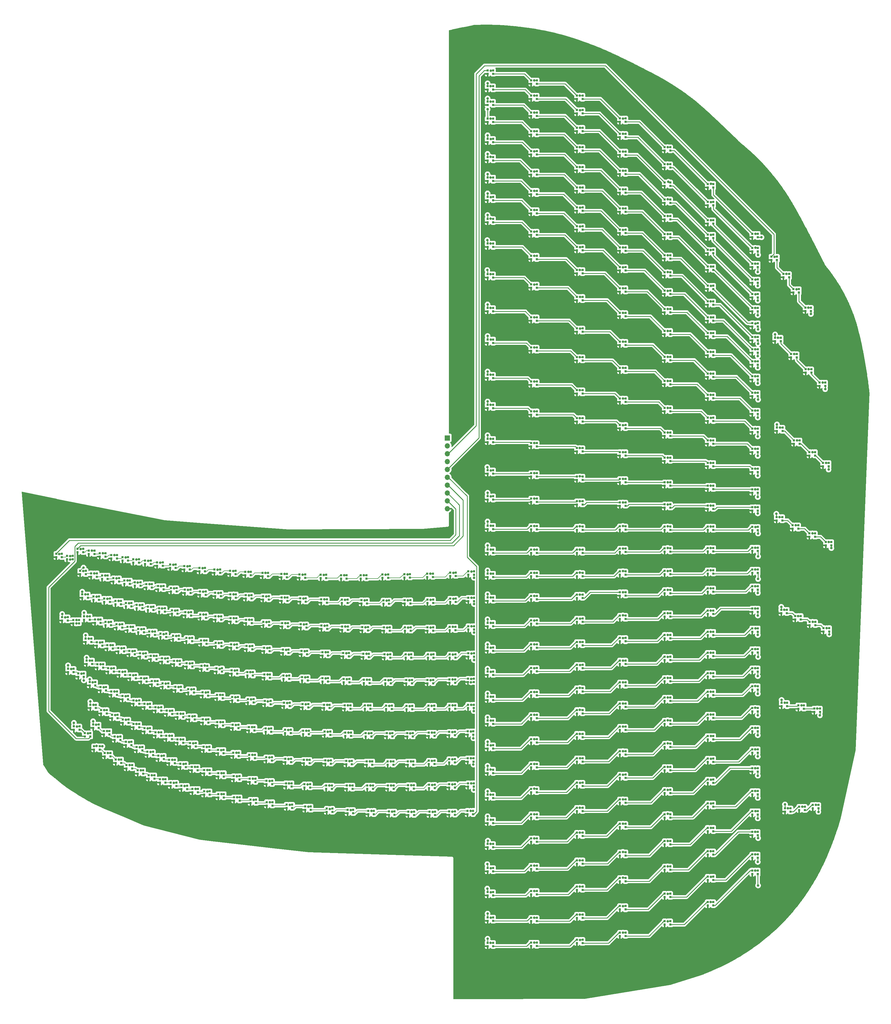
<source format=gtl>
G04 #@! TF.GenerationSoftware,KiCad,Pcbnew,(6.0.2)*
G04 #@! TF.CreationDate,2022-05-17T12:07:46-07:00*
G04 #@! TF.ProjectId,DaftPunkBackLayerBoard,44616674-5075-46e6-9b42-61636b4c6179,rev?*
G04 #@! TF.SameCoordinates,Original*
G04 #@! TF.FileFunction,Copper,L1,Top*
G04 #@! TF.FilePolarity,Positive*
%FSLAX46Y46*%
G04 Gerber Fmt 4.6, Leading zero omitted, Abs format (unit mm)*
G04 Created by KiCad (PCBNEW (6.0.2)) date 2022-05-17 12:07:46*
%MOMM*%
%LPD*%
G01*
G04 APERTURE LIST*
G04 #@! TA.AperFunction,SMDPad,CuDef*
%ADD10R,0.700000X0.700000*%
G04 #@! TD*
G04 #@! TA.AperFunction,ComponentPad*
%ADD11R,1.700000X1.700000*%
G04 #@! TD*
G04 #@! TA.AperFunction,ComponentPad*
%ADD12O,1.700000X1.700000*%
G04 #@! TD*
G04 #@! TA.AperFunction,ViaPad*
%ADD13C,0.800000*%
G04 #@! TD*
G04 #@! TA.AperFunction,Conductor*
%ADD14C,0.250000*%
G04 #@! TD*
G04 #@! TA.AperFunction,Conductor*
%ADD15C,0.200000*%
G04 #@! TD*
G04 APERTURE END LIST*
D10*
X75715000Y-262550000D03*
X75715000Y-261450000D03*
X73885000Y-261450000D03*
X73885000Y-262550000D03*
D11*
X191200000Y-165975000D03*
D12*
X191200000Y-168515000D03*
X191200000Y-171055000D03*
X191200000Y-173595000D03*
X191200000Y-176135000D03*
X191200000Y-178675000D03*
X191200000Y-181215000D03*
X191200000Y-183755000D03*
X191200000Y-186295000D03*
X191200000Y-188835000D03*
D10*
X277215000Y-308950000D03*
X277215000Y-307850000D03*
X275385000Y-307850000D03*
X275385000Y-308950000D03*
X234915000Y-79450000D03*
X234915000Y-78350000D03*
X233085000Y-78350000D03*
X233085000Y-79450000D03*
X124015000Y-283250000D03*
X124015000Y-282150000D03*
X122185000Y-282150000D03*
X122185000Y-283250000D03*
X234915000Y-160650000D03*
X234915000Y-159550000D03*
X233085000Y-159550000D03*
X233085000Y-160650000D03*
X172715000Y-237050000D03*
X172715000Y-235950000D03*
X170885000Y-235950000D03*
X170885000Y-237050000D03*
X89015000Y-220450000D03*
X89015000Y-219350000D03*
X87185000Y-219350000D03*
X87185000Y-220450000D03*
X220115000Y-233850000D03*
X220115000Y-232750000D03*
X218285000Y-232750000D03*
X218285000Y-233850000D03*
X85615000Y-219750000D03*
X85615000Y-218650000D03*
X83785000Y-218650000D03*
X83785000Y-219750000D03*
X291615000Y-158250000D03*
X291615000Y-157150000D03*
X289785000Y-157150000D03*
X289785000Y-158250000D03*
X291615000Y-195850000D03*
X291615000Y-194750000D03*
X289785000Y-194750000D03*
X289785000Y-195850000D03*
X291615000Y-222250000D03*
X291615000Y-221150000D03*
X289785000Y-221150000D03*
X289785000Y-222250000D03*
X152198522Y-219250000D03*
X152198522Y-218150000D03*
X150368522Y-218150000D03*
X150368522Y-219250000D03*
X263315000Y-125350000D03*
X263315000Y-124250000D03*
X261485000Y-124250000D03*
X261485000Y-125350000D03*
X291615000Y-235350000D03*
X291615000Y-234250000D03*
X289785000Y-234250000D03*
X289785000Y-235350000D03*
X220115000Y-305350000D03*
X220115000Y-304250000D03*
X218285000Y-304250000D03*
X218285000Y-305350000D03*
X277215000Y-122950000D03*
X277215000Y-121850000D03*
X275385000Y-121850000D03*
X275385000Y-122950000D03*
X277215000Y-243150000D03*
X277215000Y-242050000D03*
X275385000Y-242050000D03*
X275385000Y-243150000D03*
X99115000Y-207350000D03*
X99115000Y-206250000D03*
X97285000Y-206250000D03*
X97285000Y-207350000D03*
X146015000Y-244450000D03*
X146015000Y-243350000D03*
X144185000Y-243350000D03*
X144185000Y-244450000D03*
X92515000Y-221050000D03*
X92515000Y-219950000D03*
X90685000Y-219950000D03*
X90685000Y-221050000D03*
X304915000Y-118950000D03*
X304915000Y-117850000D03*
X303085000Y-117850000D03*
X303085000Y-118950000D03*
X206015000Y-53350000D03*
X206015000Y-52250000D03*
X204185000Y-52250000D03*
X204185000Y-53350000D03*
X263315000Y-223750000D03*
X263315000Y-222650000D03*
X261485000Y-222650000D03*
X261485000Y-223750000D03*
X220115000Y-56350000D03*
X220115000Y-55250000D03*
X218285000Y-55250000D03*
X218285000Y-56350000D03*
X96115000Y-221650000D03*
X96115000Y-220550000D03*
X94285000Y-220550000D03*
X94285000Y-221650000D03*
X133215000Y-210750000D03*
X133215000Y-209650000D03*
X131385000Y-209650000D03*
X131385000Y-210750000D03*
X75515000Y-224750000D03*
X75515000Y-223650000D03*
X73685000Y-223650000D03*
X73685000Y-224750000D03*
X234915000Y-210750000D03*
X234915000Y-209650000D03*
X233085000Y-209650000D03*
X233085000Y-210750000D03*
X291615000Y-142350000D03*
X291615000Y-141250000D03*
X289785000Y-141250000D03*
X289785000Y-142350000D03*
X234915000Y-105350000D03*
X234915000Y-104250000D03*
X233085000Y-104250000D03*
X233085000Y-105350000D03*
X76015000Y-231950000D03*
X76015000Y-230850000D03*
X74185000Y-230850000D03*
X74185000Y-231950000D03*
X145415000Y-218950000D03*
X145415000Y-217850000D03*
X143585000Y-217850000D03*
X143585000Y-218950000D03*
X193815000Y-228150000D03*
X193815000Y-227050000D03*
X191985000Y-227050000D03*
X191985000Y-228150000D03*
X206015000Y-266450000D03*
X206015000Y-265350000D03*
X204185000Y-265350000D03*
X204185000Y-266450000D03*
X234915000Y-61050000D03*
X234915000Y-59950000D03*
X233085000Y-59950000D03*
X233085000Y-61050000D03*
X263315000Y-188550000D03*
X263315000Y-187450000D03*
X261485000Y-187450000D03*
X261485000Y-188550000D03*
X234915000Y-217750000D03*
X234915000Y-216650000D03*
X233085000Y-216650000D03*
X233085000Y-217750000D03*
X310115000Y-197950000D03*
X310115000Y-196850000D03*
X308285000Y-196850000D03*
X308285000Y-197950000D03*
X277215000Y-111650000D03*
X277215000Y-110550000D03*
X275385000Y-110550000D03*
X275385000Y-111650000D03*
X291615000Y-147150000D03*
X291615000Y-146050000D03*
X289785000Y-146050000D03*
X289785000Y-147150000D03*
X179815000Y-253750000D03*
X179815000Y-252650000D03*
X177985000Y-252650000D03*
X177985000Y-253750000D03*
X220115000Y-168750000D03*
X220115000Y-167650000D03*
X218285000Y-167650000D03*
X218285000Y-168750000D03*
X234915000Y-255050000D03*
X234915000Y-253950000D03*
X233085000Y-253950000D03*
X233085000Y-255050000D03*
X248815000Y-162850000D03*
X248815000Y-161750000D03*
X246985000Y-161750000D03*
X246985000Y-162850000D03*
X291615000Y-152450000D03*
X291615000Y-151350000D03*
X289785000Y-151350000D03*
X289785000Y-152450000D03*
X123915000Y-276450000D03*
X123915000Y-275350000D03*
X122085000Y-275350000D03*
X122085000Y-276450000D03*
X114315000Y-281350000D03*
X114315000Y-280250000D03*
X112485000Y-280250000D03*
X112485000Y-281350000D03*
X89515000Y-228150000D03*
X89515000Y-227050000D03*
X87685000Y-227050000D03*
X87685000Y-228150000D03*
X73598522Y-243250000D03*
X73598522Y-242150000D03*
X71768522Y-242150000D03*
X71768522Y-243250000D03*
X186715000Y-237050000D03*
X186715000Y-235950000D03*
X184885000Y-235950000D03*
X184885000Y-237050000D03*
X248815000Y-291850000D03*
X248815000Y-290750000D03*
X246985000Y-290750000D03*
X246985000Y-291850000D03*
X291615000Y-129950000D03*
X291615000Y-128850000D03*
X289785000Y-128850000D03*
X289785000Y-129950000D03*
X98598522Y-262250000D03*
X98598522Y-261150000D03*
X96768522Y-261150000D03*
X96768522Y-262250000D03*
X172315000Y-219650000D03*
X172315000Y-218550000D03*
X170485000Y-218550000D03*
X170485000Y-219650000D03*
X113015000Y-216750000D03*
X113015000Y-215650000D03*
X111185000Y-215650000D03*
X111185000Y-216750000D03*
X79015000Y-225750000D03*
X79015000Y-224650000D03*
X77185000Y-224650000D03*
X77185000Y-225750000D03*
X118915000Y-275450000D03*
X118915000Y-274350000D03*
X117085000Y-274350000D03*
X117085000Y-275450000D03*
X113298522Y-232550000D03*
X113298522Y-231450000D03*
X111468522Y-231450000D03*
X111468522Y-232550000D03*
X83015000Y-234050000D03*
X83015000Y-232950000D03*
X81185000Y-232950000D03*
X81185000Y-234050000D03*
X263315000Y-210050000D03*
X263315000Y-208950000D03*
X261485000Y-208950000D03*
X261485000Y-210050000D03*
X109815000Y-265750000D03*
X109815000Y-264650000D03*
X107985000Y-264650000D03*
X107985000Y-265750000D03*
X220115000Y-218150000D03*
X220115000Y-217050000D03*
X218285000Y-217050000D03*
X218285000Y-218150000D03*
X193715000Y-253550000D03*
X193715000Y-252450000D03*
X191885000Y-252450000D03*
X191885000Y-253550000D03*
X206015000Y-298350000D03*
X206015000Y-297250000D03*
X204185000Y-297250000D03*
X204185000Y-298350000D03*
X199815000Y-236750000D03*
X199815000Y-235650000D03*
X197985000Y-235650000D03*
X197985000Y-236750000D03*
X220115000Y-210750000D03*
X220115000Y-209650000D03*
X218285000Y-209650000D03*
X218285000Y-210750000D03*
X146815000Y-279050000D03*
X146815000Y-277950000D03*
X144985000Y-277950000D03*
X144985000Y-279050000D03*
X263315000Y-251050000D03*
X263315000Y-249950000D03*
X261485000Y-249950000D03*
X261485000Y-251050000D03*
X234915000Y-66750000D03*
X234915000Y-65650000D03*
X233085000Y-65650000D03*
X233085000Y-66750000D03*
X277215000Y-285250000D03*
X277215000Y-284150000D03*
X275385000Y-284150000D03*
X275385000Y-285250000D03*
X220115000Y-186650000D03*
X220115000Y-185550000D03*
X218285000Y-185550000D03*
X218285000Y-186650000D03*
X234915000Y-131650000D03*
X234915000Y-130550000D03*
X233085000Y-130550000D03*
X233085000Y-131650000D03*
X291615000Y-164050000D03*
X291615000Y-162950000D03*
X289785000Y-162950000D03*
X289785000Y-164050000D03*
X77315000Y-246050000D03*
X77315000Y-244950000D03*
X75485000Y-244950000D03*
X75485000Y-246050000D03*
X187215000Y-287950000D03*
X187215000Y-286850000D03*
X185385000Y-286850000D03*
X185385000Y-287950000D03*
X248815000Y-111850000D03*
X248815000Y-110750000D03*
X246985000Y-110750000D03*
X246985000Y-111850000D03*
X206015000Y-156350000D03*
X206015000Y-155250000D03*
X204185000Y-155250000D03*
X204185000Y-156350000D03*
X172915000Y-245350000D03*
X172915000Y-244250000D03*
X171085000Y-244250000D03*
X171085000Y-245350000D03*
X291615000Y-228650000D03*
X291615000Y-227550000D03*
X289785000Y-227550000D03*
X289785000Y-228650000D03*
X291615000Y-267750000D03*
X291615000Y-266650000D03*
X289785000Y-266650000D03*
X289785000Y-267750000D03*
X263315000Y-73050000D03*
X263315000Y-71950000D03*
X261485000Y-71950000D03*
X261485000Y-73050000D03*
X220115000Y-51450000D03*
X220115000Y-50350000D03*
X218285000Y-50350000D03*
X218285000Y-51450000D03*
X206015000Y-76250000D03*
X206015000Y-75150000D03*
X204185000Y-75150000D03*
X204185000Y-76250000D03*
X98598522Y-254150000D03*
X98598522Y-253050000D03*
X96768522Y-253050000D03*
X96768522Y-254150000D03*
X206015000Y-125050000D03*
X206015000Y-123950000D03*
X204185000Y-123950000D03*
X204185000Y-125050000D03*
X108115000Y-216150000D03*
X108115000Y-215050000D03*
X106285000Y-215050000D03*
X106285000Y-216150000D03*
X112815000Y-209150000D03*
X112815000Y-208050000D03*
X110985000Y-208050000D03*
X110985000Y-209150000D03*
X291615000Y-260850000D03*
X291615000Y-259750000D03*
X289785000Y-259750000D03*
X289785000Y-260850000D03*
X186615000Y-228350000D03*
X186615000Y-227250000D03*
X184785000Y-227250000D03*
X184785000Y-228350000D03*
X291615000Y-189450000D03*
X291615000Y-188350000D03*
X289785000Y-188350000D03*
X289785000Y-189450000D03*
X277215000Y-139250000D03*
X277215000Y-138150000D03*
X275385000Y-138150000D03*
X275385000Y-139250000D03*
X263315000Y-140850000D03*
X263315000Y-139750000D03*
X261485000Y-139750000D03*
X261485000Y-140850000D03*
X234915000Y-179550000D03*
X234915000Y-178450000D03*
X233085000Y-178450000D03*
X233085000Y-179550000D03*
X140615000Y-270850000D03*
X140615000Y-269750000D03*
X138785000Y-269750000D03*
X138785000Y-270850000D03*
X234915000Y-112750000D03*
X234915000Y-111650000D03*
X233085000Y-111650000D03*
X233085000Y-112750000D03*
X206015000Y-258450000D03*
X206015000Y-257350000D03*
X204185000Y-257350000D03*
X204185000Y-258450000D03*
X123115000Y-233850000D03*
X123115000Y-232750000D03*
X121285000Y-232750000D03*
X121285000Y-233850000D03*
X220115000Y-249250000D03*
X220115000Y-248150000D03*
X218285000Y-248150000D03*
X218285000Y-249250000D03*
X206015000Y-82850000D03*
X206015000Y-81750000D03*
X204185000Y-81750000D03*
X204185000Y-82850000D03*
X102215000Y-255250000D03*
X102215000Y-254150000D03*
X100385000Y-254150000D03*
X100385000Y-255250000D03*
X82215000Y-268950000D03*
X82215000Y-267850000D03*
X80385000Y-267850000D03*
X80385000Y-268950000D03*
X159515000Y-245050000D03*
X159515000Y-243950000D03*
X157685000Y-243950000D03*
X157685000Y-245050000D03*
X220115000Y-108150000D03*
X220115000Y-107050000D03*
X218285000Y-107050000D03*
X218285000Y-108150000D03*
X133815000Y-243550000D03*
X133815000Y-242450000D03*
X131985000Y-242450000D03*
X131985000Y-243550000D03*
X277215000Y-209850000D03*
X277215000Y-208750000D03*
X275385000Y-208750000D03*
X275385000Y-209850000D03*
X206015000Y-185950000D03*
X206015000Y-184850000D03*
X204185000Y-184850000D03*
X204185000Y-185950000D03*
X139415000Y-218650000D03*
X139415000Y-217550000D03*
X137585000Y-217550000D03*
X137585000Y-218650000D03*
X84315000Y-249050000D03*
X84315000Y-247950000D03*
X82485000Y-247950000D03*
X82485000Y-249050000D03*
X220115000Y-61850000D03*
X220115000Y-60750000D03*
X218285000Y-60750000D03*
X218285000Y-61850000D03*
X234915000Y-121450000D03*
X234915000Y-120350000D03*
X233085000Y-120350000D03*
X233085000Y-121450000D03*
X92515000Y-267050000D03*
X92515000Y-265950000D03*
X90685000Y-265950000D03*
X90685000Y-267050000D03*
X186915000Y-253650000D03*
X186915000Y-252550000D03*
X185085000Y-252550000D03*
X185085000Y-253650000D03*
X166915000Y-271650000D03*
X166915000Y-270550000D03*
X165085000Y-270550000D03*
X165085000Y-271650000D03*
X105015000Y-247550000D03*
X105015000Y-246450000D03*
X103185000Y-246450000D03*
X103185000Y-247550000D03*
X129115000Y-277250000D03*
X129115000Y-276150000D03*
X127285000Y-276150000D03*
X127285000Y-277250000D03*
X220115000Y-80850000D03*
X220115000Y-79750000D03*
X218285000Y-79750000D03*
X218285000Y-80850000D03*
X110515000Y-280550000D03*
X110515000Y-279450000D03*
X108685000Y-279450000D03*
X108685000Y-280550000D03*
X80998522Y-255050000D03*
X80998522Y-253950000D03*
X79168522Y-253950000D03*
X79168522Y-255050000D03*
X113115000Y-224150000D03*
X113115000Y-223050000D03*
X111285000Y-223050000D03*
X111285000Y-224150000D03*
X133415000Y-218250000D03*
X133415000Y-217150000D03*
X131585000Y-217150000D03*
X131585000Y-218250000D03*
X234915000Y-247950000D03*
X234915000Y-246850000D03*
X233085000Y-246850000D03*
X233085000Y-247950000D03*
X220115000Y-264450000D03*
X220115000Y-263350000D03*
X218285000Y-263350000D03*
X218285000Y-264450000D03*
X108298522Y-223450000D03*
X108298522Y-222350000D03*
X106468522Y-222350000D03*
X106468522Y-223450000D03*
X86915000Y-242650000D03*
X86915000Y-241550000D03*
X85085000Y-241550000D03*
X85085000Y-242650000D03*
X128098522Y-234350000D03*
X128098522Y-233250000D03*
X126268522Y-233250000D03*
X126268522Y-234350000D03*
X291615000Y-241550000D03*
X291615000Y-240450000D03*
X289785000Y-240450000D03*
X289785000Y-241550000D03*
X291615000Y-247350000D03*
X291615000Y-246250000D03*
X289785000Y-246250000D03*
X289785000Y-247350000D03*
X220115000Y-93350000D03*
X220115000Y-92250000D03*
X218285000Y-92250000D03*
X218285000Y-93350000D03*
X140515000Y-261450000D03*
X140515000Y-260350000D03*
X138685000Y-260350000D03*
X138685000Y-261450000D03*
X117915000Y-217150000D03*
X117915000Y-216050000D03*
X116085000Y-216050000D03*
X116085000Y-217150000D03*
X263315000Y-78550000D03*
X263315000Y-77450000D03*
X261485000Y-77450000D03*
X261485000Y-78550000D03*
X173715000Y-271650000D03*
X173715000Y-270550000D03*
X171885000Y-270550000D03*
X171885000Y-271650000D03*
X152615000Y-236350000D03*
X152615000Y-235250000D03*
X150785000Y-235250000D03*
X150785000Y-236350000D03*
X234915000Y-329350000D03*
X234915000Y-328250000D03*
X233085000Y-328250000D03*
X233085000Y-329350000D03*
X248815000Y-283950000D03*
X248815000Y-282850000D03*
X246985000Y-282850000D03*
X246985000Y-283950000D03*
X199715000Y-278750000D03*
X199715000Y-277650000D03*
X197885000Y-277650000D03*
X197885000Y-278750000D03*
X160015000Y-262350000D03*
X160015000Y-261250000D03*
X158185000Y-261250000D03*
X158185000Y-262350000D03*
X277215000Y-249150000D03*
X277215000Y-248050000D03*
X275385000Y-248050000D03*
X275385000Y-249150000D03*
X145815000Y-235950000D03*
X145815000Y-234850000D03*
X143985000Y-234850000D03*
X143985000Y-235950000D03*
X134615000Y-284850000D03*
X134615000Y-283750000D03*
X132785000Y-283750000D03*
X132785000Y-284850000D03*
X291615000Y-202550000D03*
X291615000Y-201450000D03*
X289785000Y-201450000D03*
X289785000Y-202550000D03*
X220115000Y-256650000D03*
X220115000Y-255550000D03*
X218285000Y-255550000D03*
X218285000Y-256650000D03*
X78515000Y-218350000D03*
X78515000Y-217250000D03*
X76685000Y-217250000D03*
X76685000Y-218350000D03*
X173415000Y-262550000D03*
X173415000Y-261450000D03*
X171585000Y-261450000D03*
X171585000Y-262550000D03*
X152015000Y-211350000D03*
X152015000Y-210250000D03*
X150185000Y-210250000D03*
X150185000Y-211350000D03*
X304715000Y-195350000D03*
X304715000Y-194250000D03*
X302885000Y-194250000D03*
X302885000Y-195350000D03*
X248815000Y-86650000D03*
X248815000Y-85550000D03*
X246985000Y-85550000D03*
X246985000Y-86650000D03*
X199815000Y-218750000D03*
X199815000Y-217650000D03*
X197985000Y-217650000D03*
X197985000Y-218750000D03*
X291615000Y-177050000D03*
X291615000Y-175950000D03*
X289785000Y-175950000D03*
X289785000Y-177050000D03*
X87915000Y-205650000D03*
X87915000Y-204550000D03*
X86085000Y-204550000D03*
X86085000Y-205650000D03*
X86015000Y-227350000D03*
X86015000Y-226250000D03*
X84185000Y-226250000D03*
X84185000Y-227350000D03*
X97115000Y-237550000D03*
X97115000Y-236450000D03*
X95285000Y-236450000D03*
X95285000Y-237550000D03*
X234915000Y-303650000D03*
X234915000Y-302550000D03*
X233085000Y-302550000D03*
X233085000Y-303650000D03*
X291615000Y-294450000D03*
X291615000Y-293350000D03*
X289785000Y-293350000D03*
X289785000Y-294450000D03*
X108698522Y-239950000D03*
X108698522Y-238850000D03*
X106868522Y-238850000D03*
X106868522Y-239950000D03*
X234915000Y-312150000D03*
X234915000Y-311050000D03*
X233085000Y-311050000D03*
X233085000Y-312150000D03*
X134015000Y-252150000D03*
X134015000Y-251050000D03*
X132185000Y-251050000D03*
X132185000Y-252150000D03*
X248815000Y-318450000D03*
X248815000Y-317350000D03*
X246985000Y-317350000D03*
X246985000Y-318450000D03*
X248815000Y-216950000D03*
X248815000Y-215850000D03*
X246985000Y-215850000D03*
X246985000Y-216950000D03*
X263315000Y-195750000D03*
X263315000Y-194650000D03*
X261485000Y-194650000D03*
X261485000Y-195750000D03*
X106615000Y-272450000D03*
X106615000Y-271350000D03*
X104785000Y-271350000D03*
X104785000Y-272450000D03*
X118615000Y-258950000D03*
X118615000Y-257850000D03*
X116785000Y-257850000D03*
X116785000Y-258950000D03*
X263315000Y-216250000D03*
X263315000Y-215150000D03*
X261485000Y-215150000D03*
X261485000Y-216250000D03*
X248815000Y-309350000D03*
X248815000Y-308250000D03*
X246985000Y-308250000D03*
X246985000Y-309350000D03*
X277215000Y-167850000D03*
X277215000Y-166750000D03*
X275385000Y-166750000D03*
X275385000Y-167850000D03*
X248815000Y-126650000D03*
X248815000Y-125550000D03*
X246985000Y-125550000D03*
X246985000Y-126650000D03*
X248815000Y-195650000D03*
X248815000Y-194550000D03*
X246985000Y-194550000D03*
X246985000Y-195650000D03*
X314515000Y-175150000D03*
X314515000Y-174050000D03*
X312685000Y-174050000D03*
X312685000Y-175150000D03*
X152598522Y-244750000D03*
X152598522Y-243650000D03*
X150768522Y-243650000D03*
X150768522Y-244750000D03*
X306815000Y-286350000D03*
X306815000Y-285250000D03*
X304985000Y-285250000D03*
X304985000Y-286350000D03*
X70315000Y-241750000D03*
X70315000Y-240650000D03*
X68485000Y-240650000D03*
X68485000Y-241750000D03*
X206015000Y-242650000D03*
X206015000Y-241550000D03*
X204185000Y-241550000D03*
X204185000Y-242650000D03*
X206015000Y-63850000D03*
X206015000Y-62750000D03*
X204185000Y-62750000D03*
X204185000Y-63850000D03*
X83315000Y-241550000D03*
X83315000Y-240450000D03*
X81485000Y-240450000D03*
X81485000Y-241550000D03*
X103515000Y-278550000D03*
X103515000Y-277450000D03*
X101685000Y-277450000D03*
X101685000Y-278550000D03*
X313415000Y-149150000D03*
X313415000Y-148050000D03*
X311585000Y-148050000D03*
X311585000Y-149150000D03*
X234915000Y-233050000D03*
X234915000Y-231950000D03*
X233085000Y-231950000D03*
X233085000Y-233050000D03*
X291615000Y-170550000D03*
X291615000Y-169450000D03*
X289785000Y-169450000D03*
X289785000Y-170550000D03*
X206015000Y-195450000D03*
X206015000Y-194350000D03*
X204185000Y-194350000D03*
X204185000Y-195450000D03*
X145198522Y-211250000D03*
X145198522Y-210150000D03*
X143368522Y-210150000D03*
X143368522Y-211250000D03*
X118315000Y-241550000D03*
X118315000Y-240450000D03*
X116485000Y-240450000D03*
X116485000Y-241550000D03*
X220115000Y-128050000D03*
X220115000Y-126950000D03*
X218285000Y-126950000D03*
X218285000Y-128050000D03*
X199715000Y-253350000D03*
X199715000Y-252250000D03*
X197885000Y-252250000D03*
X197885000Y-253350000D03*
X263315000Y-113550000D03*
X263315000Y-112450000D03*
X261485000Y-112450000D03*
X261485000Y-113550000D03*
X193615000Y-287850000D03*
X193615000Y-286750000D03*
X191785000Y-286750000D03*
X191785000Y-287850000D03*
X104315000Y-231050000D03*
X104315000Y-229950000D03*
X102485000Y-229950000D03*
X102485000Y-231050000D03*
X79815000Y-240250000D03*
X79815000Y-239150000D03*
X77985000Y-239150000D03*
X77985000Y-240250000D03*
X234915000Y-286650000D03*
X234915000Y-285550000D03*
X233085000Y-285550000D03*
X233085000Y-286650000D03*
X66498522Y-204550000D03*
X66498522Y-203450000D03*
X64668522Y-203450000D03*
X64668522Y-204550000D03*
X89015000Y-265350000D03*
X89015000Y-264250000D03*
X87185000Y-264250000D03*
X87185000Y-265350000D03*
X248815000Y-92850000D03*
X248815000Y-91750000D03*
X246985000Y-91750000D03*
X246985000Y-92850000D03*
X291615000Y-110750000D03*
X291615000Y-109650000D03*
X289785000Y-109650000D03*
X289785000Y-110750000D03*
X248815000Y-80650000D03*
X248815000Y-79550000D03*
X246985000Y-79550000D03*
X246985000Y-80650000D03*
X123215000Y-242250000D03*
X123215000Y-241150000D03*
X121385000Y-241150000D03*
X121385000Y-242250000D03*
X100215000Y-230350000D03*
X100215000Y-229250000D03*
X98385000Y-229250000D03*
X98385000Y-230350000D03*
X220115000Y-330250000D03*
X220115000Y-329150000D03*
X218285000Y-329150000D03*
X218285000Y-330250000D03*
X263315000Y-323350000D03*
X263315000Y-322250000D03*
X261485000Y-322250000D03*
X261485000Y-323350000D03*
X220115000Y-67850000D03*
X220115000Y-66750000D03*
X218285000Y-66750000D03*
X218285000Y-67850000D03*
X93015000Y-228850000D03*
X93015000Y-227750000D03*
X91185000Y-227750000D03*
X91185000Y-228850000D03*
X118115000Y-233350000D03*
X118115000Y-232250000D03*
X116285000Y-232250000D03*
X116285000Y-233350000D03*
X277215000Y-84950000D03*
X277215000Y-83850000D03*
X275385000Y-83850000D03*
X275385000Y-84950000D03*
X103015000Y-271150000D03*
X103015000Y-270050000D03*
X101185000Y-270050000D03*
X101185000Y-271150000D03*
X248815000Y-68750000D03*
X248815000Y-67650000D03*
X246985000Y-67650000D03*
X246985000Y-68750000D03*
X158615000Y-211450000D03*
X158615000Y-210350000D03*
X156785000Y-210350000D03*
X156785000Y-211450000D03*
X99415000Y-214950000D03*
X99415000Y-213850000D03*
X97585000Y-213850000D03*
X97585000Y-214950000D03*
X248815000Y-99750000D03*
X248815000Y-98650000D03*
X246985000Y-98650000D03*
X246985000Y-99750000D03*
X80615000Y-204350000D03*
X80615000Y-203250000D03*
X78785000Y-203250000D03*
X78785000Y-204350000D03*
X311715000Y-254550000D03*
X311715000Y-253450000D03*
X309885000Y-253450000D03*
X309885000Y-254550000D03*
X96415000Y-276150000D03*
X96415000Y-275050000D03*
X94585000Y-275050000D03*
X94585000Y-276150000D03*
X193815000Y-237050000D03*
X193815000Y-235950000D03*
X191985000Y-235950000D03*
X191985000Y-237050000D03*
X105715000Y-256250000D03*
X105715000Y-255150000D03*
X103885000Y-255150000D03*
X103885000Y-256250000D03*
X277215000Y-256550000D03*
X277215000Y-255450000D03*
X275385000Y-255450000D03*
X275385000Y-256550000D03*
X103315000Y-208050000D03*
X103315000Y-206950000D03*
X101485000Y-206950000D03*
X101485000Y-208050000D03*
X291615000Y-125050000D03*
X291615000Y-123950000D03*
X289785000Y-123950000D03*
X289785000Y-125050000D03*
X263315000Y-101150000D03*
X263315000Y-100050000D03*
X261485000Y-100050000D03*
X261485000Y-101150000D03*
X114315000Y-274450000D03*
X114315000Y-273350000D03*
X112485000Y-273350000D03*
X112485000Y-274450000D03*
X206015000Y-89150000D03*
X206015000Y-88050000D03*
X204185000Y-88050000D03*
X204185000Y-89150000D03*
X99515000Y-269850000D03*
X99515000Y-268750000D03*
X97685000Y-268750000D03*
X97685000Y-269850000D03*
X89215000Y-272850000D03*
X89215000Y-271750000D03*
X87385000Y-271750000D03*
X87385000Y-272850000D03*
X310215000Y-226550000D03*
X310215000Y-225450000D03*
X308385000Y-225450000D03*
X308385000Y-226550000D03*
X153315000Y-262050000D03*
X153315000Y-260950000D03*
X151485000Y-260950000D03*
X151485000Y-262050000D03*
X206015000Y-226850000D03*
X206015000Y-225750000D03*
X204185000Y-225750000D03*
X204185000Y-226850000D03*
X113515000Y-240750000D03*
X113515000Y-239650000D03*
X111685000Y-239650000D03*
X111685000Y-240750000D03*
X220115000Y-148850000D03*
X220115000Y-147750000D03*
X218285000Y-147750000D03*
X218285000Y-148850000D03*
X220115000Y-195550000D03*
X220115000Y-194450000D03*
X218285000Y-194450000D03*
X218285000Y-195550000D03*
X277215000Y-106250000D03*
X277215000Y-105150000D03*
X275385000Y-105150000D03*
X275385000Y-106250000D03*
X84315000Y-204950000D03*
X84315000Y-203850000D03*
X82485000Y-203850000D03*
X82485000Y-204950000D03*
X291615000Y-301750000D03*
X291615000Y-300650000D03*
X289785000Y-300650000D03*
X289785000Y-301750000D03*
X172515000Y-228350000D03*
X172515000Y-227250000D03*
X170685000Y-227250000D03*
X170685000Y-228350000D03*
X277215000Y-188950000D03*
X277215000Y-187850000D03*
X275385000Y-187850000D03*
X275385000Y-188950000D03*
X234915000Y-98650000D03*
X234915000Y-97550000D03*
X233085000Y-97550000D03*
X233085000Y-98650000D03*
X69982044Y-205250000D03*
X69982044Y-204150000D03*
X68152044Y-204150000D03*
X68152044Y-205250000D03*
X82015000Y-219050000D03*
X82015000Y-217950000D03*
X80185000Y-217950000D03*
X80185000Y-219050000D03*
X311198522Y-285750000D03*
X311198522Y-284650000D03*
X309368522Y-284650000D03*
X309368522Y-285750000D03*
X263315000Y-258450000D03*
X263315000Y-257350000D03*
X261485000Y-257350000D03*
X261485000Y-258450000D03*
X133715000Y-234950000D03*
X133715000Y-233850000D03*
X131885000Y-233850000D03*
X131885000Y-234950000D03*
X291615000Y-209650000D03*
X291615000Y-208550000D03*
X289785000Y-208550000D03*
X289785000Y-209650000D03*
X186998522Y-271450000D03*
X186998522Y-270350000D03*
X185168522Y-270350000D03*
X185168522Y-271450000D03*
X248815000Y-105450000D03*
X248815000Y-104350000D03*
X246985000Y-104350000D03*
X246985000Y-105450000D03*
X139315000Y-211050000D03*
X139315000Y-209950000D03*
X137485000Y-209950000D03*
X137485000Y-211050000D03*
X291615000Y-306950000D03*
X291615000Y-305850000D03*
X289785000Y-305850000D03*
X289785000Y-306950000D03*
X104615000Y-239150000D03*
X104615000Y-238050000D03*
X102785000Y-238050000D03*
X102785000Y-239150000D03*
X206015000Y-167350000D03*
X206015000Y-166250000D03*
X204185000Y-166250000D03*
X204185000Y-167350000D03*
X167115000Y-279450000D03*
X167115000Y-278350000D03*
X165285000Y-278350000D03*
X165285000Y-279450000D03*
X248815000Y-135950000D03*
X248815000Y-134850000D03*
X246985000Y-134850000D03*
X246985000Y-135950000D03*
X206015000Y-48250000D03*
X206015000Y-47150000D03*
X204185000Y-47150000D03*
X204185000Y-48250000D03*
X146615000Y-271150000D03*
X146615000Y-270050000D03*
X144785000Y-270050000D03*
X144785000Y-271150000D03*
X139815000Y-235550000D03*
X139815000Y-234450000D03*
X137985000Y-234450000D03*
X137985000Y-235550000D03*
X263315000Y-297450000D03*
X263315000Y-296350000D03*
X261485000Y-296350000D03*
X261485000Y-297450000D03*
X206015000Y-234850000D03*
X206015000Y-233750000D03*
X204185000Y-233750000D03*
X204185000Y-234850000D03*
X291615000Y-120550000D03*
X291615000Y-119450000D03*
X289785000Y-119450000D03*
X289785000Y-120550000D03*
X291615000Y-101050000D03*
X291615000Y-99950000D03*
X289785000Y-99950000D03*
X289785000Y-101050000D03*
X220115000Y-272550000D03*
X220115000Y-271450000D03*
X218285000Y-271450000D03*
X218285000Y-272550000D03*
X105715000Y-264550000D03*
X105715000Y-263450000D03*
X103885000Y-263450000D03*
X103885000Y-264550000D03*
X301715000Y-114050000D03*
X301715000Y-112950000D03*
X299885000Y-112950000D03*
X299885000Y-114050000D03*
X234915000Y-225450000D03*
X234915000Y-224350000D03*
X233085000Y-224350000D03*
X233085000Y-225450000D03*
X310098522Y-171650000D03*
X310098522Y-170550000D03*
X308268522Y-170550000D03*
X308268522Y-171650000D03*
X179515000Y-237050000D03*
X179515000Y-235950000D03*
X177685000Y-235950000D03*
X177685000Y-237050000D03*
X193715000Y-245150000D03*
X193715000Y-244050000D03*
X191885000Y-244050000D03*
X191885000Y-245150000D03*
X159315000Y-236650000D03*
X159315000Y-235550000D03*
X157485000Y-235550000D03*
X157485000Y-236650000D03*
X248815000Y-202850000D03*
X248815000Y-201750000D03*
X246985000Y-201750000D03*
X246985000Y-202850000D03*
X220115000Y-158450000D03*
X220115000Y-157350000D03*
X218285000Y-157350000D03*
X218285000Y-158450000D03*
X277215000Y-236550000D03*
X277215000Y-235450000D03*
X275385000Y-235450000D03*
X275385000Y-236550000D03*
X234915000Y-92550000D03*
X234915000Y-91450000D03*
X233085000Y-91450000D03*
X233085000Y-92550000D03*
X146398522Y-261750000D03*
X146398522Y-260650000D03*
X144568522Y-260650000D03*
X144568522Y-261750000D03*
X76315000Y-239050000D03*
X76315000Y-237950000D03*
X74485000Y-237950000D03*
X74485000Y-239050000D03*
X277215000Y-101350000D03*
X277215000Y-100250000D03*
X275385000Y-100250000D03*
X275385000Y-101350000D03*
X248815000Y-63750000D03*
X248815000Y-62650000D03*
X246985000Y-62650000D03*
X246985000Y-63750000D03*
X220115000Y-100350000D03*
X220115000Y-99250000D03*
X218285000Y-99250000D03*
X218285000Y-100350000D03*
X128515000Y-251550000D03*
X128515000Y-250450000D03*
X126685000Y-250450000D03*
X126685000Y-251550000D03*
X234915000Y-294750000D03*
X234915000Y-293650000D03*
X233085000Y-293650000D03*
X233085000Y-294750000D03*
X166315000Y-253550000D03*
X166315000Y-252450000D03*
X164485000Y-252450000D03*
X164485000Y-253550000D03*
X74215000Y-210050000D03*
X74215000Y-208950000D03*
X72385000Y-208950000D03*
X72385000Y-210050000D03*
X91415000Y-206350000D03*
X91415000Y-205250000D03*
X89585000Y-205250000D03*
X89585000Y-206350000D03*
X167415000Y-287650000D03*
X167415000Y-286550000D03*
X165585000Y-286550000D03*
X165585000Y-287650000D03*
X87915000Y-250550000D03*
X87915000Y-249450000D03*
X86085000Y-249450000D03*
X86085000Y-250550000D03*
X263315000Y-305650000D03*
X263315000Y-304550000D03*
X261485000Y-304550000D03*
X261485000Y-305650000D03*
X90415000Y-243750000D03*
X90415000Y-242650000D03*
X88585000Y-242650000D03*
X88585000Y-243750000D03*
X96615000Y-229650000D03*
X96615000Y-228550000D03*
X94785000Y-228550000D03*
X94785000Y-229650000D03*
X234915000Y-321250000D03*
X234915000Y-320150000D03*
X233085000Y-320150000D03*
X233085000Y-321250000D03*
X117698522Y-209650000D03*
X117698522Y-208550000D03*
X115868522Y-208550000D03*
X115868522Y-209650000D03*
X234915000Y-86050000D03*
X234915000Y-84950000D03*
X233085000Y-84950000D03*
X233085000Y-86050000D03*
X291615000Y-138450000D03*
X291615000Y-137350000D03*
X289785000Y-137350000D03*
X289785000Y-138450000D03*
X234915000Y-270650000D03*
X234915000Y-269550000D03*
X233085000Y-269550000D03*
X233085000Y-270650000D03*
X206015000Y-70350000D03*
X206015000Y-69250000D03*
X204185000Y-69250000D03*
X204185000Y-70350000D03*
X291615000Y-287750000D03*
X291615000Y-286650000D03*
X289785000Y-286650000D03*
X289785000Y-287750000D03*
X263315000Y-95350000D03*
X263315000Y-94250000D03*
X261485000Y-94250000D03*
X261485000Y-95350000D03*
X263315000Y-132450000D03*
X263315000Y-131350000D03*
X261485000Y-131350000D03*
X261485000Y-132450000D03*
X234915000Y-170350000D03*
X234915000Y-169250000D03*
X233085000Y-169250000D03*
X233085000Y-170350000D03*
X199515000Y-287650000D03*
X199515000Y-286550000D03*
X197685000Y-286550000D03*
X197685000Y-287650000D03*
X277215000Y-317150000D03*
X277215000Y-316050000D03*
X275385000Y-316050000D03*
X275385000Y-317150000D03*
X153515000Y-271350000D03*
X153515000Y-270250000D03*
X151685000Y-270250000D03*
X151685000Y-271350000D03*
X186598522Y-245350000D03*
X186598522Y-244250000D03*
X184768522Y-244250000D03*
X184768522Y-245350000D03*
X206015000Y-330350000D03*
X206015000Y-329250000D03*
X204185000Y-329250000D03*
X204185000Y-330350000D03*
X248815000Y-260450000D03*
X248815000Y-259350000D03*
X246985000Y-259350000D03*
X246985000Y-260450000D03*
X248815000Y-252950000D03*
X248815000Y-251850000D03*
X246985000Y-251850000D03*
X246985000Y-252950000D03*
X165515000Y-228250000D03*
X165515000Y-227150000D03*
X163685000Y-227150000D03*
X163685000Y-228250000D03*
X90115000Y-235950000D03*
X90115000Y-234850000D03*
X88285000Y-234850000D03*
X88285000Y-235950000D03*
X302215000Y-286850000D03*
X302215000Y-285750000D03*
X300385000Y-285750000D03*
X300385000Y-286850000D03*
X166015000Y-245250000D03*
X166015000Y-244150000D03*
X164185000Y-244150000D03*
X164185000Y-245250000D03*
X193915000Y-219050000D03*
X193915000Y-217950000D03*
X192085000Y-217950000D03*
X192085000Y-219050000D03*
X234915000Y-195750000D03*
X234915000Y-194650000D03*
X233085000Y-194650000D03*
X233085000Y-195750000D03*
X123415000Y-250850000D03*
X123415000Y-249750000D03*
X121585000Y-249750000D03*
X121585000Y-250850000D03*
X179315000Y-228350000D03*
X179315000Y-227250000D03*
X177485000Y-227250000D03*
X177485000Y-228350000D03*
X277215000Y-90750000D03*
X277215000Y-89650000D03*
X275385000Y-89650000D03*
X275385000Y-90750000D03*
X206015000Y-282450000D03*
X206015000Y-281350000D03*
X204185000Y-281350000D03*
X204185000Y-282450000D03*
X114215000Y-266950000D03*
X114215000Y-265850000D03*
X112385000Y-265850000D03*
X112385000Y-266950000D03*
X85015000Y-212450000D03*
X85015000Y-211350000D03*
X83185000Y-211350000D03*
X83185000Y-212450000D03*
X291615000Y-115850000D03*
X291615000Y-114750000D03*
X289785000Y-114750000D03*
X289785000Y-115850000D03*
X305515000Y-224650000D03*
X305515000Y-223550000D03*
X303685000Y-223550000D03*
X303685000Y-224650000D03*
X92815000Y-274550000D03*
X92815000Y-273450000D03*
X90985000Y-273450000D03*
X90985000Y-274550000D03*
X129315000Y-284050000D03*
X129315000Y-282950000D03*
X127485000Y-282950000D03*
X127485000Y-284050000D03*
X277215000Y-146250000D03*
X277215000Y-145150000D03*
X275385000Y-145150000D03*
X275385000Y-146250000D03*
X193615000Y-270950000D03*
X193615000Y-269850000D03*
X191785000Y-269850000D03*
X191785000Y-270950000D03*
X220115000Y-322250000D03*
X220115000Y-321150000D03*
X218285000Y-321150000D03*
X218285000Y-322250000D03*
X277215000Y-133150000D03*
X277215000Y-132050000D03*
X275385000Y-132050000D03*
X275385000Y-133150000D03*
X172015000Y-211250000D03*
X172015000Y-210150000D03*
X170185000Y-210150000D03*
X170185000Y-211250000D03*
X165815000Y-236850000D03*
X165815000Y-235750000D03*
X163985000Y-235750000D03*
X163985000Y-236850000D03*
X81315000Y-211550000D03*
X81315000Y-210450000D03*
X79485000Y-210450000D03*
X79485000Y-211550000D03*
X100715000Y-238350000D03*
X100715000Y-237250000D03*
X98885000Y-237250000D03*
X98885000Y-238350000D03*
X306515000Y-253550000D03*
X306515000Y-252450000D03*
X304685000Y-252450000D03*
X304685000Y-253550000D03*
X263315000Y-119450000D03*
X263315000Y-118350000D03*
X261485000Y-118350000D03*
X261485000Y-119450000D03*
X122798522Y-217650000D03*
X122798522Y-216550000D03*
X120968522Y-216550000D03*
X120968522Y-217650000D03*
X314715000Y-228550000D03*
X314715000Y-227450000D03*
X312885000Y-227450000D03*
X312885000Y-228550000D03*
X110398522Y-273450000D03*
X110398522Y-272350000D03*
X108568522Y-272350000D03*
X108568522Y-273450000D03*
X248815000Y-171650000D03*
X248815000Y-170550000D03*
X246985000Y-170550000D03*
X246985000Y-171650000D03*
X220115000Y-87150000D03*
X220115000Y-86050000D03*
X218285000Y-86050000D03*
X218285000Y-87150000D03*
X315415000Y-200750000D03*
X315415000Y-199650000D03*
X313585000Y-199650000D03*
X313585000Y-200750000D03*
X91515000Y-251950000D03*
X91515000Y-250850000D03*
X89685000Y-250850000D03*
X89685000Y-251950000D03*
X153115000Y-253350000D03*
X153115000Y-252250000D03*
X151285000Y-252250000D03*
X151285000Y-253350000D03*
X299515000Y-192650000D03*
X299515000Y-191550000D03*
X297685000Y-191550000D03*
X297685000Y-192650000D03*
X263315000Y-202750000D03*
X263315000Y-201650000D03*
X261485000Y-201650000D03*
X261485000Y-202750000D03*
X128915000Y-269550000D03*
X128915000Y-268450000D03*
X127085000Y-268450000D03*
X127085000Y-269550000D03*
X206015000Y-135250000D03*
X206015000Y-134150000D03*
X204185000Y-134150000D03*
X204185000Y-135250000D03*
X220115000Y-280550000D03*
X220115000Y-279450000D03*
X218285000Y-279450000D03*
X218285000Y-280550000D03*
X193915000Y-210650000D03*
X193915000Y-209550000D03*
X192085000Y-209550000D03*
X192085000Y-210650000D03*
X193615000Y-279050000D03*
X193615000Y-277950000D03*
X191785000Y-277950000D03*
X191785000Y-279050000D03*
X291615000Y-273850000D03*
X291615000Y-272750000D03*
X289785000Y-272750000D03*
X289785000Y-273850000D03*
X277215000Y-277550000D03*
X277215000Y-276450000D03*
X275385000Y-276450000D03*
X275385000Y-277550000D03*
X193615000Y-262150000D03*
X193615000Y-261050000D03*
X191785000Y-261050000D03*
X191785000Y-262150000D03*
X186998522Y-262350000D03*
X186998522Y-261250000D03*
X185168522Y-261250000D03*
X185168522Y-262350000D03*
X308915000Y-144850000D03*
X308915000Y-143750000D03*
X307085000Y-143750000D03*
X307085000Y-144850000D03*
X140215000Y-252750000D03*
X140215000Y-251650000D03*
X138385000Y-251650000D03*
X138385000Y-252750000D03*
X118515000Y-250150000D03*
X118515000Y-249050000D03*
X116685000Y-249050000D03*
X116685000Y-250150000D03*
X248815000Y-180350000D03*
X248815000Y-179250000D03*
X246985000Y-179250000D03*
X246985000Y-180350000D03*
X81898522Y-261850000D03*
X81898522Y-260750000D03*
X80068522Y-260750000D03*
X80068522Y-261850000D03*
X291615000Y-183750000D03*
X291615000Y-182650000D03*
X289785000Y-182650000D03*
X289785000Y-183750000D03*
X152315000Y-227750000D03*
X152315000Y-226650000D03*
X150485000Y-226650000D03*
X150485000Y-227750000D03*
X140015000Y-243950000D03*
X140015000Y-242850000D03*
X138185000Y-242850000D03*
X138185000Y-243950000D03*
X206015000Y-290550000D03*
X206015000Y-289450000D03*
X204185000Y-289450000D03*
X204185000Y-290550000D03*
X85415000Y-263650000D03*
X85415000Y-262550000D03*
X83585000Y-262550000D03*
X83585000Y-263650000D03*
X93915000Y-244750000D03*
X93915000Y-243650000D03*
X92085000Y-243650000D03*
X92085000Y-244750000D03*
X206015000Y-104250000D03*
X206015000Y-103150000D03*
X204185000Y-103150000D03*
X204185000Y-104250000D03*
X134415000Y-270350000D03*
X134415000Y-269250000D03*
X132585000Y-269250000D03*
X132585000Y-270350000D03*
X248815000Y-268350000D03*
X248815000Y-267250000D03*
X246985000Y-267250000D03*
X246985000Y-268350000D03*
X85715000Y-271050000D03*
X85715000Y-269950000D03*
X83885000Y-269950000D03*
X83885000Y-271050000D03*
X263315000Y-148650000D03*
X263315000Y-147550000D03*
X261485000Y-147550000D03*
X261485000Y-148650000D03*
X199715000Y-244950000D03*
X199715000Y-243850000D03*
X197885000Y-243850000D03*
X197885000Y-244950000D03*
X93615000Y-236750000D03*
X93615000Y-235650000D03*
X91785000Y-235650000D03*
X91785000Y-236750000D03*
X301115000Y-252750000D03*
X301115000Y-251650000D03*
X299285000Y-251650000D03*
X299285000Y-252750000D03*
X308815000Y-124950000D03*
X308815000Y-123850000D03*
X306985000Y-123850000D03*
X306985000Y-124950000D03*
X147015000Y-286250000D03*
X147015000Y-285150000D03*
X145185000Y-285150000D03*
X145185000Y-286250000D03*
X118898522Y-282250000D03*
X118898522Y-281150000D03*
X117068522Y-281150000D03*
X117068522Y-282250000D03*
X74915000Y-217650000D03*
X74915000Y-216550000D03*
X73085000Y-216550000D03*
X73085000Y-217650000D03*
X102098522Y-263350000D03*
X102098522Y-262250000D03*
X100268522Y-262250000D03*
X100268522Y-263350000D03*
X86615000Y-235050000D03*
X86615000Y-233950000D03*
X84785000Y-233950000D03*
X84785000Y-235050000D03*
X234915000Y-151650000D03*
X234915000Y-150550000D03*
X233085000Y-150550000D03*
X233085000Y-151650000D03*
X248815000Y-246150000D03*
X248815000Y-245050000D03*
X246985000Y-245050000D03*
X246985000Y-246150000D03*
X160315000Y-271550000D03*
X160315000Y-270450000D03*
X158485000Y-270450000D03*
X158485000Y-271550000D03*
X220115000Y-137850000D03*
X220115000Y-136750000D03*
X218285000Y-136750000D03*
X218285000Y-137850000D03*
X88515000Y-213150000D03*
X88515000Y-212050000D03*
X86685000Y-212050000D03*
X86685000Y-213150000D03*
X248815000Y-118650000D03*
X248815000Y-117550000D03*
X246985000Y-117550000D03*
X246985000Y-118650000D03*
X160715000Y-287350000D03*
X160715000Y-286250000D03*
X158885000Y-286250000D03*
X158885000Y-287350000D03*
X277215000Y-153150000D03*
X277215000Y-152050000D03*
X275385000Y-152050000D03*
X275385000Y-153150000D03*
X95215000Y-206750000D03*
X95215000Y-205650000D03*
X93385000Y-205650000D03*
X93385000Y-206750000D03*
X301015000Y-222650000D03*
X301015000Y-221550000D03*
X299185000Y-221550000D03*
X299185000Y-222650000D03*
X166615000Y-262550000D03*
X166615000Y-261450000D03*
X164785000Y-261450000D03*
X164785000Y-262550000D03*
X248815000Y-275950000D03*
X248815000Y-274850000D03*
X246985000Y-274850000D03*
X246985000Y-275950000D03*
X234915000Y-140950000D03*
X234915000Y-139850000D03*
X233085000Y-139850000D03*
X233085000Y-140950000D03*
X220115000Y-313550000D03*
X220115000Y-312450000D03*
X218285000Y-312450000D03*
X218285000Y-313550000D03*
X186515000Y-210950000D03*
X186515000Y-209850000D03*
X184685000Y-209850000D03*
X184685000Y-210950000D03*
X206015000Y-306150000D03*
X206015000Y-305050000D03*
X204185000Y-305050000D03*
X204185000Y-306150000D03*
X68398522Y-225050000D03*
X68398522Y-223950000D03*
X66568522Y-223950000D03*
X66568522Y-225050000D03*
X291615000Y-105650000D03*
X291615000Y-104550000D03*
X289785000Y-104550000D03*
X289785000Y-105650000D03*
X263315000Y-157350000D03*
X263315000Y-156250000D03*
X261485000Y-156250000D03*
X261485000Y-157350000D03*
X234915000Y-203150000D03*
X234915000Y-202050000D03*
X233085000Y-202050000D03*
X233085000Y-203150000D03*
X109215000Y-248350000D03*
X109215000Y-247250000D03*
X107385000Y-247250000D03*
X107385000Y-248350000D03*
X220115000Y-241450000D03*
X220115000Y-240350000D03*
X218285000Y-240350000D03*
X218285000Y-241450000D03*
X77515000Y-253350000D03*
X77515000Y-252250000D03*
X75685000Y-252250000D03*
X75685000Y-253350000D03*
X179215000Y-219550000D03*
X179215000Y-218450000D03*
X177385000Y-218450000D03*
X177385000Y-219550000D03*
X79615000Y-233150000D03*
X79615000Y-232050000D03*
X77785000Y-232050000D03*
X77785000Y-233150000D03*
X154015000Y-286950000D03*
X154015000Y-285850000D03*
X152185000Y-285850000D03*
X152185000Y-286950000D03*
X180315000Y-279350000D03*
X180315000Y-278250000D03*
X178485000Y-278250000D03*
X178485000Y-279350000D03*
X277215000Y-263450000D03*
X277215000Y-262350000D03*
X275385000Y-262350000D03*
X275385000Y-263450000D03*
X95615000Y-214350000D03*
X95615000Y-213250000D03*
X93785000Y-213250000D03*
X93785000Y-214350000D03*
X277215000Y-300750000D03*
X277215000Y-299650000D03*
X275385000Y-299650000D03*
X275385000Y-300750000D03*
X263315000Y-181450000D03*
X263315000Y-180350000D03*
X261485000Y-180350000D03*
X261485000Y-181450000D03*
X220115000Y-178450000D03*
X220115000Y-177350000D03*
X218285000Y-177350000D03*
X218285000Y-178450000D03*
X173815000Y-279450000D03*
X173815000Y-278350000D03*
X171985000Y-278350000D03*
X171985000Y-279450000D03*
X123715000Y-268850000D03*
X123715000Y-267750000D03*
X121885000Y-267750000D03*
X121885000Y-268850000D03*
X220115000Y-74350000D03*
X220115000Y-73250000D03*
X218285000Y-73250000D03*
X218285000Y-74350000D03*
X78715000Y-266750000D03*
X78715000Y-265650000D03*
X76885000Y-265650000D03*
X76885000Y-266750000D03*
X263315000Y-273450000D03*
X263315000Y-272350000D03*
X261485000Y-272350000D03*
X261485000Y-273450000D03*
X127615000Y-210350000D03*
X127615000Y-209250000D03*
X125785000Y-209250000D03*
X125785000Y-210350000D03*
X263315000Y-265950000D03*
X263315000Y-264850000D03*
X261485000Y-264850000D03*
X261485000Y-265950000D03*
X127815000Y-217950000D03*
X127815000Y-216850000D03*
X125985000Y-216850000D03*
X125985000Y-217950000D03*
X127915000Y-225850000D03*
X127915000Y-224750000D03*
X126085000Y-224750000D03*
X126085000Y-225850000D03*
X277215000Y-229750000D03*
X277215000Y-228650000D03*
X275385000Y-228650000D03*
X275385000Y-229750000D03*
X159815000Y-253550000D03*
X159815000Y-252450000D03*
X157985000Y-252450000D03*
X157985000Y-253550000D03*
X277215000Y-293150000D03*
X277215000Y-292050000D03*
X275385000Y-292050000D03*
X275385000Y-293150000D03*
X206015000Y-203150000D03*
X206015000Y-202050000D03*
X204185000Y-202050000D03*
X204185000Y-203150000D03*
X95015000Y-253050000D03*
X95015000Y-251950000D03*
X93185000Y-251950000D03*
X93185000Y-253050000D03*
X297815000Y-108450000D03*
X297815000Y-107350000D03*
X295985000Y-107350000D03*
X295985000Y-108450000D03*
X99815000Y-222150000D03*
X99815000Y-221050000D03*
X97985000Y-221050000D03*
X97985000Y-222150000D03*
X220115000Y-203150000D03*
X220115000Y-202050000D03*
X218285000Y-202050000D03*
X218285000Y-203150000D03*
X277215000Y-96700000D03*
X277215000Y-95600000D03*
X275385000Y-95600000D03*
X275385000Y-96700000D03*
X206015000Y-146650000D03*
X206015000Y-145550000D03*
X204185000Y-145550000D03*
X204185000Y-146650000D03*
X96015000Y-268550000D03*
X96015000Y-267450000D03*
X94185000Y-267450000D03*
X94185000Y-268550000D03*
X206015000Y-96250000D03*
X206015000Y-95150000D03*
X204185000Y-95150000D03*
X204185000Y-96250000D03*
X291615000Y-254450000D03*
X291615000Y-253350000D03*
X289785000Y-253350000D03*
X289785000Y-254450000D03*
X199598522Y-261950000D03*
X199598522Y-260850000D03*
X197768522Y-260850000D03*
X197768522Y-261950000D03*
X159015000Y-228050000D03*
X159015000Y-226950000D03*
X157185000Y-226950000D03*
X157185000Y-228050000D03*
X107015000Y-279550000D03*
X107015000Y-278450000D03*
X105185000Y-278450000D03*
X105185000Y-279550000D03*
X97415000Y-245650000D03*
X97415000Y-244550000D03*
X95585000Y-244550000D03*
X95585000Y-245650000D03*
X118015000Y-224750000D03*
X118015000Y-223650000D03*
X116185000Y-223650000D03*
X116185000Y-224750000D03*
X165015000Y-211450000D03*
X165015000Y-210350000D03*
X163185000Y-210350000D03*
X163185000Y-211450000D03*
X133515000Y-226550000D03*
X133515000Y-225450000D03*
X131685000Y-225450000D03*
X131685000Y-226550000D03*
X277215000Y-160550000D03*
X277215000Y-159450000D03*
X275385000Y-159450000D03*
X275385000Y-160550000D03*
X234915000Y-278550000D03*
X234915000Y-277450000D03*
X233085000Y-277450000D03*
X233085000Y-278550000D03*
X206015000Y-274350000D03*
X206015000Y-273250000D03*
X204185000Y-273250000D03*
X204185000Y-274350000D03*
X153815000Y-279450000D03*
X153815000Y-278350000D03*
X151985000Y-278350000D03*
X151985000Y-279450000D03*
X109515000Y-257050000D03*
X109515000Y-255950000D03*
X107685000Y-255950000D03*
X107685000Y-257050000D03*
X220115000Y-296550000D03*
X220115000Y-295450000D03*
X218285000Y-295450000D03*
X218285000Y-296550000D03*
X186598522Y-219350000D03*
X186598522Y-218250000D03*
X184768522Y-218250000D03*
X184768522Y-219350000D03*
X103615000Y-215650000D03*
X103615000Y-214550000D03*
X101785000Y-214550000D03*
X101785000Y-215650000D03*
X234915000Y-262750000D03*
X234915000Y-261650000D03*
X233085000Y-261650000D03*
X233085000Y-262750000D03*
X72215000Y-260350000D03*
X72215000Y-259250000D03*
X70385000Y-259250000D03*
X70385000Y-260350000D03*
X234915000Y-56350000D03*
X234915000Y-55250000D03*
X233085000Y-55250000D03*
X233085000Y-56350000D03*
X100915000Y-246450000D03*
X100915000Y-245350000D03*
X99085000Y-245350000D03*
X99085000Y-246450000D03*
X180415000Y-287950000D03*
X180415000Y-286850000D03*
X178585000Y-286850000D03*
X178585000Y-287950000D03*
X277215000Y-215750000D03*
X277215000Y-214650000D03*
X275385000Y-214650000D03*
X275385000Y-215750000D03*
X82415000Y-226550000D03*
X82415000Y-225450000D03*
X80585000Y-225450000D03*
X80585000Y-226550000D03*
X180215000Y-271650000D03*
X180215000Y-270550000D03*
X178385000Y-270550000D03*
X178385000Y-271650000D03*
X277215000Y-222950000D03*
X277215000Y-221850000D03*
X275385000Y-221850000D03*
X275385000Y-222950000D03*
X91515000Y-259550000D03*
X91515000Y-258450000D03*
X89685000Y-258450000D03*
X89685000Y-259550000D03*
X206015000Y-114150000D03*
X206015000Y-113050000D03*
X204185000Y-113050000D03*
X204185000Y-114150000D03*
X263315000Y-108050000D03*
X263315000Y-106950000D03*
X261485000Y-106950000D03*
X261485000Y-108050000D03*
X263315000Y-230750000D03*
X263315000Y-229650000D03*
X261485000Y-229650000D03*
X261485000Y-230750000D03*
X160515000Y-279450000D03*
X160515000Y-278350000D03*
X158685000Y-278350000D03*
X158685000Y-279450000D03*
X220115000Y-288750000D03*
X220115000Y-287650000D03*
X218285000Y-287650000D03*
X218285000Y-288750000D03*
X180015000Y-262550000D03*
X180015000Y-261450000D03*
X178185000Y-261450000D03*
X178185000Y-262550000D03*
X263315000Y-288750000D03*
X263315000Y-287650000D03*
X261485000Y-287650000D03*
X261485000Y-288750000D03*
X145615000Y-227350000D03*
X145615000Y-226250000D03*
X143785000Y-226250000D03*
X143785000Y-227350000D03*
X234915000Y-187550000D03*
X234915000Y-186450000D03*
X233085000Y-186450000D03*
X233085000Y-187550000D03*
X248815000Y-327050000D03*
X248815000Y-325950000D03*
X246985000Y-325950000D03*
X246985000Y-327050000D03*
X100015000Y-277450000D03*
X100015000Y-276350000D03*
X98185000Y-276350000D03*
X98185000Y-277450000D03*
X220115000Y-226050000D03*
X220115000Y-224950000D03*
X218285000Y-224950000D03*
X218285000Y-226050000D03*
X199815000Y-227950000D03*
X199815000Y-226850000D03*
X197985000Y-226850000D03*
X197985000Y-227950000D03*
X179715000Y-245350000D03*
X179715000Y-244250000D03*
X177885000Y-244250000D03*
X177885000Y-245350000D03*
X199615000Y-270650000D03*
X199615000Y-269550000D03*
X197785000Y-269550000D03*
X197785000Y-270650000D03*
X206015000Y-177550000D03*
X206015000Y-176450000D03*
X204185000Y-176450000D03*
X204185000Y-177550000D03*
X122715000Y-210050000D03*
X122715000Y-208950000D03*
X120885000Y-208950000D03*
X120885000Y-210050000D03*
X263315000Y-237850000D03*
X263315000Y-236750000D03*
X261485000Y-236750000D03*
X261485000Y-237850000D03*
X173215000Y-253650000D03*
X173215000Y-252550000D03*
X171385000Y-252550000D03*
X171385000Y-253650000D03*
X84515000Y-256650000D03*
X84515000Y-255550000D03*
X82685000Y-255550000D03*
X82685000Y-256650000D03*
X277215000Y-117850000D03*
X277215000Y-116750000D03*
X275385000Y-116750000D03*
X275385000Y-117850000D03*
X108615000Y-231750000D03*
X108615000Y-230650000D03*
X106785000Y-230650000D03*
X106785000Y-231750000D03*
X179115000Y-211150000D03*
X179115000Y-210050000D03*
X177285000Y-210050000D03*
X177285000Y-211150000D03*
X128815000Y-260550000D03*
X128815000Y-259450000D03*
X126985000Y-259450000D03*
X126985000Y-260550000D03*
X206015000Y-210950000D03*
X206015000Y-209850000D03*
X204185000Y-209850000D03*
X204185000Y-210950000D03*
X248815000Y-239050000D03*
X248815000Y-237950000D03*
X246985000Y-237950000D03*
X246985000Y-239050000D03*
X134515000Y-277950000D03*
X134515000Y-276850000D03*
X132685000Y-276850000D03*
X132685000Y-277950000D03*
X291615000Y-134450000D03*
X291615000Y-133350000D03*
X289785000Y-133350000D03*
X289785000Y-134450000D03*
X118815000Y-267950000D03*
X118815000Y-266850000D03*
X116985000Y-266850000D03*
X116985000Y-267950000D03*
X113815000Y-249350000D03*
X113815000Y-248250000D03*
X111985000Y-248250000D03*
X111985000Y-249350000D03*
X277215000Y-270750000D03*
X277215000Y-269650000D03*
X275385000Y-269650000D03*
X275385000Y-270750000D03*
X95015000Y-260950000D03*
X95015000Y-259850000D03*
X93185000Y-259850000D03*
X93185000Y-260950000D03*
X277215000Y-175150000D03*
X277215000Y-174050000D03*
X275385000Y-174050000D03*
X275385000Y-175150000D03*
X206015000Y-322150000D03*
X206015000Y-321050000D03*
X204185000Y-321050000D03*
X204185000Y-322150000D03*
X299015000Y-134650000D03*
X299015000Y-133550000D03*
X297185000Y-133550000D03*
X297185000Y-134650000D03*
X122915000Y-225350000D03*
X122915000Y-224250000D03*
X121085000Y-224250000D03*
X121085000Y-225350000D03*
X248815000Y-210250000D03*
X248815000Y-209150000D03*
X246985000Y-209150000D03*
X246985000Y-210250000D03*
X248815000Y-231750000D03*
X248815000Y-230650000D03*
X246985000Y-230650000D03*
X246985000Y-231750000D03*
X263315000Y-280850000D03*
X263315000Y-279750000D03*
X261485000Y-279750000D03*
X261485000Y-280850000D03*
X234915000Y-73050000D03*
X234915000Y-71950000D03*
X233085000Y-71950000D03*
X233085000Y-73050000D03*
X139615000Y-226950000D03*
X139615000Y-225850000D03*
X137785000Y-225850000D03*
X137785000Y-226950000D03*
X91915000Y-213750000D03*
X91915000Y-212650000D03*
X90085000Y-212650000D03*
X90085000Y-213750000D03*
X291615000Y-281250000D03*
X291615000Y-280150000D03*
X289785000Y-280150000D03*
X289785000Y-281250000D03*
X304215000Y-139950000D03*
X304215000Y-138850000D03*
X302385000Y-138850000D03*
X302385000Y-139950000D03*
X123615000Y-259850000D03*
X123615000Y-258750000D03*
X121785000Y-258750000D03*
X121785000Y-259850000D03*
X291615000Y-215050000D03*
X291615000Y-213950000D03*
X289785000Y-213950000D03*
X289785000Y-215050000D03*
X206015000Y-313950000D03*
X206015000Y-312850000D03*
X204185000Y-312850000D03*
X204185000Y-313950000D03*
X277215000Y-182550000D03*
X277215000Y-181450000D03*
X275385000Y-181450000D03*
X275385000Y-182550000D03*
X206015000Y-218650000D03*
X206015000Y-217550000D03*
X204185000Y-217550000D03*
X204185000Y-218650000D03*
X187115000Y-279250000D03*
X187115000Y-278150000D03*
X185285000Y-278150000D03*
X185285000Y-279250000D03*
X134215000Y-261050000D03*
X134215000Y-259950000D03*
X132385000Y-259950000D03*
X132385000Y-261050000D03*
X277215000Y-128050000D03*
X277215000Y-126950000D03*
X275385000Y-126950000D03*
X275385000Y-128050000D03*
X248815000Y-187950000D03*
X248815000Y-186850000D03*
X246985000Y-186850000D03*
X246985000Y-187950000D03*
X263315000Y-89950000D03*
X263315000Y-88850000D03*
X261485000Y-88850000D03*
X261485000Y-89950000D03*
X248815000Y-154350000D03*
X248815000Y-153250000D03*
X246985000Y-153250000D03*
X246985000Y-154350000D03*
X220115000Y-117450000D03*
X220115000Y-116350000D03*
X218285000Y-116350000D03*
X218285000Y-117450000D03*
X103915000Y-222850000D03*
X103915000Y-221750000D03*
X102085000Y-221750000D03*
X102085000Y-222850000D03*
X77815000Y-210850000D03*
X77815000Y-209750000D03*
X75985000Y-209750000D03*
X75985000Y-210850000D03*
X199815000Y-210250000D03*
X199815000Y-209150000D03*
X197985000Y-209150000D03*
X197985000Y-210250000D03*
X165215000Y-219550000D03*
X165215000Y-218450000D03*
X163385000Y-218450000D03*
X163385000Y-219550000D03*
X107898522Y-208550000D03*
X107898522Y-207450000D03*
X106068522Y-207450000D03*
X106068522Y-208550000D03*
X305115000Y-167850000D03*
X305115000Y-166750000D03*
X303285000Y-166750000D03*
X303285000Y-167850000D03*
X248815000Y-74450000D03*
X248815000Y-73350000D03*
X246985000Y-73350000D03*
X246985000Y-74450000D03*
X113915000Y-258050000D03*
X113915000Y-256950000D03*
X112085000Y-256950000D03*
X112085000Y-258050000D03*
X263315000Y-165350000D03*
X263315000Y-164250000D03*
X261485000Y-164250000D03*
X261485000Y-165350000D03*
X248815000Y-224550000D03*
X248815000Y-223450000D03*
X246985000Y-223450000D03*
X246985000Y-224550000D03*
X140815000Y-278750000D03*
X140815000Y-277650000D03*
X138985000Y-277650000D03*
X138985000Y-278750000D03*
X299615000Y-163750000D03*
X299615000Y-162650000D03*
X297785000Y-162650000D03*
X297785000Y-163750000D03*
X248815000Y-301050000D03*
X248815000Y-299950000D03*
X246985000Y-299950000D03*
X246985000Y-301050000D03*
X174115000Y-287850000D03*
X174115000Y-286750000D03*
X172285000Y-286750000D03*
X172285000Y-287850000D03*
X234915000Y-240450000D03*
X234915000Y-239350000D03*
X233085000Y-239350000D03*
X233085000Y-240450000D03*
X88015000Y-258150000D03*
X88015000Y-257050000D03*
X86185000Y-257050000D03*
X86185000Y-258150000D03*
X78415000Y-259750000D03*
X78415000Y-258650000D03*
X76585000Y-258650000D03*
X76585000Y-259750000D03*
X158915000Y-219350000D03*
X158915000Y-218250000D03*
X157085000Y-218250000D03*
X157085000Y-219350000D03*
X206015000Y-58350000D03*
X206015000Y-57250000D03*
X204185000Y-57250000D03*
X204185000Y-58350000D03*
X248815000Y-144450000D03*
X248815000Y-143350000D03*
X246985000Y-143350000D03*
X246985000Y-144450000D03*
X77015000Y-203550000D03*
X77015000Y-202450000D03*
X75185000Y-202450000D03*
X75185000Y-203550000D03*
X141015000Y-285650000D03*
X141015000Y-284550000D03*
X139185000Y-284550000D03*
X139185000Y-285650000D03*
X263315000Y-173450000D03*
X263315000Y-172350000D03*
X261485000Y-172350000D03*
X261485000Y-173450000D03*
X263315000Y-314450000D03*
X263315000Y-313350000D03*
X261485000Y-313350000D03*
X261485000Y-314450000D03*
X72015000Y-225950000D03*
X72015000Y-224850000D03*
X70185000Y-224850000D03*
X70185000Y-225950000D03*
X73415000Y-202950000D03*
X73415000Y-201850000D03*
X71585000Y-201850000D03*
X71585000Y-202950000D03*
X277215000Y-195750000D03*
X277215000Y-194650000D03*
X275385000Y-194650000D03*
X275385000Y-195750000D03*
X80815000Y-247650000D03*
X80815000Y-246550000D03*
X78985000Y-246550000D03*
X78985000Y-247650000D03*
X263315000Y-244650000D03*
X263315000Y-243550000D03*
X261485000Y-243550000D03*
X261485000Y-244650000D03*
X263315000Y-84450000D03*
X263315000Y-83350000D03*
X261485000Y-83350000D03*
X261485000Y-84450000D03*
X146215000Y-253150000D03*
X146215000Y-252050000D03*
X144385000Y-252050000D03*
X144385000Y-253150000D03*
X206015000Y-250750000D03*
X206015000Y-249650000D03*
X204185000Y-249650000D03*
X204185000Y-250750000D03*
X128315000Y-242850000D03*
X128315000Y-241750000D03*
X126485000Y-241750000D03*
X126485000Y-242850000D03*
X277215000Y-202650000D03*
X277215000Y-201550000D03*
X275385000Y-201550000D03*
X275385000Y-202650000D03*
D13*
X67500000Y-263200000D03*
X67500000Y-262100000D03*
X67600000Y-256100000D03*
X67600000Y-255000000D03*
X200100000Y-189100000D03*
X199100000Y-189100000D03*
X311200000Y-286900000D03*
X219250000Y-167650000D03*
X262500000Y-88800000D03*
X117499751Y-240699500D03*
X247950000Y-125550000D03*
X95299751Y-220600000D03*
X234050000Y-159550000D03*
X290750000Y-175950000D03*
X71199751Y-224900000D03*
X234100000Y-277500000D03*
X303350000Y-138850000D03*
X171499751Y-218600000D03*
X109583273Y-272400000D03*
X116883273Y-208600000D03*
X310850000Y-253450000D03*
X127434751Y-241750000D03*
X133599751Y-269300000D03*
X159199751Y-261300000D03*
X303850000Y-194250000D03*
X112199751Y-215700000D03*
X205200000Y-249700000D03*
X133799751Y-283800000D03*
X145999751Y-278000000D03*
X276400000Y-159500000D03*
X205200000Y-265400000D03*
X99899751Y-237300000D03*
X219250000Y-185550000D03*
X276350000Y-208750000D03*
X81399751Y-267900000D03*
X262500000Y-209000000D03*
X102699751Y-277500000D03*
X248000000Y-274900000D03*
X219250000Y-263350000D03*
X276400000Y-89700000D03*
X247950000Y-245050000D03*
X234050000Y-302550000D03*
X262450000Y-249950000D03*
X164699751Y-227200000D03*
X219250000Y-304250000D03*
X262450000Y-229650000D03*
X75199751Y-230900000D03*
X82199751Y-233000000D03*
X219300000Y-92300000D03*
X312600000Y-148100000D03*
X198999751Y-209200000D03*
X304100000Y-117900000D03*
X262500000Y-100100000D03*
X123199751Y-282200000D03*
X262450000Y-77450000D03*
X234050000Y-311050000D03*
X234050000Y-71950000D03*
X219300000Y-157400000D03*
X248000000Y-317400000D03*
X205200000Y-202100000D03*
X100099751Y-245400000D03*
X219300000Y-225000000D03*
X248000000Y-110800000D03*
X205150000Y-273200000D03*
X219250000Y-147750000D03*
X192799751Y-269900000D03*
X247950000Y-153250000D03*
X234050000Y-293650000D03*
X91699751Y-220000000D03*
X91699751Y-266000000D03*
X132899751Y-233900000D03*
X171699751Y-227300000D03*
X219250000Y-136750000D03*
X248000000Y-98700000D03*
X179499751Y-278300000D03*
X192799751Y-261100000D03*
X262450000Y-264750000D03*
X76699751Y-252300000D03*
X171899751Y-236000000D03*
X158099751Y-218300000D03*
X84199751Y-211400000D03*
X72783273Y-242200000D03*
X95599751Y-275100000D03*
X262500000Y-279800000D03*
X290750000Y-109650000D03*
X171199751Y-210200000D03*
X276350000Y-242050000D03*
X111999751Y-208100000D03*
X276350000Y-121850000D03*
X185699751Y-209900000D03*
X276350000Y-138150000D03*
X138799751Y-225900000D03*
X290750000Y-272750000D03*
X234100000Y-97600000D03*
X313900000Y-227500000D03*
X205150000Y-103150000D03*
X198783273Y-260900000D03*
X234100000Y-232000000D03*
X304650000Y-223550000D03*
X219300000Y-271400000D03*
X205150000Y-62750000D03*
X123099751Y-275400000D03*
X276350000Y-299650000D03*
X205150000Y-145500000D03*
X83499751Y-248000000D03*
X192799751Y-278000000D03*
X234100000Y-60000000D03*
X128299751Y-276200000D03*
X140199751Y-284600000D03*
X165799751Y-261500000D03*
X193099751Y-209600000D03*
X262500000Y-236800000D03*
X290800000Y-114800000D03*
X102199751Y-270100000D03*
X74099751Y-216600000D03*
X247950000Y-73350000D03*
X84899751Y-270000000D03*
X172899751Y-270600000D03*
X276350000Y-316050000D03*
X107799751Y-230700000D03*
X290750000Y-253250000D03*
X290800000Y-119500000D03*
X205150000Y-297250000D03*
X158499751Y-235600000D03*
X103499751Y-230000000D03*
X262450000Y-147550000D03*
X205150000Y-57250000D03*
X276400000Y-95600000D03*
X297000000Y-107400000D03*
X276350000Y-166750000D03*
X290800000Y-104500000D03*
X101283273Y-262300000D03*
X152999751Y-278400000D03*
X121899751Y-209000000D03*
X99434751Y-229450000D03*
X247950000Y-79550000D03*
X88199751Y-264300000D03*
X276337701Y-105262299D03*
X247950000Y-290750000D03*
X205200000Y-257400000D03*
X94199751Y-259900000D03*
X198999751Y-226900000D03*
X86099751Y-241600000D03*
X94199751Y-252000000D03*
X72599751Y-201900000D03*
X262450000Y-124250000D03*
X122299751Y-232800000D03*
X276350000Y-248050000D03*
X248000000Y-230700000D03*
X262450000Y-131350000D03*
X87099751Y-204600000D03*
X117699751Y-249100000D03*
X290750000Y-188350000D03*
X82499751Y-240500000D03*
X138999751Y-234500000D03*
X276350000Y-235450000D03*
X185899751Y-236000000D03*
X178399751Y-218500000D03*
X300150000Y-221550000D03*
X247950000Y-143350000D03*
X104199751Y-246500000D03*
X276350000Y-228650000D03*
X107299751Y-215100000D03*
X205150000Y-81750000D03*
X74934751Y-261500000D03*
X219300000Y-232750000D03*
X192999751Y-227100000D03*
X95799751Y-228600000D03*
X144999751Y-234900000D03*
X262500000Y-215100000D03*
X234050000Y-169250000D03*
X108999751Y-264700000D03*
X314550000Y-199650000D03*
X185783273Y-244300000D03*
X276350000Y-255450000D03*
X290750000Y-162950000D03*
X152299751Y-252300000D03*
X88399751Y-271800000D03*
X122799751Y-258800000D03*
X153134751Y-285950000D03*
X276350000Y-201550000D03*
X84599751Y-262600000D03*
X290750000Y-182650000D03*
X234050000Y-55250000D03*
X89299751Y-234900000D03*
X117199751Y-223700000D03*
X108699751Y-256000000D03*
X103799751Y-238100000D03*
X219300000Y-107100000D03*
X219250000Y-86050000D03*
X290750000Y-137350000D03*
X205200000Y-321100000D03*
X219300000Y-329200000D03*
X248000000Y-91800000D03*
X276400000Y-276500000D03*
X144799751Y-226300000D03*
X79600000Y-265700000D03*
X117299751Y-232300000D03*
X138599751Y-217600000D03*
X248000000Y-201750000D03*
X164999751Y-235800000D03*
X192799751Y-286800000D03*
X112483273Y-231500000D03*
X205200000Y-289500000D03*
X234050000Y-261650000D03*
X205150000Y-281350000D03*
X205200000Y-194400000D03*
X248000000Y-325950000D03*
X276350000Y-221850000D03*
X276350000Y-152050000D03*
X205150000Y-166250000D03*
X247950000Y-186850000D03*
X127283273Y-233300000D03*
X112699751Y-239600000D03*
X234050000Y-194550000D03*
X234050000Y-178400000D03*
X159899751Y-286300000D03*
X104899751Y-255200000D03*
X91999751Y-273500000D03*
X247950000Y-161850000D03*
X122000000Y-216550000D03*
X80499751Y-210500000D03*
X276350000Y-187850000D03*
X290750000Y-201450000D03*
X164399751Y-218500000D03*
X178699751Y-236000000D03*
X276350000Y-214650000D03*
X234100000Y-65700000D03*
X219250000Y-321150000D03*
X234050000Y-253900000D03*
X290750000Y-146050000D03*
X67583273Y-224000000D03*
X276400000Y-269700000D03*
X205150000Y-329250000D03*
X79799751Y-203300000D03*
X313700000Y-174100000D03*
X276400000Y-132100000D03*
X71399751Y-259300000D03*
X73399751Y-209000000D03*
X92799751Y-235700000D03*
X172099751Y-244300000D03*
X262450000Y-112350000D03*
X128499751Y-283000000D03*
X76499751Y-245000000D03*
X262500000Y-118400000D03*
X276400000Y-262400000D03*
X219250000Y-287650000D03*
X122099751Y-224300000D03*
X247950000Y-85550000D03*
X158999751Y-252500000D03*
X113499751Y-273400000D03*
X234100000Y-328300000D03*
X185799751Y-227300000D03*
X151199751Y-210300000D03*
X276400000Y-292100000D03*
X198699751Y-286600000D03*
X139799751Y-269800000D03*
X186099751Y-252600000D03*
X234100000Y-104300000D03*
X118099751Y-274400000D03*
X90599751Y-205300000D03*
X96599751Y-244600000D03*
X93099751Y-243700000D03*
X262450000Y-71950000D03*
X192999751Y-236000000D03*
X290800000Y-100000000D03*
X262450000Y-201550000D03*
X262450000Y-94250000D03*
X205150000Y-95050000D03*
X139699751Y-260400000D03*
X157799751Y-210400000D03*
X234050000Y-246750000D03*
X290800000Y-227600000D03*
X126799751Y-209300000D03*
X117999751Y-266900000D03*
X290750000Y-208550000D03*
X205200000Y-69300000D03*
X234050000Y-320150000D03*
X109699751Y-279500000D03*
X193099751Y-218000000D03*
X290750000Y-123950000D03*
X219300000Y-79800000D03*
X159499751Y-270500000D03*
X234100000Y-120400000D03*
X219300000Y-116400000D03*
X262500000Y-296350000D03*
X105799751Y-271400000D03*
X247950000Y-308200000D03*
X276400000Y-284200000D03*
X198899751Y-243900000D03*
X262500000Y-172400000D03*
X219250000Y-126950000D03*
X247950000Y-282850000D03*
X178899751Y-244300000D03*
X219250000Y-177350000D03*
X145583273Y-260700000D03*
X234050000Y-111650000D03*
X247950000Y-67650000D03*
X97734751Y-253150000D03*
X133399751Y-260000000D03*
X205200000Y-305100000D03*
X76200000Y-202450000D03*
X276400000Y-100300000D03*
X97783273Y-261200000D03*
X205150000Y-113050000D03*
X276350000Y-194650000D03*
X262680151Y-83119849D03*
X126999751Y-216900000D03*
X205200000Y-184900000D03*
X248000000Y-215850000D03*
X247950000Y-134850000D03*
X107483273Y-222400000D03*
X247950000Y-299850000D03*
X107083273Y-207500000D03*
X158699751Y-244000000D03*
X165199751Y-244200000D03*
X234100000Y-224400000D03*
X308050000Y-143750000D03*
X247950000Y-170550000D03*
X172399751Y-252600000D03*
X219300000Y-279400000D03*
X118083273Y-281200000D03*
X290750000Y-133350000D03*
X205200000Y-233800000D03*
X179399751Y-270600000D03*
X205200000Y-209900000D03*
X205200000Y-312900000D03*
X164199751Y-210400000D03*
X219300000Y-255550000D03*
X77699751Y-217300000D03*
X132999751Y-242500000D03*
X132634751Y-225500000D03*
X219250000Y-194450000D03*
X145799751Y-270100000D03*
X186183273Y-270400000D03*
X186183273Y-261300000D03*
X166599751Y-286600000D03*
X144599751Y-217900000D03*
X262500000Y-187500000D03*
X290750000Y-169450000D03*
X205200000Y-217600000D03*
X132599751Y-217200000D03*
X276400000Y-127000000D03*
X102499751Y-207000000D03*
X247950000Y-223350000D03*
X205200000Y-241600000D03*
X122634751Y-249850000D03*
X98534751Y-213900000D03*
X192899751Y-252500000D03*
X262450000Y-243550000D03*
X234050000Y-285550000D03*
X101399751Y-254200000D03*
X83699751Y-255600000D03*
X219250000Y-295450000D03*
X92199751Y-227800000D03*
X151499751Y-226700000D03*
X104899751Y-263500000D03*
X166099751Y-270600000D03*
X178999751Y-252700000D03*
X172599751Y-261500000D03*
X247950000Y-267250000D03*
X65618024Y-203500000D03*
X290750000Y-234250000D03*
X262450000Y-106950000D03*
X304300000Y-166800000D03*
X205200000Y-88100000D03*
X88699751Y-227100000D03*
X90634751Y-250950000D03*
X262450000Y-156250000D03*
X262450000Y-222650000D03*
X234050000Y-186450000D03*
X178299751Y-210100000D03*
X76934751Y-209800000D03*
X262500000Y-322300000D03*
X96299751Y-236500000D03*
X113399751Y-265900000D03*
X127999751Y-259500000D03*
X247950000Y-259350000D03*
X98934751Y-221100000D03*
X234100000Y-130600000D03*
X290750000Y-246200000D03*
X198999751Y-235700000D03*
X276400000Y-116800000D03*
X98699751Y-268800000D03*
X145399751Y-252100000D03*
X290750000Y-300650000D03*
X107883273Y-238900000D03*
X234050000Y-139850000D03*
X84799751Y-218700000D03*
X172999751Y-278400000D03*
X139999751Y-277700000D03*
X85799751Y-234000000D03*
X309350000Y-225450000D03*
X219300000Y-240400000D03*
X95134751Y-267500000D03*
X186399751Y-286900000D03*
X219300000Y-99300000D03*
X133134751Y-251150000D03*
X276400000Y-110600000D03*
X94800000Y-213250000D03*
X219300000Y-60800000D03*
X133699751Y-276900000D03*
X112299751Y-223100000D03*
X117799751Y-257900000D03*
X77599751Y-258700000D03*
X300850000Y-112950000D03*
X166299751Y-278400000D03*
X234050000Y-78350000D03*
X127099751Y-224800000D03*
X122399751Y-241200000D03*
X290750000Y-221150000D03*
X290750000Y-240450000D03*
X290800000Y-194800000D03*
X219250000Y-217050000D03*
X219300000Y-202100000D03*
X78799751Y-232100000D03*
X309250000Y-196850000D03*
X158199751Y-227000000D03*
X290750000Y-266650000D03*
X290800000Y-286700000D03*
X198899751Y-277700000D03*
X276400000Y-307900000D03*
X205150000Y-52250000D03*
X132334751Y-209650000D03*
X103099751Y-221800000D03*
X117099751Y-216100000D03*
X127699751Y-250500000D03*
X262450000Y-194550000D03*
X113099751Y-257000000D03*
X108334751Y-247300000D03*
X262450000Y-139750000D03*
X310350000Y-284650000D03*
X305950000Y-285250000D03*
X290750000Y-157150000D03*
X102799751Y-214600000D03*
X248000000Y-238000000D03*
X69499751Y-240700000D03*
X290750000Y-280150000D03*
X81599751Y-225500000D03*
X262450000Y-304500000D03*
X205150000Y-75100000D03*
X152699751Y-270300000D03*
X74699751Y-223700000D03*
X79999751Y-246600000D03*
X219300000Y-55300000D03*
X205200000Y-47200000D03*
X290750000Y-151350000D03*
X290750000Y-141250000D03*
X85199751Y-226300000D03*
X276350000Y-181450000D03*
X178499751Y-227300000D03*
X276350000Y-174050000D03*
X112999751Y-248300000D03*
X307950000Y-123850000D03*
X262450000Y-257250000D03*
X205200000Y-176500000D03*
X301350000Y-285750000D03*
X198999751Y-217700000D03*
X248000000Y-104400000D03*
X248000000Y-62700000D03*
X80183273Y-254000000D03*
X219250000Y-66750000D03*
X290750000Y-213950000D03*
X219300000Y-73300000D03*
X78199751Y-224700000D03*
X219300000Y-50400000D03*
X262450000Y-164250000D03*
X276400000Y-83800000D03*
X198899751Y-252300000D03*
X81083273Y-260800000D03*
X151799751Y-235300000D03*
X106199751Y-278500000D03*
X173299751Y-286800000D03*
X99200000Y-276350000D03*
X234100000Y-269600000D03*
X290750000Y-305850000D03*
X144383273Y-210200000D03*
X309300000Y-170600000D03*
X186299751Y-278200000D03*
X94399751Y-205700000D03*
X247967612Y-251842790D03*
X247950000Y-209050000D03*
X290750000Y-259750000D03*
X83499751Y-203900000D03*
X138499751Y-210000000D03*
X139199751Y-242900000D03*
X87699751Y-212100000D03*
X185783273Y-218300000D03*
X298150000Y-133550000D03*
X152499751Y-261000000D03*
X87199751Y-257100000D03*
X198799751Y-269600000D03*
X234050000Y-150550000D03*
X91034751Y-212750000D03*
X219250000Y-248150000D03*
X75499751Y-238000000D03*
X139399751Y-251700000D03*
X88199751Y-219400000D03*
X145199751Y-243400000D03*
X234050000Y-209550000D03*
X151783273Y-243700000D03*
X113499751Y-280300000D03*
X300300000Y-251650000D03*
X290800000Y-129000000D03*
X262500000Y-272400000D03*
X247950000Y-179250000D03*
X89599751Y-242700000D03*
X234050000Y-202050000D03*
X122899751Y-267800000D03*
X205150000Y-123950000D03*
X298750000Y-162650000D03*
X298650000Y-191550000D03*
X219250000Y-209650000D03*
X146199751Y-285200000D03*
X262450000Y-180350000D03*
X81199751Y-218000000D03*
X87099751Y-249500000D03*
X219250000Y-312450000D03*
X90634751Y-258500000D03*
X248000000Y-117600000D03*
X205150000Y-155250000D03*
X205200000Y-134200000D03*
X128099751Y-268500000D03*
X247950000Y-194450000D03*
X69166795Y-204200000D03*
X179599751Y-286900000D03*
X290750000Y-293350000D03*
X159699751Y-278400000D03*
X78999751Y-239200000D03*
X276350000Y-145150000D03*
X234100000Y-239400000D03*
X262450000Y-287550000D03*
X262500000Y-313400000D03*
X234100000Y-91500000D03*
X205200000Y-225800000D03*
X234050000Y-216650000D03*
X179199751Y-261500000D03*
X192899751Y-244100000D03*
X165499751Y-252500000D03*
X98299751Y-206300000D03*
X151383273Y-218200000D03*
X305700000Y-252500000D03*
X234100000Y-85000000D03*
X66600000Y-222900000D03*
X69200000Y-205300000D03*
X68500000Y-239500000D03*
X71200000Y-226000000D03*
X73600000Y-244400000D03*
X70400000Y-258100000D03*
X73500000Y-207900000D03*
X199800000Y-211200000D03*
X199800000Y-219700000D03*
X73100000Y-215700000D03*
X199800000Y-228900000D03*
X73700000Y-222500000D03*
X74200000Y-229800000D03*
X199800000Y-237800000D03*
X74500000Y-237000000D03*
X198834502Y-245000000D03*
X199700000Y-254300000D03*
X75500000Y-244000000D03*
X75700000Y-251200000D03*
X199600000Y-263100000D03*
X199600000Y-271600000D03*
X76600000Y-257600000D03*
X77700000Y-265600000D03*
X199700000Y-279800000D03*
X204200000Y-51300000D03*
X292800000Y-101100000D03*
X291700000Y-106800000D03*
X204200000Y-56200000D03*
X291600000Y-112300000D03*
X204200000Y-59700000D03*
X291600000Y-116800000D03*
X204200000Y-68100000D03*
X291600000Y-121600000D03*
X204185000Y-74115000D03*
X204200000Y-80700000D03*
X291600000Y-126300000D03*
X204200000Y-86900000D03*
X291700000Y-130900000D03*
X291700000Y-135500000D03*
X204200000Y-93900000D03*
X291600000Y-139500000D03*
X204100000Y-102000000D03*
X204100000Y-111700000D03*
X291600000Y-143300000D03*
X204200000Y-122800000D03*
X291600000Y-148300000D03*
X291700000Y-153600000D03*
X204200000Y-133000000D03*
X291600000Y-159400000D03*
X204200000Y-144500000D03*
X291600000Y-165500000D03*
X204200000Y-154200000D03*
X204200000Y-165100000D03*
X291600000Y-171800000D03*
X291600000Y-178200000D03*
X204100000Y-175400000D03*
X291600000Y-185100000D03*
X204200000Y-183700000D03*
X291600000Y-190400000D03*
X204200000Y-193000000D03*
X204200000Y-200700000D03*
X291700000Y-196900000D03*
X204200000Y-208800000D03*
X291700000Y-204300000D03*
X204200000Y-216500000D03*
X291700000Y-211600000D03*
X291615000Y-216115000D03*
X204185000Y-224615000D03*
X204200000Y-232700000D03*
X291615000Y-223415000D03*
X204200000Y-240600000D03*
X291600000Y-229700000D03*
X291700000Y-236800000D03*
X204200000Y-248600000D03*
X204200000Y-256300000D03*
X291600000Y-243000000D03*
X291600000Y-248700000D03*
X204200000Y-264200000D03*
X204200000Y-272000000D03*
X291600000Y-255700000D03*
X204200000Y-280200000D03*
X291600000Y-262100000D03*
X291600000Y-269000000D03*
X204200000Y-288300000D03*
X291600000Y-275200000D03*
X204300000Y-296200000D03*
X291600000Y-282400000D03*
X204100000Y-303800000D03*
X291600000Y-289000000D03*
X204100000Y-311700000D03*
X204200000Y-319800000D03*
X291700000Y-295400000D03*
X204200000Y-327900000D03*
X291600000Y-303100000D03*
X291700000Y-310700000D03*
X308800000Y-125900000D03*
X297200000Y-132500000D03*
X297800000Y-161600000D03*
X313400000Y-150200000D03*
X297600000Y-190500000D03*
X314500000Y-176200000D03*
X315400000Y-201600000D03*
X299200000Y-220600000D03*
X299300000Y-250700000D03*
X314700000Y-229500000D03*
X311700000Y-255700000D03*
X300400000Y-284500000D03*
D14*
X192100000Y-199100000D02*
X193900000Y-197300000D01*
X68900000Y-199100000D02*
X192100000Y-199100000D01*
X64668522Y-203331478D02*
X68900000Y-199100000D01*
X64668522Y-203450000D02*
X64668522Y-203331478D01*
X193900000Y-197300000D02*
X193900000Y-188995000D01*
X193900000Y-188995000D02*
X191424520Y-186519520D01*
X195100000Y-187655000D02*
X191424520Y-183979520D01*
X195100000Y-197600000D02*
X195100000Y-187655000D01*
X192700000Y-200000000D02*
X195100000Y-197600000D01*
X71800000Y-200000000D02*
X192700000Y-200000000D01*
X70700000Y-205800000D02*
X70700000Y-201100000D01*
X62200000Y-214300000D02*
X70700000Y-205800000D01*
X70700000Y-201100000D02*
X71800000Y-200000000D01*
X71124511Y-263224511D02*
X62200000Y-254300000D01*
X75075489Y-263224511D02*
X71124511Y-263224511D01*
X75715000Y-262585000D02*
X75075489Y-263224511D01*
X62200000Y-254300000D02*
X62200000Y-214300000D01*
X75715000Y-262550000D02*
X75715000Y-262585000D01*
X196300000Y-186100000D02*
X191424520Y-181224520D01*
X196300000Y-197700000D02*
X196300000Y-186100000D01*
X193200000Y-200800000D02*
X196300000Y-197700000D01*
X71585000Y-201815000D02*
X72600000Y-200800000D01*
X72600000Y-200800000D02*
X193200000Y-200800000D01*
X191424520Y-181224520D02*
X191424520Y-181215000D01*
X71585000Y-201850000D02*
X71585000Y-201815000D01*
D15*
X73435000Y-207900000D02*
X73500000Y-207900000D01*
X72385000Y-208950000D02*
X73435000Y-207900000D01*
D14*
X199764022Y-287650000D02*
X199515000Y-287650000D01*
X200700000Y-207600000D02*
X200700000Y-286714022D01*
X197600000Y-204500000D02*
X200700000Y-207600000D01*
X197600000Y-184800000D02*
X197600000Y-204500000D01*
X191475000Y-178675000D02*
X197600000Y-184800000D01*
X200700000Y-286714022D02*
X199764022Y-287650000D01*
X191424520Y-178675000D02*
X191475000Y-178675000D01*
X311198522Y-286898522D02*
X311200000Y-286900000D01*
X311198522Y-285750000D02*
X311198522Y-286898522D01*
X291615000Y-310615000D02*
X291700000Y-310700000D01*
X291615000Y-306950000D02*
X291615000Y-310615000D01*
X191445000Y-171055000D02*
X191424520Y-171055000D01*
X242300000Y-45600000D02*
X203200000Y-45600000D01*
X200500000Y-162000000D02*
X191445000Y-171055000D01*
X296835000Y-100135000D02*
X242300000Y-45600000D01*
X203200000Y-45600000D02*
X200500000Y-48300000D01*
X296835000Y-106500000D02*
X296835000Y-100135000D01*
X200500000Y-48300000D02*
X200500000Y-162000000D01*
X295985000Y-107350000D02*
X296835000Y-106500000D01*
X201400000Y-165935000D02*
X191424520Y-175910480D01*
X201400000Y-48900000D02*
X201400000Y-165935000D01*
X133780249Y-233850000D02*
X132949751Y-233850000D01*
X308780498Y-123850000D02*
X307950000Y-123850000D01*
X248780498Y-161850000D02*
X247950000Y-161850000D01*
X73663771Y-242150000D02*
X72833273Y-242150000D01*
X205980498Y-281350000D02*
X205150000Y-281350000D01*
X220180498Y-73250000D02*
X219350000Y-73250000D01*
X78580249Y-217250000D02*
X77749751Y-217250000D01*
X263280498Y-257250000D02*
X262450000Y-257250000D01*
X306580498Y-252450000D02*
X305750000Y-252450000D01*
X291580498Y-266650000D02*
X290750000Y-266650000D01*
X291580498Y-208550000D02*
X290750000Y-208550000D01*
X234880498Y-320150000D02*
X234050000Y-320150000D01*
X277280498Y-110550000D02*
X276450000Y-110550000D01*
X139480249Y-217550000D02*
X138649751Y-217550000D01*
X206080498Y-217550000D02*
X205250000Y-217550000D01*
X96680249Y-228550000D02*
X95849751Y-228550000D01*
X65668024Y-203450000D02*
X65618024Y-203500000D01*
X304980498Y-117850000D02*
X304150000Y-117850000D01*
X72280249Y-259250000D02*
X71449751Y-259250000D01*
X291580498Y-234250000D02*
X290750000Y-234250000D01*
X291580498Y-246200000D02*
X290750000Y-246200000D01*
X87980249Y-249450000D02*
X87149751Y-249450000D01*
X220180498Y-279350000D02*
X219350000Y-279350000D01*
X234980498Y-120350000D02*
X234150000Y-120350000D01*
X139680249Y-225850000D02*
X138849751Y-225850000D01*
X220180498Y-202050000D02*
X219350000Y-202050000D01*
X91515249Y-258450000D02*
X90684751Y-258450000D01*
X193680249Y-286750000D02*
X192849751Y-286750000D01*
X127980249Y-224750000D02*
X127149751Y-224750000D01*
X100315249Y-229400000D02*
X99484751Y-229400000D01*
X206080498Y-257350000D02*
X205250000Y-257350000D01*
X301015249Y-251650000D02*
X300184751Y-251650000D01*
X302180498Y-285750000D02*
X301350000Y-285750000D01*
X146463771Y-260650000D02*
X145633273Y-260650000D01*
X199663771Y-260850000D02*
X198833273Y-260850000D01*
X248780498Y-282850000D02*
X247950000Y-282850000D01*
X124080249Y-282150000D02*
X123249751Y-282150000D01*
X103580249Y-277450000D02*
X102749751Y-277450000D01*
X179780249Y-244250000D02*
X178949751Y-244250000D01*
X75580249Y-223650000D02*
X74749751Y-223650000D01*
X220180498Y-79750000D02*
X219350000Y-79750000D01*
X179580249Y-235950000D02*
X178749751Y-235950000D01*
X146680249Y-270050000D02*
X145849751Y-270050000D01*
X263280498Y-77450000D02*
X262450000Y-77450000D01*
X220080498Y-321150000D02*
X219250000Y-321150000D01*
X291680498Y-128950000D02*
X290850000Y-128950000D01*
X152380249Y-226650000D02*
X151549751Y-226650000D01*
X263280498Y-131350000D02*
X262450000Y-131350000D01*
X85480249Y-262550000D02*
X84649751Y-262550000D01*
X277280498Y-159450000D02*
X276450000Y-159450000D01*
X205980498Y-103150000D02*
X205150000Y-103150000D01*
X291580498Y-169450000D02*
X290750000Y-169450000D01*
X107963771Y-207450000D02*
X107133273Y-207450000D01*
X92880249Y-273450000D02*
X92049751Y-273450000D01*
X205980498Y-123950000D02*
X205150000Y-123950000D01*
X234880498Y-285550000D02*
X234050000Y-285550000D01*
X277280498Y-89650000D02*
X276450000Y-89650000D01*
X114380249Y-273350000D02*
X113549751Y-273350000D01*
X75815249Y-261450000D02*
X74984751Y-261450000D01*
X263280498Y-83350000D02*
X262450000Y-83350000D01*
X291580498Y-272750000D02*
X290750000Y-272750000D01*
X220080498Y-167650000D02*
X219250000Y-167650000D01*
X199880249Y-226850000D02*
X199049751Y-226850000D01*
X118380249Y-240450000D02*
X117549751Y-240450000D01*
X89280249Y-271750000D02*
X88449751Y-271750000D01*
X98615249Y-253100000D02*
X97784751Y-253100000D01*
X86980249Y-241550000D02*
X86149751Y-241550000D01*
X304680498Y-194250000D02*
X303850000Y-194250000D01*
X74280249Y-208950000D02*
X73449751Y-208950000D01*
X93680249Y-235650000D02*
X92849751Y-235650000D01*
X70047293Y-204150000D02*
X69216795Y-204150000D01*
X86680249Y-233950000D02*
X85849751Y-233950000D01*
X113180249Y-223050000D02*
X112349751Y-223050000D01*
X160380249Y-270450000D02*
X159549751Y-270450000D01*
X113363771Y-231450000D02*
X112533273Y-231450000D01*
X89080249Y-219350000D02*
X88249751Y-219350000D01*
X220080498Y-185550000D02*
X219250000Y-185550000D01*
X77580249Y-252250000D02*
X76749751Y-252250000D01*
X100780249Y-237250000D02*
X99949751Y-237250000D01*
X206080498Y-233750000D02*
X205250000Y-233750000D01*
X263280498Y-249950000D02*
X262450000Y-249950000D01*
X123180249Y-232750000D02*
X122349751Y-232750000D01*
X277180498Y-214650000D02*
X276350000Y-214650000D01*
X89080249Y-264250000D02*
X88249751Y-264250000D01*
X248880498Y-62650000D02*
X248050000Y-62650000D01*
X315380498Y-199650000D02*
X314550000Y-199650000D01*
X291680498Y-119450000D02*
X290850000Y-119450000D01*
X263280498Y-222650000D02*
X262450000Y-222650000D01*
X95280249Y-205650000D02*
X94449751Y-205650000D01*
X109880249Y-264650000D02*
X109049751Y-264650000D01*
X220180498Y-55250000D02*
X219350000Y-55250000D01*
X220180498Y-224950000D02*
X219350000Y-224950000D01*
X248780498Y-170550000D02*
X247950000Y-170550000D01*
X166080249Y-244150000D02*
X165249751Y-244150000D01*
X277280498Y-116750000D02*
X276450000Y-116750000D01*
X76380249Y-237950000D02*
X75549751Y-237950000D01*
X172780249Y-235950000D02*
X171949751Y-235950000D01*
X74980249Y-216550000D02*
X74149751Y-216550000D01*
X205980498Y-273200000D02*
X205150000Y-273200000D01*
X152663771Y-243650000D02*
X151833273Y-243650000D01*
X234980498Y-328250000D02*
X234150000Y-328250000D01*
X91915249Y-212700000D02*
X91084751Y-212700000D01*
X133515249Y-225450000D02*
X132684751Y-225450000D01*
X291580498Y-188350000D02*
X290750000Y-188350000D01*
X263380498Y-296300000D02*
X262550000Y-296300000D01*
X99180249Y-206250000D02*
X98349751Y-206250000D01*
X174180249Y-286750000D02*
X173349751Y-286750000D01*
X81063771Y-253950000D02*
X80233273Y-253950000D01*
X180080249Y-261450000D02*
X179249751Y-261450000D01*
X79880249Y-239150000D02*
X79049751Y-239150000D01*
X87980249Y-204550000D02*
X87149751Y-204550000D01*
X206080498Y-321050000D02*
X205250000Y-321050000D01*
X263380498Y-322250000D02*
X262550000Y-322250000D01*
X160780249Y-286250000D02*
X159949751Y-286250000D01*
X313480498Y-148050000D02*
X312650000Y-148050000D01*
X291580498Y-182650000D02*
X290750000Y-182650000D01*
X172580249Y-227250000D02*
X171749751Y-227250000D01*
X234880498Y-111650000D02*
X234050000Y-111650000D01*
X102163771Y-262250000D02*
X101333273Y-262250000D01*
X122780249Y-208950000D02*
X121949751Y-208950000D01*
X199580249Y-286550000D02*
X198749751Y-286550000D01*
X263280498Y-180350000D02*
X262450000Y-180350000D01*
X118980249Y-274350000D02*
X118149751Y-274350000D01*
X234880498Y-169250000D02*
X234050000Y-169250000D01*
X114380249Y-280250000D02*
X113549751Y-280250000D01*
X277280498Y-284150000D02*
X276450000Y-284150000D01*
X234880498Y-246750000D02*
X234050000Y-246750000D01*
X134580249Y-276850000D02*
X133749751Y-276850000D01*
X134680249Y-283750000D02*
X133849751Y-283750000D01*
X97480249Y-244550000D02*
X96649751Y-244550000D01*
X277180498Y-316050000D02*
X276350000Y-316050000D01*
X206080498Y-225750000D02*
X205250000Y-225750000D01*
X205980498Y-57250000D02*
X205150000Y-57250000D01*
X298980498Y-133550000D02*
X298150000Y-133550000D01*
X153580249Y-270250000D02*
X152749751Y-270250000D01*
X96180249Y-220550000D02*
X95349751Y-220550000D01*
X234880498Y-159550000D02*
X234050000Y-159550000D01*
X248880498Y-98650000D02*
X248050000Y-98650000D01*
X118580249Y-249050000D02*
X117749751Y-249050000D01*
X310080498Y-196850000D02*
X309250000Y-196850000D01*
X263280498Y-243550000D02*
X262450000Y-243550000D01*
X220080498Y-248150000D02*
X219250000Y-248150000D01*
X263280498Y-147550000D02*
X262450000Y-147550000D01*
X100980249Y-245350000D02*
X100149751Y-245350000D01*
X206080498Y-289450000D02*
X205250000Y-289450000D01*
X263280498Y-156250000D02*
X262450000Y-156250000D01*
X72080249Y-224850000D02*
X71249751Y-224850000D01*
X85080249Y-211350000D02*
X84249751Y-211350000D01*
X166380249Y-252450000D02*
X165549751Y-252450000D01*
X102280249Y-254150000D02*
X101449751Y-254150000D01*
X291580498Y-109650000D02*
X290750000Y-109650000D01*
X113880249Y-248250000D02*
X113049751Y-248250000D01*
X84580249Y-255550000D02*
X83749751Y-255550000D01*
X248880498Y-110750000D02*
X248050000Y-110750000D01*
X89580249Y-227050000D02*
X88749751Y-227050000D01*
X248780498Y-299850000D02*
X247950000Y-299850000D01*
X205980498Y-52250000D02*
X205150000Y-52250000D01*
X179880249Y-252650000D02*
X179049751Y-252650000D01*
X248880498Y-215800000D02*
X248050000Y-215800000D01*
X291680498Y-227550000D02*
X290850000Y-227550000D01*
X291580498Y-133350000D02*
X290750000Y-133350000D01*
X95080249Y-259850000D02*
X94249751Y-259850000D01*
X234880498Y-194550000D02*
X234050000Y-194550000D01*
X234980498Y-269550000D02*
X234150000Y-269550000D01*
X277180498Y-201550000D02*
X276350000Y-201550000D01*
X152680249Y-235250000D02*
X151849751Y-235250000D01*
X248880498Y-117550000D02*
X248050000Y-117550000D01*
X220180498Y-157350000D02*
X219350000Y-157350000D01*
X173880249Y-278350000D02*
X173049751Y-278350000D01*
X277280498Y-126950000D02*
X276450000Y-126950000D01*
X277180498Y-208750000D02*
X276350000Y-208750000D01*
X291580498Y-162950000D02*
X290750000Y-162950000D01*
X291580498Y-259750000D02*
X290750000Y-259750000D01*
X82280249Y-267850000D02*
X81449751Y-267850000D01*
X277180498Y-152050000D02*
X276350000Y-152050000D01*
X118680249Y-257850000D02*
X117849751Y-257850000D01*
X141080249Y-284550000D02*
X140249751Y-284550000D01*
X134015249Y-251100000D02*
X133184751Y-251100000D01*
X206080498Y-47150000D02*
X205250000Y-47150000D01*
X234880498Y-253900000D02*
X234050000Y-253900000D01*
X277180498Y-255450000D02*
X276350000Y-255450000D01*
X146080249Y-243350000D02*
X145249751Y-243350000D01*
X220080498Y-177350000D02*
X219250000Y-177350000D01*
X199780249Y-252250000D02*
X198949751Y-252250000D01*
X277180498Y-187850000D02*
X276350000Y-187850000D01*
X118963771Y-281150000D02*
X118133273Y-281150000D01*
X220180498Y-271350000D02*
X219350000Y-271350000D01*
X199780249Y-243850000D02*
X198949751Y-243850000D01*
X117980249Y-216050000D02*
X117149751Y-216050000D01*
X277180498Y-138150000D02*
X276350000Y-138150000D01*
X186780249Y-235950000D02*
X185949751Y-235950000D01*
X291580498Y-123950000D02*
X290750000Y-123950000D01*
X80880249Y-246550000D02*
X80049751Y-246550000D01*
X277180498Y-181450000D02*
X276350000Y-181450000D01*
X220180498Y-50350000D02*
X219350000Y-50350000D01*
X123680249Y-258750000D02*
X122849751Y-258750000D01*
X122980249Y-224250000D02*
X122149751Y-224250000D01*
X85780249Y-269950000D02*
X84949751Y-269950000D01*
X103380249Y-206950000D02*
X102549751Y-206950000D01*
X220080498Y-209650000D02*
X219250000Y-209650000D01*
X263380498Y-118350000D02*
X262550000Y-118350000D01*
X206080498Y-209850000D02*
X205250000Y-209850000D01*
X220180498Y-116350000D02*
X219350000Y-116350000D01*
X248780498Y-67650000D02*
X247950000Y-67650000D01*
X187180249Y-278150000D02*
X186349751Y-278150000D01*
X193780249Y-244050000D02*
X192949751Y-244050000D01*
X186680249Y-227250000D02*
X185849751Y-227250000D01*
X104680249Y-238050000D02*
X103849751Y-238050000D01*
X82080249Y-217950000D02*
X81249751Y-217950000D01*
X97180249Y-236450000D02*
X96349751Y-236450000D01*
X234880498Y-139850000D02*
X234050000Y-139850000D01*
X167480249Y-286550000D02*
X166649751Y-286550000D01*
X263280498Y-139750000D02*
X262450000Y-139750000D01*
X123280249Y-241150000D02*
X122449751Y-241150000D01*
X234980498Y-104250000D02*
X234150000Y-104250000D01*
X118880249Y-266850000D02*
X118049751Y-266850000D01*
X220080498Y-126950000D02*
X219250000Y-126950000D01*
X234980498Y-130550000D02*
X234150000Y-130550000D01*
X165280249Y-218450000D02*
X164449751Y-218450000D01*
X220080498Y-66750000D02*
X219250000Y-66750000D01*
X205980498Y-113050000D02*
X205150000Y-113050000D01*
X129380249Y-282950000D02*
X128549751Y-282950000D01*
X277180498Y-194650000D02*
X276350000Y-194650000D01*
X140080249Y-242850000D02*
X139249751Y-242850000D01*
X173780249Y-270550000D02*
X172949751Y-270550000D01*
X76915249Y-202450000D02*
X76084751Y-202450000D01*
X199880249Y-209150000D02*
X199049751Y-209150000D01*
X220180498Y-99250000D02*
X219350000Y-99250000D01*
X81963771Y-260750000D02*
X81133273Y-260750000D01*
X291680498Y-194750000D02*
X290850000Y-194750000D01*
X80680249Y-203250000D02*
X79849751Y-203250000D01*
X123780249Y-267750000D02*
X122949751Y-267750000D01*
X153380249Y-260950000D02*
X152549751Y-260950000D01*
X205980498Y-81750000D02*
X205150000Y-81750000D01*
X206080498Y-194350000D02*
X205250000Y-194350000D01*
X83080249Y-232950000D02*
X82249751Y-232950000D01*
X128980249Y-268450000D02*
X128149751Y-268450000D01*
X159880249Y-252450000D02*
X159049751Y-252450000D01*
X277280498Y-276450000D02*
X276450000Y-276450000D01*
X263280498Y-287550000D02*
X262450000Y-287550000D01*
X206080498Y-241550000D02*
X205250000Y-241550000D01*
X113580249Y-239650000D02*
X112749751Y-239650000D01*
X166680249Y-261450000D02*
X165849751Y-261450000D01*
X291580498Y-300650000D02*
X290750000Y-300650000D01*
X206080498Y-88050000D02*
X205250000Y-88050000D01*
X140880249Y-277650000D02*
X140049751Y-277650000D01*
X95515249Y-213250000D02*
X94684751Y-213250000D01*
X82480249Y-225450000D02*
X81649751Y-225450000D01*
X179280249Y-218450000D02*
X178449751Y-218450000D01*
X291580498Y-175950000D02*
X290750000Y-175950000D01*
X291580498Y-137350000D02*
X290750000Y-137350000D01*
X220180498Y-232700000D02*
X219350000Y-232700000D01*
X145480249Y-217850000D02*
X144649751Y-217850000D01*
X301680498Y-112950000D02*
X300850000Y-112950000D01*
X206080498Y-69250000D02*
X205250000Y-69250000D01*
X133215249Y-209600000D02*
X132384751Y-209600000D01*
X118180249Y-232250000D02*
X117349751Y-232250000D01*
X99915249Y-276350000D02*
X99084751Y-276350000D01*
X248780498Y-179250000D02*
X247950000Y-179250000D01*
X277180498Y-166750000D02*
X276350000Y-166750000D01*
X106680249Y-271350000D02*
X105849751Y-271350000D01*
X220080498Y-295450000D02*
X219250000Y-295450000D01*
X172080249Y-210150000D02*
X171249751Y-210150000D01*
X248880498Y-274850000D02*
X248050000Y-274850000D01*
X277280498Y-292050000D02*
X276450000Y-292050000D01*
X193680249Y-269850000D02*
X192849751Y-269850000D01*
X314780498Y-227450000D02*
X313950000Y-227450000D01*
X248780498Y-125550000D02*
X247950000Y-125550000D01*
X103980249Y-221750000D02*
X103149751Y-221750000D01*
X299480498Y-191550000D02*
X298650000Y-191550000D01*
X220180498Y-60750000D02*
X219350000Y-60750000D01*
X234980498Y-97550000D02*
X234150000Y-97550000D01*
X248880498Y-201700000D02*
X248050000Y-201700000D01*
X205980498Y-155250000D02*
X205150000Y-155250000D01*
X187063771Y-261250000D02*
X186233273Y-261250000D01*
X146280249Y-252050000D02*
X145449751Y-252050000D01*
X76080249Y-230850000D02*
X75249751Y-230850000D01*
X127680249Y-209250000D02*
X126849751Y-209250000D01*
X248780498Y-186850000D02*
X247950000Y-186850000D01*
X291580498Y-280150000D02*
X290750000Y-280150000D01*
X114280249Y-265850000D02*
X113449751Y-265850000D01*
X140580249Y-260350000D02*
X139749751Y-260350000D01*
X205980498Y-329250000D02*
X205150000Y-329250000D01*
X234980498Y-239350000D02*
X234150000Y-239350000D01*
X145263771Y-210150000D02*
X144433273Y-210150000D01*
X234980498Y-84950000D02*
X234150000Y-84950000D01*
X99815249Y-221050000D02*
X98984751Y-221050000D01*
X96015249Y-267450000D02*
X95184751Y-267450000D01*
X263280498Y-194550000D02*
X262450000Y-194550000D01*
X96480249Y-275050000D02*
X95649751Y-275050000D01*
X140680249Y-269750000D02*
X139849751Y-269750000D01*
X234880498Y-178400000D02*
X234050000Y-178400000D01*
X160080249Y-261250000D02*
X159249751Y-261250000D01*
X179180249Y-210050000D02*
X178349751Y-210050000D01*
X105780249Y-255150000D02*
X104949751Y-255150000D01*
X291580498Y-221150000D02*
X290750000Y-221150000D01*
X248780498Y-290750000D02*
X247950000Y-290750000D01*
X122715249Y-216550000D02*
X121884751Y-216550000D01*
X248880498Y-317350000D02*
X248050000Y-317350000D01*
X220080498Y-194450000D02*
X219250000Y-194450000D01*
X70380249Y-240650000D02*
X69549751Y-240650000D01*
X78780249Y-265650000D02*
X79550000Y-265650000D01*
X77380249Y-244950000D02*
X76549751Y-244950000D01*
X248780498Y-223350000D02*
X247950000Y-223350000D01*
X103680249Y-214550000D02*
X102849751Y-214550000D01*
X206080498Y-176450000D02*
X205250000Y-176450000D01*
X234980498Y-91450000D02*
X234150000Y-91450000D01*
X248880498Y-325900000D02*
X248050000Y-325900000D01*
X147080249Y-285150000D02*
X146249751Y-285150000D01*
X166980249Y-270550000D02*
X166149751Y-270550000D01*
X234980498Y-277450000D02*
X234150000Y-277450000D01*
X99415249Y-213850000D02*
X98584751Y-213850000D01*
X129180249Y-276150000D02*
X128349751Y-276150000D01*
X248780498Y-85550000D02*
X247950000Y-85550000D01*
X152080249Y-210250000D02*
X151249751Y-210250000D01*
X248780498Y-73350000D02*
X247950000Y-73350000D01*
X108680249Y-230650000D02*
X107849751Y-230650000D01*
X123980249Y-275350000D02*
X123149751Y-275350000D01*
X234880498Y-293650000D02*
X234050000Y-293650000D01*
X277280498Y-307850000D02*
X276450000Y-307850000D01*
X234880498Y-55250000D02*
X234050000Y-55250000D01*
X133480249Y-217150000D02*
X132649751Y-217150000D01*
X95080249Y-251950000D02*
X94249751Y-251950000D01*
X220080498Y-304250000D02*
X219250000Y-304250000D01*
X263380498Y-215050000D02*
X262550000Y-215050000D01*
X186663771Y-244250000D02*
X185833273Y-244250000D01*
X128163771Y-233250000D02*
X127333273Y-233250000D01*
X220180498Y-107050000D02*
X219350000Y-107050000D01*
X103080249Y-270050000D02*
X102249751Y-270050000D01*
X291580498Y-141250000D02*
X290750000Y-141250000D01*
X140280249Y-251650000D02*
X139449751Y-251650000D01*
X145680249Y-226250000D02*
X144849751Y-226250000D01*
X108363771Y-222350000D02*
X107533273Y-222350000D01*
X99580249Y-268750000D02*
X98749751Y-268750000D01*
X139880249Y-234450000D02*
X139049751Y-234450000D01*
X84380249Y-247950000D02*
X83549751Y-247950000D01*
X234880498Y-209550000D02*
X234050000Y-209550000D01*
X186980249Y-252550000D02*
X186149751Y-252550000D01*
X291580498Y-146050000D02*
X290750000Y-146050000D01*
X220180498Y-255500000D02*
X219350000Y-255500000D01*
X277180498Y-174050000D02*
X276350000Y-174050000D01*
X117763771Y-208550000D02*
X116933273Y-208550000D01*
X205980498Y-62750000D02*
X205150000Y-62750000D01*
X159080249Y-226950000D02*
X158249751Y-226950000D01*
X277180498Y-121850000D02*
X276350000Y-121850000D01*
X160580249Y-278350000D02*
X159749751Y-278350000D01*
X79080249Y-224650000D02*
X78249751Y-224650000D01*
X145880249Y-234850000D02*
X145049751Y-234850000D01*
X205980498Y-75100000D02*
X205150000Y-75100000D01*
X291680498Y-114750000D02*
X290850000Y-114750000D01*
X83380249Y-240450000D02*
X82549751Y-240450000D01*
X234980498Y-65650000D02*
X234150000Y-65650000D01*
X220080498Y-312450000D02*
X219250000Y-312450000D01*
X186580249Y-209850000D02*
X185749751Y-209850000D01*
X311680498Y-253450000D02*
X310850000Y-253450000D01*
X234980498Y-231950000D02*
X234150000Y-231950000D01*
X199880249Y-235650000D02*
X199049751Y-235650000D01*
X291580498Y-201450000D02*
X290750000Y-201450000D01*
X92580249Y-265950000D02*
X91749751Y-265950000D01*
X187063771Y-270350000D02*
X186233273Y-270350000D01*
X109215249Y-247250000D02*
X108384751Y-247250000D01*
X234880498Y-71950000D02*
X234050000Y-71950000D01*
X193980249Y-217950000D02*
X193149751Y-217950000D01*
X234880498Y-311050000D02*
X234050000Y-311050000D01*
X68463771Y-223950000D02*
X67633273Y-223950000D01*
X248780498Y-134850000D02*
X247950000Y-134850000D01*
X77815249Y-209750000D02*
X76984751Y-209750000D01*
X297880498Y-107350000D02*
X297050000Y-107350000D01*
X199780249Y-277650000D02*
X198949751Y-277650000D01*
X91515249Y-250900000D02*
X90684751Y-250900000D01*
X112880249Y-208050000D02*
X112049751Y-208050000D01*
X291580498Y-213950000D02*
X290750000Y-213950000D01*
X109580249Y-255950000D02*
X108749751Y-255950000D01*
X248780498Y-143350000D02*
X247950000Y-143350000D01*
X310180498Y-170550000D02*
X309350000Y-170550000D01*
X248780498Y-79550000D02*
X247950000Y-79550000D01*
X263280498Y-124250000D02*
X262450000Y-124250000D01*
X172380249Y-218550000D02*
X171549751Y-218550000D01*
X234880498Y-78350000D02*
X234050000Y-78350000D01*
X158980249Y-218250000D02*
X158149751Y-218250000D01*
X234880498Y-186450000D02*
X234050000Y-186450000D01*
X263280498Y-304500000D02*
X262450000Y-304500000D01*
X277180498Y-248050000D02*
X276350000Y-248050000D01*
X78480249Y-258650000D02*
X77649751Y-258650000D01*
X180480249Y-286850000D02*
X179649751Y-286850000D01*
X165880249Y-235750000D02*
X165049751Y-235750000D01*
X277280498Y-132050000D02*
X276450000Y-132050000D01*
X154015249Y-285900000D02*
X153184751Y-285900000D01*
X277280498Y-105150000D02*
X276450000Y-105150000D01*
X86080249Y-226250000D02*
X85249751Y-226250000D01*
X220180498Y-240350000D02*
X219350000Y-240350000D01*
X263380498Y-172350000D02*
X262550000Y-172350000D01*
X66498522Y-203450000D02*
X65668024Y-203450000D01*
X205980498Y-145500000D02*
X205150000Y-145500000D01*
X193780249Y-252450000D02*
X192949751Y-252450000D01*
X134480249Y-269250000D02*
X133649751Y-269250000D01*
X248780498Y-259350000D02*
X247950000Y-259350000D01*
X186663771Y-218250000D02*
X185833273Y-218250000D01*
X193880249Y-227050000D02*
X193049751Y-227050000D01*
X206080498Y-265350000D02*
X205250000Y-265350000D01*
X85680249Y-218650000D02*
X84849751Y-218650000D01*
X234980498Y-224350000D02*
X234150000Y-224350000D01*
X263380498Y-187450000D02*
X262550000Y-187450000D01*
X291680498Y-104450000D02*
X290850000Y-104450000D01*
X193980249Y-209550000D02*
X193149751Y-209550000D01*
X299580498Y-162650000D02*
X298750000Y-162650000D01*
X206080498Y-184850000D02*
X205250000Y-184850000D01*
X311180498Y-284650000D02*
X310350000Y-284650000D01*
X304180498Y-138850000D02*
X303350000Y-138850000D01*
X220080498Y-136750000D02*
X219250000Y-136750000D01*
X263280498Y-164250000D02*
X262450000Y-164250000D01*
X205980498Y-297250000D02*
X205150000Y-297250000D01*
X173480249Y-261450000D02*
X172649751Y-261450000D01*
X220080498Y-217050000D02*
X219250000Y-217050000D01*
X234980498Y-59950000D02*
X234150000Y-59950000D01*
X263380498Y-236750000D02*
X262550000Y-236750000D01*
X291580498Y-293350000D02*
X290750000Y-293350000D01*
X248798110Y-251842790D02*
X247967612Y-251842790D01*
X173280249Y-252550000D02*
X172449751Y-252550000D01*
X205980498Y-95050000D02*
X205150000Y-95050000D01*
X263380498Y-272350000D02*
X262550000Y-272350000D01*
X300980498Y-221550000D02*
X300150000Y-221550000D01*
X90480249Y-242650000D02*
X89649751Y-242650000D01*
X248880498Y-230650000D02*
X248050000Y-230650000D01*
X206080498Y-134150000D02*
X205250000Y-134150000D01*
X234880498Y-302550000D02*
X234050000Y-302550000D01*
X128580249Y-250450000D02*
X127749751Y-250450000D01*
X277180498Y-242050000D02*
X276350000Y-242050000D01*
X167180249Y-278350000D02*
X166349751Y-278350000D01*
X105080249Y-246450000D02*
X104249751Y-246450000D01*
X291580498Y-157150000D02*
X290750000Y-157150000D01*
X263280498Y-88850000D02*
X262450000Y-88850000D01*
X263280498Y-201550000D02*
X262450000Y-201550000D01*
X165080249Y-210350000D02*
X164249751Y-210350000D01*
X107080249Y-278450000D02*
X106249751Y-278450000D01*
X310180498Y-225450000D02*
X309350000Y-225450000D01*
X113980249Y-256950000D02*
X113149751Y-256950000D01*
X180280249Y-270550000D02*
X179449751Y-270550000D01*
X263280498Y-229650000D02*
X262450000Y-229650000D01*
X128880249Y-259450000D02*
X128049751Y-259450000D01*
X308880498Y-143750000D02*
X308050000Y-143750000D01*
X98663771Y-261150000D02*
X97833273Y-261150000D01*
X248780498Y-245050000D02*
X247950000Y-245050000D01*
X193880249Y-235950000D02*
X193049751Y-235950000D01*
X277280498Y-269650000D02*
X276450000Y-269650000D01*
X79550000Y-265650000D02*
X79600000Y-265700000D01*
X165580249Y-227150000D02*
X164749751Y-227150000D01*
X134280249Y-259950000D02*
X133449751Y-259950000D01*
X248780498Y-267250000D02*
X247950000Y-267250000D01*
X220080498Y-86050000D02*
X219250000Y-86050000D01*
X159380249Y-235550000D02*
X158549751Y-235550000D01*
X263280498Y-112350000D02*
X262450000Y-112350000D01*
X110580249Y-279450000D02*
X109749751Y-279450000D01*
X108763771Y-238850000D02*
X107933273Y-238850000D01*
X133880249Y-242450000D02*
X133049751Y-242450000D01*
X193680249Y-261050000D02*
X192849751Y-261050000D01*
X248780498Y-308200000D02*
X247950000Y-308200000D01*
X92580249Y-219950000D02*
X91749751Y-219950000D01*
X199680249Y-269550000D02*
X198849751Y-269550000D01*
X187280249Y-286850000D02*
X186449751Y-286850000D01*
X88080249Y-257050000D02*
X87249751Y-257050000D01*
X277280498Y-262350000D02*
X276450000Y-262350000D01*
X180380249Y-278250000D02*
X179549751Y-278250000D01*
X159580249Y-243950000D02*
X158749751Y-243950000D01*
X206080498Y-312850000D02*
X205250000Y-312850000D01*
X277280498Y-95550000D02*
X276450000Y-95550000D01*
X277180498Y-221850000D02*
X276350000Y-221850000D01*
X234880498Y-202050000D02*
X234050000Y-202050000D01*
X234880498Y-261650000D02*
X234050000Y-261650000D01*
X220180498Y-92250000D02*
X219350000Y-92250000D01*
X248880498Y-91750000D02*
X248050000Y-91750000D01*
X153180249Y-252250000D02*
X152349751Y-252250000D01*
X291580498Y-305850000D02*
X290750000Y-305850000D01*
X277180498Y-299650000D02*
X276350000Y-299650000D01*
X88580249Y-212050000D02*
X87749751Y-212050000D01*
X199880249Y-217650000D02*
X199049751Y-217650000D01*
X263380498Y-208950000D02*
X262550000Y-208950000D01*
X81380249Y-210450000D02*
X80549751Y-210450000D01*
X291680498Y-286650000D02*
X290850000Y-286650000D01*
X263380498Y-279750000D02*
X262550000Y-279750000D01*
X123515249Y-249800000D02*
X122684751Y-249800000D01*
X220080498Y-287650000D02*
X219250000Y-287650000D01*
X220180498Y-329150000D02*
X219350000Y-329150000D01*
X234880498Y-216650000D02*
X234050000Y-216650000D01*
X277280498Y-83750000D02*
X276450000Y-83750000D01*
X172980249Y-244250000D02*
X172149751Y-244250000D01*
X291580498Y-240450000D02*
X290750000Y-240450000D01*
X93080249Y-227750000D02*
X92249751Y-227750000D01*
X291580498Y-253250000D02*
X290750000Y-253250000D01*
X90180249Y-234850000D02*
X89349751Y-234850000D01*
X277180498Y-228650000D02*
X276350000Y-228650000D01*
X277180498Y-145150000D02*
X276350000Y-145150000D01*
X277280498Y-100250000D02*
X276450000Y-100250000D01*
X291680498Y-99950000D02*
X290850000Y-99950000D01*
X128315249Y-241700000D02*
X127484751Y-241700000D01*
X248880498Y-104350000D02*
X248050000Y-104350000D01*
X305180498Y-166750000D02*
X304350000Y-166750000D01*
X263380498Y-100050000D02*
X262550000Y-100050000D01*
X91480249Y-205250000D02*
X90649751Y-205250000D01*
X248880498Y-237950000D02*
X248050000Y-237950000D01*
X205980498Y-166250000D02*
X205150000Y-166250000D01*
X127880249Y-216850000D02*
X127049751Y-216850000D01*
X220080498Y-263350000D02*
X219250000Y-263350000D01*
X139380249Y-209950000D02*
X138549751Y-209950000D01*
X108180249Y-215050000D02*
X107349751Y-215050000D01*
X263280498Y-94250000D02*
X262450000Y-94250000D01*
X263280498Y-71950000D02*
X262450000Y-71950000D01*
X206080498Y-249650000D02*
X205250000Y-249650000D01*
X248780498Y-209050000D02*
X247950000Y-209050000D01*
X305480498Y-223550000D02*
X304650000Y-223550000D01*
X105780249Y-263450000D02*
X104949751Y-263450000D01*
X93980249Y-243650000D02*
X93149751Y-243650000D01*
X153880249Y-278350000D02*
X153049751Y-278350000D01*
X206080498Y-202050000D02*
X205250000Y-202050000D01*
X291580498Y-151350000D02*
X290750000Y-151350000D01*
X220080498Y-147750000D02*
X219250000Y-147750000D01*
X179380249Y-227250000D02*
X178549751Y-227250000D01*
X146880249Y-277950000D02*
X146049751Y-277950000D01*
X113080249Y-215650000D02*
X112249751Y-215650000D01*
X248780498Y-153250000D02*
X247950000Y-153250000D01*
X314580498Y-174050000D02*
X313750000Y-174050000D01*
X193680249Y-277950000D02*
X192849751Y-277950000D01*
X104380249Y-229950000D02*
X103549751Y-229950000D01*
X79680249Y-232050000D02*
X78849751Y-232050000D01*
X263380498Y-313350000D02*
X262550000Y-313350000D01*
X263280498Y-106950000D02*
X262450000Y-106950000D01*
X277180498Y-235450000D02*
X276350000Y-235450000D01*
X248780498Y-194450000D02*
X247950000Y-194450000D01*
X110463771Y-272350000D02*
X109633273Y-272350000D01*
X306780498Y-285250000D02*
X305950000Y-285250000D01*
X152263771Y-218150000D02*
X151433273Y-218150000D01*
X84380249Y-203850000D02*
X83549751Y-203850000D01*
X118080249Y-223650000D02*
X117249751Y-223650000D01*
X234880498Y-150550000D02*
X234050000Y-150550000D01*
X73480249Y-201850000D02*
X72649751Y-201850000D01*
X263280498Y-264750000D02*
X262450000Y-264750000D01*
X158680249Y-210350000D02*
X157849751Y-210350000D01*
X206080498Y-305050000D02*
X205250000Y-305050000D01*
X101785000Y-215650000D02*
X101800000Y-215665000D01*
X76885000Y-266750000D02*
X76900000Y-266765000D01*
X163685000Y-228250000D02*
X163700000Y-228265000D01*
X78985000Y-247650000D02*
X79000000Y-247665000D01*
X137985000Y-235550000D02*
X138000000Y-235565000D01*
X137785000Y-226950000D02*
X137800000Y-226965000D01*
X150785000Y-236350000D02*
X150800000Y-236365000D01*
X111685000Y-240750000D02*
X111800000Y-240865000D01*
X80585000Y-226550000D02*
X80700000Y-226665000D01*
X126985000Y-260550000D02*
X127000000Y-260565000D01*
X101185000Y-271150000D02*
X101200000Y-271165000D01*
X143585000Y-218950000D02*
X143600000Y-218965000D01*
D15*
X67752044Y-204550000D02*
X68152044Y-204150000D01*
X66498522Y-204550000D02*
X67752044Y-204550000D01*
X69982044Y-205250000D02*
X69250000Y-205250000D01*
X66600000Y-223918522D02*
X66568522Y-223950000D01*
X66600000Y-222900000D02*
X66600000Y-223918522D01*
X69250000Y-205250000D02*
X69200000Y-205300000D01*
X68398522Y-225050000D02*
X69985000Y-225050000D01*
X69985000Y-225050000D02*
X70185000Y-224850000D01*
X71965000Y-226000000D02*
X72015000Y-225950000D01*
X68500000Y-240635000D02*
X68485000Y-240650000D01*
X71200000Y-226000000D02*
X71965000Y-226000000D01*
X68500000Y-239500000D02*
X68500000Y-240635000D01*
X70315000Y-241750000D02*
X71368522Y-241750000D01*
X71368522Y-241750000D02*
X71768522Y-242150000D01*
X73598522Y-243250000D02*
X73598522Y-244398522D01*
X70400000Y-258100000D02*
X70400000Y-259235000D01*
X70400000Y-259235000D02*
X70385000Y-259250000D01*
X73598522Y-244398522D02*
X73600000Y-244400000D01*
D14*
X72215000Y-260350000D02*
X72785000Y-260350000D01*
X72785000Y-260350000D02*
X73885000Y-261450000D01*
D15*
X73415000Y-202950000D02*
X73965000Y-202950000D01*
X74465000Y-202450000D02*
X75185000Y-202450000D01*
X73965000Y-202950000D02*
X74465000Y-202450000D01*
X78485000Y-203550000D02*
X78785000Y-203250000D01*
X77015000Y-203550000D02*
X78485000Y-203550000D01*
X80615000Y-204350000D02*
X81165000Y-204350000D01*
X81665000Y-203850000D02*
X82485000Y-203850000D01*
X81165000Y-204350000D02*
X81665000Y-203850000D01*
X84315000Y-204950000D02*
X85685000Y-204950000D01*
X85685000Y-204950000D02*
X86085000Y-204550000D01*
X89185000Y-205650000D02*
X89585000Y-205250000D01*
X87915000Y-205650000D02*
X89185000Y-205650000D01*
X92665000Y-205650000D02*
X93385000Y-205650000D01*
X91965000Y-206350000D02*
X92665000Y-205650000D01*
X91415000Y-206350000D02*
X91965000Y-206350000D01*
X95765000Y-206750000D02*
X96265000Y-206250000D01*
X95215000Y-206750000D02*
X95765000Y-206750000D01*
X96265000Y-206250000D02*
X97285000Y-206250000D01*
X99115000Y-207350000D02*
X101085000Y-207350000D01*
X101085000Y-207350000D02*
X101485000Y-206950000D01*
X103865000Y-208050000D02*
X104465000Y-207450000D01*
X103315000Y-208050000D02*
X103865000Y-208050000D01*
X104465000Y-207450000D02*
X106068522Y-207450000D01*
X108448522Y-208550000D02*
X108948522Y-208050000D01*
X108948522Y-208050000D02*
X110985000Y-208050000D01*
X107898522Y-208550000D02*
X108448522Y-208550000D01*
X113965000Y-208550000D02*
X115868522Y-208550000D01*
X113365000Y-209150000D02*
X113965000Y-208550000D01*
X112815000Y-209150000D02*
X113365000Y-209150000D01*
X118948522Y-208950000D02*
X120885000Y-208950000D01*
X117698522Y-209650000D02*
X118248522Y-209650000D01*
X118248522Y-209650000D02*
X118948522Y-208950000D01*
X124065000Y-209250000D02*
X125785000Y-209250000D01*
X122715000Y-210050000D02*
X123265000Y-210050000D01*
X123265000Y-210050000D02*
X124065000Y-209250000D01*
X127615000Y-210350000D02*
X128165000Y-210350000D01*
X128165000Y-210350000D02*
X128865000Y-209650000D01*
X128865000Y-209650000D02*
X131385000Y-209650000D01*
X134565000Y-209950000D02*
X137485000Y-209950000D01*
X133765000Y-210750000D02*
X134565000Y-209950000D01*
X133215000Y-210750000D02*
X133765000Y-210750000D01*
X140765000Y-210150000D02*
X143368522Y-210150000D01*
X139865000Y-211050000D02*
X140765000Y-210150000D01*
X139315000Y-211050000D02*
X139865000Y-211050000D01*
X148985978Y-211250000D02*
X149985978Y-210250000D01*
X145198522Y-211250000D02*
X148985978Y-211250000D01*
X149985978Y-210250000D02*
X150185000Y-210250000D01*
X152015000Y-211350000D02*
X155585978Y-211350000D01*
X155585978Y-211350000D02*
X156585978Y-210350000D01*
X156585978Y-210350000D02*
X156785000Y-210350000D01*
X162985978Y-210350000D02*
X163185000Y-210350000D01*
X161885978Y-211450000D02*
X162985978Y-210350000D01*
X158615000Y-211450000D02*
X161885978Y-211450000D01*
X165015000Y-211450000D02*
X168685978Y-211450000D01*
X169985978Y-210150000D02*
X170185000Y-210150000D01*
X168685978Y-211450000D02*
X169985978Y-210150000D01*
X172015000Y-211250000D02*
X175885978Y-211250000D01*
X175885978Y-211250000D02*
X177085978Y-210050000D01*
X177085978Y-210050000D02*
X177285000Y-210050000D01*
X183185978Y-211150000D02*
X184485978Y-209850000D01*
X179115000Y-211150000D02*
X183185978Y-211150000D01*
X184485978Y-209850000D02*
X184685000Y-209850000D01*
X190485978Y-210950000D02*
X191885978Y-209550000D01*
X186515000Y-210950000D02*
X190485978Y-210950000D01*
X191885978Y-209550000D02*
X192085000Y-209550000D01*
X197785978Y-209150000D02*
X197985000Y-209150000D01*
X196285978Y-210650000D02*
X197785978Y-209150000D01*
X193915000Y-210650000D02*
X196285978Y-210650000D01*
X199800000Y-211200000D02*
X199800000Y-210265000D01*
X199800000Y-210265000D02*
X199815000Y-210250000D01*
X74515000Y-209750000D02*
X74215000Y-210050000D01*
X75985000Y-209750000D02*
X74515000Y-209750000D01*
X79085000Y-210850000D02*
X79485000Y-210450000D01*
X77815000Y-210850000D02*
X79085000Y-210850000D01*
X81315000Y-211550000D02*
X82985000Y-211550000D01*
X82985000Y-211550000D02*
X83185000Y-211350000D01*
X85015000Y-212450000D02*
X86285000Y-212450000D01*
X86285000Y-212450000D02*
X86685000Y-212050000D01*
X88515000Y-213150000D02*
X89065000Y-213150000D01*
X89065000Y-213150000D02*
X89565000Y-212650000D01*
X89565000Y-212650000D02*
X90085000Y-212650000D01*
X92965000Y-213250000D02*
X93785000Y-213250000D01*
X91915000Y-213750000D02*
X92465000Y-213750000D01*
X92465000Y-213750000D02*
X92965000Y-213250000D01*
X96165000Y-214350000D02*
X96665000Y-213850000D01*
X96665000Y-213850000D02*
X97585000Y-213850000D01*
X95615000Y-214350000D02*
X96165000Y-214350000D01*
X101385000Y-214950000D02*
X101785000Y-214550000D01*
X99415000Y-214950000D02*
X101385000Y-214950000D01*
X104165000Y-215650000D02*
X104765000Y-215050000D01*
X104765000Y-215050000D02*
X106285000Y-215050000D01*
X103615000Y-215650000D02*
X104165000Y-215650000D01*
X108665000Y-216150000D02*
X109165000Y-215650000D01*
X109165000Y-215650000D02*
X111185000Y-215650000D01*
X108115000Y-216150000D02*
X108665000Y-216150000D01*
X114265000Y-216050000D02*
X116085000Y-216050000D01*
X113015000Y-216750000D02*
X113565000Y-216750000D01*
X113565000Y-216750000D02*
X114265000Y-216050000D01*
X117915000Y-217150000D02*
X118465000Y-217150000D01*
X119065000Y-216550000D02*
X120968522Y-216550000D01*
X118465000Y-217150000D02*
X119065000Y-216550000D01*
X122798522Y-217650000D02*
X123348522Y-217650000D01*
X123348522Y-217650000D02*
X124148522Y-216850000D01*
X124148522Y-216850000D02*
X125985000Y-216850000D01*
X129165000Y-217150000D02*
X131585000Y-217150000D01*
X127815000Y-217950000D02*
X128365000Y-217950000D01*
X128365000Y-217950000D02*
X129165000Y-217150000D01*
X133965000Y-218250000D02*
X134665000Y-217550000D01*
X134665000Y-217550000D02*
X137585000Y-217550000D01*
X133415000Y-218250000D02*
X133965000Y-218250000D01*
X140765000Y-217850000D02*
X143585000Y-217850000D01*
X139415000Y-218650000D02*
X139965000Y-218650000D01*
X139965000Y-218650000D02*
X140765000Y-217850000D01*
X146765000Y-218150000D02*
X150368522Y-218150000D01*
X145965000Y-218950000D02*
X146765000Y-218150000D01*
X145415000Y-218950000D02*
X145965000Y-218950000D01*
X156885978Y-218250000D02*
X157085000Y-218250000D01*
X155885978Y-219250000D02*
X156885978Y-218250000D01*
X152198522Y-219250000D02*
X155885978Y-219250000D01*
X160365000Y-218450000D02*
X163385000Y-218450000D01*
X159465000Y-219350000D02*
X160365000Y-218450000D01*
X158915000Y-219350000D02*
X159465000Y-219350000D01*
X170285978Y-218550000D02*
X170485000Y-218550000D01*
X165215000Y-219550000D02*
X169285978Y-219550000D01*
X169285978Y-219550000D02*
X170285978Y-218550000D01*
X174065000Y-218450000D02*
X177385000Y-218450000D01*
X172315000Y-219650000D02*
X172865000Y-219650000D01*
X172865000Y-219650000D02*
X174065000Y-218450000D01*
X179215000Y-219550000D02*
X183269500Y-219550000D01*
X184569500Y-218250000D02*
X184768522Y-218250000D01*
X183269500Y-219550000D02*
X184569500Y-218250000D01*
X190485978Y-219350000D02*
X191885978Y-217950000D01*
X191885978Y-217950000D02*
X192085000Y-217950000D01*
X186598522Y-219350000D02*
X190485978Y-219350000D01*
X194465000Y-219050000D02*
X195865000Y-217650000D01*
X195865000Y-217650000D02*
X197985000Y-217650000D01*
X193915000Y-219050000D02*
X194465000Y-219050000D01*
X199800000Y-218765000D02*
X199815000Y-218750000D01*
X199800000Y-219700000D02*
X199800000Y-218765000D01*
X73085000Y-215715000D02*
X73100000Y-215700000D01*
X73085000Y-216550000D02*
X73085000Y-215715000D01*
X74915000Y-217650000D02*
X76285000Y-217650000D01*
X76285000Y-217650000D02*
X76685000Y-217250000D01*
X79785000Y-218350000D02*
X80185000Y-217950000D01*
X78515000Y-218350000D02*
X79785000Y-218350000D01*
X82015000Y-219050000D02*
X83385000Y-219050000D01*
X83385000Y-219050000D02*
X83785000Y-218650000D01*
X85615000Y-219750000D02*
X86785000Y-219750000D01*
X86785000Y-219750000D02*
X87185000Y-219350000D01*
X89015000Y-220450000D02*
X89565000Y-220450000D01*
X90065000Y-219950000D02*
X90685000Y-219950000D01*
X89565000Y-220450000D02*
X90065000Y-219950000D01*
X93065000Y-221050000D02*
X93565000Y-220550000D01*
X93565000Y-220550000D02*
X94285000Y-220550000D01*
X92515000Y-221050000D02*
X93065000Y-221050000D01*
X96115000Y-221650000D02*
X96665000Y-221650000D01*
X96665000Y-221650000D02*
X97265000Y-221050000D01*
X97265000Y-221050000D02*
X97985000Y-221050000D01*
X99815000Y-222150000D02*
X101685000Y-222150000D01*
X101685000Y-222150000D02*
X102085000Y-221750000D01*
X104965000Y-222350000D02*
X106468522Y-222350000D01*
X104465000Y-222850000D02*
X104965000Y-222350000D01*
X103915000Y-222850000D02*
X104465000Y-222850000D01*
X108298522Y-223450000D02*
X110885000Y-223450000D01*
X110885000Y-223450000D02*
X111285000Y-223050000D01*
X113115000Y-224150000D02*
X113665000Y-224150000D01*
X114165000Y-223650000D02*
X116185000Y-223650000D01*
X113665000Y-224150000D02*
X114165000Y-223650000D01*
X119065000Y-224250000D02*
X121085000Y-224250000D01*
X118015000Y-224750000D02*
X118565000Y-224750000D01*
X118565000Y-224750000D02*
X119065000Y-224250000D01*
X123465000Y-225350000D02*
X124065000Y-224750000D01*
X122915000Y-225350000D02*
X123465000Y-225350000D01*
X124065000Y-224750000D02*
X126085000Y-224750000D01*
X131285000Y-225850000D02*
X131685000Y-225450000D01*
X127915000Y-225850000D02*
X131285000Y-225850000D01*
X134065000Y-226550000D02*
X134765000Y-225850000D01*
X133515000Y-226550000D02*
X134065000Y-226550000D01*
X134765000Y-225850000D02*
X137785000Y-225850000D01*
X140865000Y-226250000D02*
X143785000Y-226250000D01*
X139615000Y-226950000D02*
X140165000Y-226950000D01*
X140165000Y-226950000D02*
X140865000Y-226250000D01*
X145615000Y-227350000D02*
X146165000Y-227350000D01*
X146865000Y-226650000D02*
X150485000Y-226650000D01*
X146165000Y-227350000D02*
X146865000Y-226650000D01*
X153665000Y-226950000D02*
X157185000Y-226950000D01*
X152865000Y-227750000D02*
X153665000Y-226950000D01*
X152315000Y-227750000D02*
X152865000Y-227750000D01*
X159565000Y-228050000D02*
X160465000Y-227150000D01*
X159015000Y-228050000D02*
X159565000Y-228050000D01*
X160465000Y-227150000D02*
X163685000Y-227150000D01*
X167065000Y-227250000D02*
X170685000Y-227250000D01*
X166065000Y-228250000D02*
X167065000Y-227250000D01*
X165515000Y-228250000D02*
X166065000Y-228250000D01*
X177285978Y-227250000D02*
X177485000Y-227250000D01*
X172515000Y-228350000D02*
X176185978Y-228350000D01*
X176185978Y-228350000D02*
X177285978Y-227250000D01*
X179865000Y-228350000D02*
X180965000Y-227250000D01*
X180965000Y-227250000D02*
X184785000Y-227250000D01*
X179315000Y-228350000D02*
X179865000Y-228350000D01*
X190485978Y-228350000D02*
X191785978Y-227050000D01*
X186615000Y-228350000D02*
X190485978Y-228350000D01*
X191785978Y-227050000D02*
X191985000Y-227050000D01*
X197785978Y-226850000D02*
X197985000Y-226850000D01*
X196485978Y-228150000D02*
X197785978Y-226850000D01*
X193815000Y-228150000D02*
X196485978Y-228150000D01*
X199815000Y-228885000D02*
X199800000Y-228900000D01*
X199815000Y-227950000D02*
X199815000Y-228885000D01*
X73685000Y-222515000D02*
X73700000Y-222500000D01*
X73685000Y-223650000D02*
X73685000Y-222515000D01*
X77085000Y-224750000D02*
X77185000Y-224650000D01*
X75515000Y-224750000D02*
X77085000Y-224750000D01*
X80285000Y-225750000D02*
X80585000Y-225450000D01*
X79015000Y-225750000D02*
X80285000Y-225750000D01*
X83885000Y-226550000D02*
X84185000Y-226250000D01*
X82415000Y-226550000D02*
X83885000Y-226550000D01*
X87385000Y-227350000D02*
X87685000Y-227050000D01*
X86015000Y-227350000D02*
X87385000Y-227350000D01*
X89515000Y-228150000D02*
X90785000Y-228150000D01*
X90785000Y-228150000D02*
X91185000Y-227750000D01*
X94485000Y-228850000D02*
X94785000Y-228550000D01*
X93015000Y-228850000D02*
X94485000Y-228850000D01*
X97985000Y-229650000D02*
X98385000Y-229250000D01*
X96615000Y-229650000D02*
X97985000Y-229650000D01*
X100215000Y-230350000D02*
X102085000Y-230350000D01*
X102085000Y-230350000D02*
X102485000Y-229950000D01*
X106385000Y-231050000D02*
X106785000Y-230650000D01*
X104315000Y-231050000D02*
X106385000Y-231050000D01*
X108615000Y-231750000D02*
X111168522Y-231750000D01*
X111168522Y-231750000D02*
X111468522Y-231450000D01*
X113298522Y-232550000D02*
X115985000Y-232550000D01*
X115985000Y-232550000D02*
X116285000Y-232250000D01*
X119265000Y-232750000D02*
X121285000Y-232750000D01*
X118115000Y-233350000D02*
X118665000Y-233350000D01*
X118665000Y-233350000D02*
X119265000Y-232750000D01*
X123665000Y-233850000D02*
X124265000Y-233250000D01*
X124265000Y-233250000D02*
X126268522Y-233250000D01*
X123115000Y-233850000D02*
X123665000Y-233850000D01*
X129148522Y-233850000D02*
X131885000Y-233850000D01*
X128098522Y-234350000D02*
X128648522Y-234350000D01*
X128648522Y-234350000D02*
X129148522Y-233850000D01*
X134765000Y-234450000D02*
X137985000Y-234450000D01*
X134265000Y-234950000D02*
X134765000Y-234450000D01*
X133715000Y-234950000D02*
X134265000Y-234950000D01*
X140365000Y-235550000D02*
X141065000Y-234850000D01*
X141065000Y-234850000D02*
X143985000Y-234850000D01*
X139815000Y-235550000D02*
X140365000Y-235550000D01*
X145815000Y-235950000D02*
X146365000Y-235950000D01*
X146365000Y-235950000D02*
X147065000Y-235250000D01*
X147065000Y-235250000D02*
X150785000Y-235250000D01*
X153165000Y-236350000D02*
X153965000Y-235550000D01*
X153965000Y-235550000D02*
X157485000Y-235550000D01*
X152615000Y-236350000D02*
X153165000Y-236350000D01*
X159865000Y-236650000D02*
X160765000Y-235750000D01*
X160765000Y-235750000D02*
X163985000Y-235750000D01*
X159315000Y-236650000D02*
X159865000Y-236650000D01*
X165815000Y-236850000D02*
X166365000Y-236850000D01*
X167265000Y-235950000D02*
X170885000Y-235950000D01*
X166365000Y-236850000D02*
X167265000Y-235950000D01*
X177485978Y-235950000D02*
X177685000Y-235950000D01*
X172715000Y-237050000D02*
X176385978Y-237050000D01*
X176385978Y-237050000D02*
X177485978Y-235950000D01*
X183585978Y-237050000D02*
X184685978Y-235950000D01*
X184685978Y-235950000D02*
X184885000Y-235950000D01*
X179515000Y-237050000D02*
X183585978Y-237050000D01*
X186715000Y-237050000D02*
X190685978Y-237050000D01*
X191785978Y-235950000D02*
X191985000Y-235950000D01*
X190685978Y-237050000D02*
X191785978Y-235950000D01*
X194365000Y-237050000D02*
X195765000Y-235650000D01*
X195765000Y-235650000D02*
X197985000Y-235650000D01*
X193815000Y-237050000D02*
X194365000Y-237050000D01*
X199800000Y-237800000D02*
X199800000Y-236765000D01*
X199800000Y-236765000D02*
X199815000Y-236750000D01*
X74185000Y-229815000D02*
X74200000Y-229800000D01*
X74185000Y-230850000D02*
X74185000Y-229815000D01*
X77785000Y-232050000D02*
X76115000Y-232050000D01*
X76115000Y-232050000D02*
X76015000Y-231950000D01*
X79815000Y-232950000D02*
X79615000Y-233150000D01*
X81185000Y-232950000D02*
X79815000Y-232950000D01*
X84785000Y-233950000D02*
X83115000Y-233950000D01*
X83115000Y-233950000D02*
X83015000Y-234050000D01*
X88285000Y-234850000D02*
X86815000Y-234850000D01*
X86815000Y-234850000D02*
X86615000Y-235050000D01*
X91785000Y-235650000D02*
X90415000Y-235650000D01*
X90415000Y-235650000D02*
X90115000Y-235950000D01*
X93915000Y-236450000D02*
X93615000Y-236750000D01*
X95285000Y-236450000D02*
X93915000Y-236450000D01*
X97415000Y-237250000D02*
X97115000Y-237550000D01*
X98885000Y-237250000D02*
X97415000Y-237250000D01*
X101015000Y-238050000D02*
X100715000Y-238350000D01*
X102785000Y-238050000D02*
X101015000Y-238050000D01*
X106868522Y-238850000D02*
X104915000Y-238850000D01*
X104915000Y-238850000D02*
X104615000Y-239150000D01*
X111685000Y-239650000D02*
X108998522Y-239650000D01*
X108998522Y-239650000D02*
X108698522Y-239950000D01*
X113815000Y-240450000D02*
X113515000Y-240750000D01*
X116485000Y-240450000D02*
X113815000Y-240450000D01*
X118715000Y-241150000D02*
X118315000Y-241550000D01*
X121385000Y-241150000D02*
X118715000Y-241150000D01*
X126485000Y-241750000D02*
X125935000Y-241750000D01*
X125435000Y-242250000D02*
X123215000Y-242250000D01*
X125935000Y-241750000D02*
X125435000Y-242250000D01*
X128715000Y-242450000D02*
X128315000Y-242850000D01*
X131985000Y-242450000D02*
X128715000Y-242450000D01*
X137635000Y-242850000D02*
X136935000Y-243550000D01*
X136935000Y-243550000D02*
X133815000Y-243550000D01*
X138185000Y-242850000D02*
X137635000Y-242850000D01*
X144185000Y-243350000D02*
X143635000Y-243350000D01*
X143635000Y-243350000D02*
X143035000Y-243950000D01*
X143035000Y-243950000D02*
X140015000Y-243950000D01*
X150768522Y-243650000D02*
X150218522Y-243650000D01*
X150218522Y-243650000D02*
X149418522Y-244450000D01*
X149418522Y-244450000D02*
X146015000Y-244450000D01*
X156335000Y-244750000D02*
X152598522Y-244750000D01*
X157135000Y-243950000D02*
X156335000Y-244750000D01*
X157685000Y-243950000D02*
X157135000Y-243950000D01*
X164185000Y-244150000D02*
X163635000Y-244150000D01*
X163635000Y-244150000D02*
X162735000Y-245050000D01*
X162735000Y-245050000D02*
X159515000Y-245050000D01*
X169535000Y-245250000D02*
X166015000Y-245250000D01*
X171085000Y-244250000D02*
X170535000Y-244250000D01*
X170535000Y-244250000D02*
X169535000Y-245250000D01*
X174214022Y-244250000D02*
X173114022Y-245350000D01*
X173114022Y-245350000D02*
X172915000Y-245350000D01*
X177885000Y-244250000D02*
X174214022Y-244250000D01*
X184768522Y-244250000D02*
X181014022Y-244250000D01*
X181014022Y-244250000D02*
X179914022Y-245350000D01*
X179914022Y-245350000D02*
X179715000Y-245350000D01*
X188097544Y-244050000D02*
X186797544Y-245350000D01*
X186797544Y-245350000D02*
X186598522Y-245350000D01*
X191885000Y-244050000D02*
X188097544Y-244050000D01*
X197885000Y-243850000D02*
X195214022Y-243850000D01*
X195214022Y-243850000D02*
X193914022Y-245150000D01*
X193914022Y-245150000D02*
X193715000Y-245150000D01*
X74485000Y-237950000D02*
X74485000Y-237015000D01*
X198834502Y-245000000D02*
X199665000Y-245000000D01*
X74485000Y-237015000D02*
X74500000Y-237000000D01*
X199665000Y-245000000D02*
X199715000Y-244950000D01*
X76315000Y-239050000D02*
X77885000Y-239050000D01*
X77885000Y-239050000D02*
X77985000Y-239150000D01*
X81285000Y-240250000D02*
X81485000Y-240450000D01*
X79815000Y-240250000D02*
X81285000Y-240250000D01*
X83315000Y-241550000D02*
X85085000Y-241550000D01*
X86915000Y-242650000D02*
X88585000Y-242650000D01*
X91985000Y-243750000D02*
X92085000Y-243650000D01*
X90415000Y-243750000D02*
X91985000Y-243750000D01*
X93915000Y-244750000D02*
X95385000Y-244750000D01*
X95385000Y-244750000D02*
X95585000Y-244550000D01*
X98785000Y-245650000D02*
X99085000Y-245350000D01*
X97415000Y-245650000D02*
X98785000Y-245650000D01*
X100915000Y-246450000D02*
X103185000Y-246450000D01*
X105015000Y-247550000D02*
X107085000Y-247550000D01*
X107085000Y-247550000D02*
X107385000Y-247250000D01*
X109215000Y-248350000D02*
X111885000Y-248350000D01*
X111885000Y-248350000D02*
X111985000Y-248250000D01*
X116385000Y-249350000D02*
X116685000Y-249050000D01*
X113815000Y-249350000D02*
X116385000Y-249350000D01*
X118515000Y-250150000D02*
X121185000Y-250150000D01*
X121185000Y-250150000D02*
X121585000Y-249750000D01*
X126285000Y-250850000D02*
X126685000Y-250450000D01*
X123415000Y-250850000D02*
X126285000Y-250850000D01*
X129065000Y-251550000D02*
X129565000Y-251050000D01*
X129565000Y-251050000D02*
X132185000Y-251050000D01*
X128515000Y-251550000D02*
X129065000Y-251550000D01*
X135065000Y-251650000D02*
X138385000Y-251650000D01*
X134565000Y-252150000D02*
X135065000Y-251650000D01*
X134015000Y-252150000D02*
X134565000Y-252150000D01*
X140765000Y-252750000D02*
X141465000Y-252050000D01*
X141465000Y-252050000D02*
X144385000Y-252050000D01*
X140215000Y-252750000D02*
X140765000Y-252750000D01*
X146765000Y-253150000D02*
X147665000Y-252250000D01*
X147665000Y-252250000D02*
X151285000Y-252250000D01*
X146215000Y-253150000D02*
X146765000Y-253150000D01*
X153665000Y-253350000D02*
X154565000Y-252450000D01*
X153115000Y-253350000D02*
X153665000Y-253350000D01*
X154565000Y-252450000D02*
X157985000Y-252450000D01*
X163185978Y-253550000D02*
X164285978Y-252450000D01*
X159815000Y-253550000D02*
X163185978Y-253550000D01*
X164285978Y-252450000D02*
X164485000Y-252450000D01*
X171185978Y-252550000D02*
X171385000Y-252550000D01*
X166315000Y-253550000D02*
X170185978Y-253550000D01*
X170185978Y-253550000D02*
X171185978Y-252550000D01*
X176785978Y-253650000D02*
X177785978Y-252650000D01*
X177785978Y-252650000D02*
X177985000Y-252650000D01*
X173215000Y-253650000D02*
X176785978Y-253650000D01*
X184885978Y-252550000D02*
X185085000Y-252550000D01*
X179815000Y-253750000D02*
X183685978Y-253750000D01*
X183685978Y-253750000D02*
X184885978Y-252550000D01*
X186915000Y-253650000D02*
X190485978Y-253650000D01*
X190485978Y-253650000D02*
X191685978Y-252450000D01*
X191685978Y-252450000D02*
X191885000Y-252450000D01*
X197685978Y-252250000D02*
X197885000Y-252250000D01*
X193715000Y-253550000D02*
X196385978Y-253550000D01*
X196385978Y-253550000D02*
X197685978Y-252250000D01*
X199700000Y-254300000D02*
X199700000Y-253365000D01*
X75485000Y-244015000D02*
X75500000Y-244000000D01*
X199700000Y-253365000D02*
X199715000Y-253350000D01*
X75485000Y-244950000D02*
X75485000Y-244015000D01*
X78985000Y-246550000D02*
X77815000Y-246550000D01*
X77815000Y-246550000D02*
X77315000Y-246050000D01*
X81115000Y-247950000D02*
X80815000Y-247650000D01*
X82485000Y-247950000D02*
X81115000Y-247950000D01*
X86085000Y-249450000D02*
X84715000Y-249450000D01*
X84715000Y-249450000D02*
X84315000Y-249050000D01*
X89685000Y-250850000D02*
X88215000Y-250850000D01*
X88215000Y-250850000D02*
X87915000Y-250550000D01*
X93185000Y-251950000D02*
X91515000Y-251950000D01*
X96768522Y-253050000D02*
X95015000Y-253050000D01*
X100385000Y-254150000D02*
X98598522Y-254150000D01*
X103885000Y-255150000D02*
X102315000Y-255150000D01*
X102315000Y-255150000D02*
X102215000Y-255250000D01*
X106015000Y-255950000D02*
X105715000Y-256250000D01*
X107685000Y-255950000D02*
X106015000Y-255950000D01*
X109615000Y-256950000D02*
X109515000Y-257050000D01*
X112085000Y-256950000D02*
X109615000Y-256950000D01*
X114115000Y-257850000D02*
X113915000Y-258050000D01*
X116785000Y-257850000D02*
X114115000Y-257850000D01*
X121785000Y-258750000D02*
X118815000Y-258750000D01*
X118815000Y-258750000D02*
X118615000Y-258950000D01*
X124015000Y-259450000D02*
X123615000Y-259850000D01*
X126985000Y-259450000D02*
X124015000Y-259450000D01*
X132385000Y-259950000D02*
X131835000Y-259950000D01*
X131235000Y-260550000D02*
X128815000Y-260550000D01*
X131835000Y-259950000D02*
X131235000Y-260550000D01*
X138685000Y-260315000D02*
X137950000Y-261050000D01*
X137950000Y-261050000D02*
X134215000Y-261050000D01*
X138685000Y-260350000D02*
X138685000Y-260315000D01*
X144568522Y-260650000D02*
X144018522Y-260650000D01*
X144018522Y-260650000D02*
X143218522Y-261450000D01*
X143218522Y-261450000D02*
X140515000Y-261450000D01*
X151485000Y-260950000D02*
X151135489Y-261299511D01*
X146849011Y-261299511D02*
X146398522Y-261750000D01*
X151135489Y-261299511D02*
X146849011Y-261299511D01*
X158185000Y-261250000D02*
X157635000Y-261250000D01*
X157635000Y-261250000D02*
X156835000Y-262050000D01*
X156835000Y-262050000D02*
X153315000Y-262050000D01*
X164785000Y-261450000D02*
X164235000Y-261450000D01*
X164235000Y-261450000D02*
X163335000Y-262350000D01*
X163335000Y-262350000D02*
X160015000Y-262350000D01*
X166814022Y-262550000D02*
X166615000Y-262550000D01*
X171585000Y-261450000D02*
X167914022Y-261450000D01*
X167914022Y-261450000D02*
X166814022Y-262550000D01*
X173614022Y-262550000D02*
X173415000Y-262550000D01*
X178185000Y-261450000D02*
X174714022Y-261450000D01*
X174714022Y-261450000D02*
X173614022Y-262550000D01*
X181514022Y-261250000D02*
X180214022Y-262550000D01*
X180214022Y-262550000D02*
X180015000Y-262550000D01*
X185168522Y-261250000D02*
X181514022Y-261250000D01*
X191785000Y-261050000D02*
X188497544Y-261050000D01*
X187197544Y-262350000D02*
X186998522Y-262350000D01*
X188497544Y-261050000D02*
X187197544Y-262350000D01*
X195114022Y-260850000D02*
X193814022Y-262150000D01*
X193814022Y-262150000D02*
X193615000Y-262150000D01*
X197768522Y-260850000D02*
X195114022Y-260850000D01*
X75685000Y-251215000D02*
X75700000Y-251200000D01*
X199600000Y-261951478D02*
X199598522Y-261950000D01*
X75685000Y-252250000D02*
X75685000Y-251215000D01*
X199600000Y-263100000D02*
X199600000Y-261951478D01*
X78568522Y-253350000D02*
X79168522Y-253950000D01*
X77515000Y-253350000D02*
X78568522Y-253350000D01*
X80998522Y-255050000D02*
X82185000Y-255050000D01*
X82185000Y-255050000D02*
X82685000Y-255550000D01*
X84515000Y-256650000D02*
X85785000Y-256650000D01*
X85785000Y-256650000D02*
X86185000Y-257050000D01*
X88015000Y-258150000D02*
X89385000Y-258150000D01*
X89385000Y-258150000D02*
X89685000Y-258450000D01*
X91515000Y-259550000D02*
X92885000Y-259550000D01*
X92885000Y-259550000D02*
X93185000Y-259850000D01*
X96568522Y-260950000D02*
X96768522Y-261150000D01*
X95015000Y-260950000D02*
X96568522Y-260950000D01*
X98598522Y-262250000D02*
X100268522Y-262250000D01*
X102098522Y-263350000D02*
X103785000Y-263350000D01*
X103785000Y-263350000D02*
X103885000Y-263450000D01*
X107885000Y-264550000D02*
X107985000Y-264650000D01*
X105715000Y-264550000D02*
X107885000Y-264550000D01*
X109815000Y-265750000D02*
X112285000Y-265750000D01*
X112285000Y-265750000D02*
X112385000Y-265850000D01*
X116885000Y-266950000D02*
X116985000Y-266850000D01*
X114215000Y-266950000D02*
X116885000Y-266950000D01*
X121685000Y-267950000D02*
X121885000Y-267750000D01*
X118815000Y-267950000D02*
X121685000Y-267950000D01*
X126685000Y-268850000D02*
X127085000Y-268450000D01*
X123715000Y-268850000D02*
X126685000Y-268850000D01*
X132285000Y-269550000D02*
X132585000Y-269250000D01*
X128915000Y-269550000D02*
X132285000Y-269550000D01*
X134965000Y-270350000D02*
X135565000Y-269750000D01*
X134415000Y-270350000D02*
X134965000Y-270350000D01*
X135565000Y-269750000D02*
X138785000Y-269750000D01*
X141165000Y-270850000D02*
X141965000Y-270050000D01*
X140615000Y-270850000D02*
X141165000Y-270850000D01*
X141965000Y-270050000D02*
X144785000Y-270050000D01*
X148065000Y-270250000D02*
X151685000Y-270250000D01*
X147165000Y-271150000D02*
X148065000Y-270250000D01*
X146615000Y-271150000D02*
X147165000Y-271150000D01*
X154965000Y-270450000D02*
X158485000Y-270450000D01*
X153515000Y-271350000D02*
X154065000Y-271350000D01*
X154065000Y-271350000D02*
X154965000Y-270450000D01*
X160315000Y-271550000D02*
X160865000Y-271550000D01*
X160865000Y-271550000D02*
X161865000Y-270550000D01*
X161865000Y-270550000D02*
X165085000Y-270550000D01*
X170585978Y-271650000D02*
X171685978Y-270550000D01*
X171685978Y-270550000D02*
X171885000Y-270550000D01*
X166915000Y-271650000D02*
X170585978Y-271650000D01*
X174265000Y-271650000D02*
X175365000Y-270550000D01*
X175365000Y-270550000D02*
X178385000Y-270550000D01*
X173715000Y-271650000D02*
X174265000Y-271650000D01*
X184969500Y-270350000D02*
X185168522Y-270350000D01*
X180215000Y-271650000D02*
X183669500Y-271650000D01*
X183669500Y-271650000D02*
X184969500Y-270350000D01*
X186998522Y-271450000D02*
X189985978Y-271450000D01*
X191585978Y-269850000D02*
X191785000Y-269850000D01*
X189985978Y-271450000D02*
X191585978Y-269850000D01*
X195565000Y-269550000D02*
X197785000Y-269550000D01*
X194165000Y-270950000D02*
X195565000Y-269550000D01*
X193615000Y-270950000D02*
X194165000Y-270950000D01*
X199600000Y-271600000D02*
X199600000Y-270665000D01*
X199600000Y-270665000D02*
X199615000Y-270650000D01*
X76585000Y-257615000D02*
X76600000Y-257600000D01*
X76585000Y-258650000D02*
X76585000Y-257615000D01*
X80068522Y-260750000D02*
X79415000Y-260750000D01*
X79415000Y-260750000D02*
X78415000Y-259750000D01*
X82598522Y-262550000D02*
X81898522Y-261850000D01*
X83585000Y-262550000D02*
X82598522Y-262550000D01*
X87185000Y-264250000D02*
X86015000Y-264250000D01*
X86015000Y-264250000D02*
X85415000Y-263650000D01*
X89615000Y-265950000D02*
X89015000Y-265350000D01*
X90685000Y-265950000D02*
X89615000Y-265950000D01*
X94185000Y-267450000D02*
X92915000Y-267450000D01*
X92915000Y-267450000D02*
X92515000Y-267050000D01*
X97685000Y-268750000D02*
X96215000Y-268750000D01*
X96215000Y-268750000D02*
X96015000Y-268550000D01*
X101185000Y-270050000D02*
X99715000Y-270050000D01*
X99715000Y-270050000D02*
X99515000Y-269850000D01*
X103215000Y-271350000D02*
X103015000Y-271150000D01*
X104785000Y-271350000D02*
X103215000Y-271350000D01*
X108568522Y-272350000D02*
X106715000Y-272350000D01*
X106715000Y-272350000D02*
X106615000Y-272450000D01*
X110498522Y-273350000D02*
X110398522Y-273450000D01*
X112485000Y-273350000D02*
X110498522Y-273350000D01*
X114415000Y-274350000D02*
X114315000Y-274450000D01*
X117085000Y-274350000D02*
X114415000Y-274350000D01*
X122085000Y-275350000D02*
X119015000Y-275350000D01*
X119015000Y-275350000D02*
X118915000Y-275450000D01*
X124215000Y-276150000D02*
X123915000Y-276450000D01*
X127285000Y-276150000D02*
X124215000Y-276150000D01*
X129515000Y-276850000D02*
X129115000Y-277250000D01*
X132685000Y-276850000D02*
X129515000Y-276850000D01*
X138985000Y-277650000D02*
X134815000Y-277650000D01*
X134815000Y-277650000D02*
X134515000Y-277950000D01*
X144435000Y-277950000D02*
X143635000Y-278750000D01*
X144985000Y-277950000D02*
X144435000Y-277950000D01*
X143635000Y-278750000D02*
X140815000Y-278750000D01*
X151985000Y-278350000D02*
X151435000Y-278350000D01*
X150735000Y-279050000D02*
X146815000Y-279050000D01*
X151435000Y-278350000D02*
X150735000Y-279050000D01*
X155114022Y-278350000D02*
X154014022Y-279450000D01*
X158685000Y-278350000D02*
X155114022Y-278350000D01*
X154014022Y-279450000D02*
X153815000Y-279450000D01*
X164735000Y-278350000D02*
X163635000Y-279450000D01*
X163635000Y-279450000D02*
X160515000Y-279450000D01*
X165285000Y-278350000D02*
X164735000Y-278350000D01*
X167314022Y-279450000D02*
X167115000Y-279450000D01*
X168414022Y-278350000D02*
X167314022Y-279450000D01*
X171985000Y-278350000D02*
X168414022Y-278350000D01*
X178485000Y-278250000D02*
X175214022Y-278250000D01*
X174014022Y-279450000D02*
X173815000Y-279450000D01*
X175214022Y-278250000D02*
X174014022Y-279450000D01*
X183535000Y-279350000D02*
X180315000Y-279350000D01*
X184735000Y-278150000D02*
X183535000Y-279350000D01*
X185285000Y-278150000D02*
X184735000Y-278150000D01*
X187314022Y-279250000D02*
X187115000Y-279250000D01*
X191785000Y-277950000D02*
X188614022Y-277950000D01*
X188614022Y-277950000D02*
X187314022Y-279250000D01*
X195214022Y-277650000D02*
X193814022Y-279050000D01*
X193814022Y-279050000D02*
X193615000Y-279050000D01*
X197885000Y-277650000D02*
X195214022Y-277650000D01*
X77700000Y-265600000D02*
X77650000Y-265650000D01*
X199700000Y-278765000D02*
X199715000Y-278750000D01*
X199700000Y-279800000D02*
X199700000Y-278765000D01*
X77650000Y-265650000D02*
X76885000Y-265650000D01*
X78715000Y-266750000D02*
X79285000Y-266750000D01*
X79285000Y-266750000D02*
X80385000Y-267850000D01*
X82885000Y-268950000D02*
X83885000Y-269950000D01*
X82215000Y-268950000D02*
X82885000Y-268950000D01*
X86685000Y-271050000D02*
X87385000Y-271750000D01*
X85715000Y-271050000D02*
X86685000Y-271050000D01*
X89215000Y-272850000D02*
X90385000Y-272850000D01*
X90385000Y-272850000D02*
X90985000Y-273450000D01*
X92815000Y-274550000D02*
X94085000Y-274550000D01*
X94085000Y-274550000D02*
X94585000Y-275050000D01*
X96415000Y-276150000D02*
X97985000Y-276150000D01*
X97985000Y-276150000D02*
X98185000Y-276350000D01*
X100015000Y-277450000D02*
X101685000Y-277450000D01*
X105085000Y-278550000D02*
X105185000Y-278450000D01*
X103515000Y-278550000D02*
X105085000Y-278550000D01*
X108585000Y-279550000D02*
X108685000Y-279450000D01*
X107015000Y-279550000D02*
X108585000Y-279550000D01*
X112185000Y-280550000D02*
X112485000Y-280250000D01*
X110515000Y-280550000D02*
X112185000Y-280550000D01*
X114315000Y-281350000D02*
X116868522Y-281350000D01*
X116868522Y-281350000D02*
X117068522Y-281150000D01*
X122085000Y-282250000D02*
X122185000Y-282150000D01*
X118898522Y-282250000D02*
X122085000Y-282250000D01*
X124015000Y-283250000D02*
X127185000Y-283250000D01*
X127185000Y-283250000D02*
X127485000Y-282950000D01*
X129315000Y-284050000D02*
X132485000Y-284050000D01*
X132485000Y-284050000D02*
X132785000Y-283750000D01*
X134615000Y-284850000D02*
X138885000Y-284850000D01*
X138885000Y-284850000D02*
X139185000Y-284550000D01*
X141015000Y-285650000D02*
X141565000Y-285650000D01*
X141565000Y-285650000D02*
X142065000Y-285150000D01*
X142065000Y-285150000D02*
X145185000Y-285150000D01*
X147015000Y-286250000D02*
X151785000Y-286250000D01*
X151785000Y-286250000D02*
X152185000Y-285850000D01*
X154015000Y-286950000D02*
X154565000Y-286950000D01*
X155265000Y-286250000D02*
X158885000Y-286250000D01*
X154565000Y-286950000D02*
X155265000Y-286250000D01*
X160715000Y-287350000D02*
X161265000Y-287350000D01*
X162065000Y-286550000D02*
X165585000Y-286550000D01*
X161265000Y-287350000D02*
X162065000Y-286550000D01*
X167415000Y-287650000D02*
X167965000Y-287650000D01*
X167965000Y-287650000D02*
X168865000Y-286750000D01*
X168865000Y-286750000D02*
X172285000Y-286750000D01*
X174665000Y-287850000D02*
X175665000Y-286850000D01*
X175665000Y-286850000D02*
X178585000Y-286850000D01*
X174115000Y-287850000D02*
X174665000Y-287850000D01*
X180415000Y-287950000D02*
X180965000Y-287950000D01*
X182065000Y-286850000D02*
X185385000Y-286850000D01*
X180965000Y-287950000D02*
X182065000Y-286850000D01*
X187215000Y-287950000D02*
X187765000Y-287950000D01*
X187765000Y-287950000D02*
X188965000Y-286750000D01*
X188965000Y-286750000D02*
X191785000Y-286750000D01*
X195465000Y-286550000D02*
X197685000Y-286550000D01*
X194165000Y-287850000D02*
X195465000Y-286550000D01*
X193615000Y-287850000D02*
X194165000Y-287850000D01*
D14*
X201400000Y-48900000D02*
X203150000Y-47150000D01*
X203150000Y-47150000D02*
X204185000Y-47150000D01*
X206015000Y-48250000D02*
X216185000Y-48250000D01*
X216185000Y-48250000D02*
X218285000Y-50350000D01*
X220115000Y-51450000D02*
X229285000Y-51450000D01*
X229285000Y-51450000D02*
X233085000Y-55250000D01*
X240685000Y-56350000D02*
X246985000Y-62650000D01*
X234915000Y-56350000D02*
X240685000Y-56350000D01*
X248815000Y-63750000D02*
X253285000Y-63750000D01*
X253285000Y-63750000D02*
X261485000Y-71950000D01*
X264585000Y-73050000D02*
X275385000Y-83850000D01*
X263315000Y-73050000D02*
X264585000Y-73050000D01*
X277215000Y-84950000D02*
X277215000Y-87380000D01*
X277215000Y-87380000D02*
X289785000Y-99950000D01*
X292800000Y-101100000D02*
X291665000Y-101100000D01*
X291665000Y-101100000D02*
X291615000Y-101050000D01*
X204185000Y-51315000D02*
X204200000Y-51300000D01*
X204185000Y-52250000D02*
X204185000Y-51315000D01*
X216385000Y-53350000D02*
X218285000Y-55250000D01*
X206015000Y-53350000D02*
X216385000Y-53350000D01*
X220115000Y-56350000D02*
X229485000Y-56350000D01*
X229485000Y-56350000D02*
X233085000Y-59950000D01*
X234915000Y-61050000D02*
X240385000Y-61050000D01*
X240385000Y-61050000D02*
X246985000Y-67650000D01*
X248815000Y-68750000D02*
X252785000Y-68750000D01*
X252785000Y-68750000D02*
X261485000Y-77450000D01*
X264285000Y-78550000D02*
X275385000Y-89650000D01*
X263315000Y-78550000D02*
X264285000Y-78550000D01*
X277215000Y-90750000D02*
X277215000Y-91980000D01*
X277215000Y-91980000D02*
X289785000Y-104550000D01*
X204200000Y-57235000D02*
X204185000Y-57250000D01*
X204200000Y-56200000D02*
X204200000Y-57235000D01*
X291615000Y-105650000D02*
X291615000Y-106715000D01*
X291615000Y-106715000D02*
X291700000Y-106800000D01*
X206015000Y-58350000D02*
X215885000Y-58350000D01*
X215885000Y-58350000D02*
X218285000Y-60750000D01*
X229285000Y-61850000D02*
X233085000Y-65650000D01*
X220115000Y-61850000D02*
X229285000Y-61850000D01*
X240385000Y-66750000D02*
X246985000Y-73350000D01*
X234915000Y-66750000D02*
X240385000Y-66750000D01*
X252585000Y-74450000D02*
X261485000Y-83350000D01*
X248815000Y-74450000D02*
X252585000Y-74450000D01*
X263315000Y-84450000D02*
X264235000Y-84450000D01*
X264235000Y-84450000D02*
X275385000Y-95600000D01*
X277215000Y-97080000D02*
X289785000Y-109650000D01*
X277215000Y-96700000D02*
X277215000Y-97080000D01*
X204185000Y-59715000D02*
X204200000Y-59700000D01*
X204185000Y-62750000D02*
X204185000Y-59715000D01*
X291600000Y-110765000D02*
X291615000Y-110750000D01*
X291600000Y-112300000D02*
X291600000Y-110765000D01*
X215385000Y-63850000D02*
X218285000Y-66750000D01*
X206015000Y-63850000D02*
X215385000Y-63850000D01*
X228985000Y-67850000D02*
X233085000Y-71950000D01*
X220115000Y-67850000D02*
X228985000Y-67850000D01*
X240485000Y-73050000D02*
X246985000Y-79550000D01*
X234915000Y-73050000D02*
X240485000Y-73050000D01*
X248815000Y-80650000D02*
X253285000Y-80650000D01*
X253285000Y-80650000D02*
X261485000Y-88850000D01*
X263315000Y-89950000D02*
X265085000Y-89950000D01*
X265085000Y-89950000D02*
X275385000Y-100250000D01*
X277215000Y-101350000D02*
X277215000Y-102180000D01*
X277215000Y-102180000D02*
X289785000Y-114750000D01*
X291600000Y-116800000D02*
X291600000Y-115865000D01*
X204185000Y-68115000D02*
X204200000Y-68100000D01*
X291600000Y-115865000D02*
X291615000Y-115850000D01*
X204185000Y-69250000D02*
X204185000Y-68115000D01*
X215385000Y-70350000D02*
X218285000Y-73250000D01*
X206015000Y-70350000D02*
X215385000Y-70350000D01*
X229085000Y-74350000D02*
X233085000Y-78350000D01*
X220115000Y-74350000D02*
X229085000Y-74350000D01*
X234915000Y-79450000D02*
X240885000Y-79450000D01*
X240885000Y-79450000D02*
X246985000Y-85550000D01*
X253885000Y-86650000D02*
X261485000Y-94250000D01*
X248815000Y-86650000D02*
X253885000Y-86650000D01*
X265585000Y-95350000D02*
X275385000Y-105150000D01*
X263315000Y-95350000D02*
X265585000Y-95350000D01*
X277215000Y-106880000D02*
X289785000Y-119450000D01*
X277215000Y-106250000D02*
X277215000Y-106880000D01*
X291600000Y-120565000D02*
X291615000Y-120550000D01*
X291600000Y-121600000D02*
X291600000Y-120565000D01*
X204185000Y-75150000D02*
X204185000Y-74115000D01*
X206015000Y-76250000D02*
X214785000Y-76250000D01*
X214785000Y-76250000D02*
X218285000Y-79750000D01*
X220115000Y-80850000D02*
X228985000Y-80850000D01*
X228985000Y-80850000D02*
X233085000Y-84950000D01*
X241285000Y-86050000D02*
X246985000Y-91750000D01*
X234915000Y-86050000D02*
X241285000Y-86050000D01*
X248815000Y-92850000D02*
X254285000Y-92850000D01*
X254285000Y-92850000D02*
X261485000Y-100050000D01*
X263315000Y-101150000D02*
X265985000Y-101150000D01*
X265985000Y-101150000D02*
X275385000Y-110550000D01*
X277485000Y-111650000D02*
X289785000Y-123950000D01*
X277215000Y-111650000D02*
X277485000Y-111650000D01*
X204185000Y-80715000D02*
X204200000Y-80700000D01*
X204185000Y-81750000D02*
X204185000Y-80715000D01*
X291600000Y-126300000D02*
X291600000Y-125065000D01*
X291600000Y-125065000D02*
X291615000Y-125050000D01*
X215085000Y-82850000D02*
X218285000Y-86050000D01*
X206015000Y-82850000D02*
X215085000Y-82850000D01*
X220115000Y-87150000D02*
X228785000Y-87150000D01*
X228785000Y-87150000D02*
X233085000Y-91450000D01*
X234915000Y-92550000D02*
X240885000Y-92550000D01*
X240885000Y-92550000D02*
X246985000Y-98650000D01*
X248815000Y-99750000D02*
X254285000Y-99750000D01*
X254285000Y-99750000D02*
X261485000Y-106950000D01*
X263315000Y-108050000D02*
X266685000Y-108050000D01*
X266685000Y-108050000D02*
X275385000Y-116750000D01*
X277215000Y-117850000D02*
X288215000Y-128850000D01*
X288215000Y-128850000D02*
X289785000Y-128850000D01*
X204185000Y-88050000D02*
X204185000Y-86915000D01*
X204185000Y-86915000D02*
X204200000Y-86900000D01*
X291700000Y-130035000D02*
X291615000Y-129950000D01*
X291700000Y-130900000D02*
X291700000Y-130035000D01*
X206015000Y-89150000D02*
X215185000Y-89150000D01*
X215185000Y-89150000D02*
X218285000Y-92250000D01*
X228885000Y-93350000D02*
X233085000Y-97550000D01*
X220115000Y-93350000D02*
X228885000Y-93350000D01*
X234915000Y-98650000D02*
X241285000Y-98650000D01*
X241285000Y-98650000D02*
X246985000Y-104350000D01*
X248815000Y-105450000D02*
X254485000Y-105450000D01*
X254485000Y-105450000D02*
X261485000Y-112450000D01*
X267085000Y-113550000D02*
X275385000Y-121850000D01*
X263315000Y-113550000D02*
X267085000Y-113550000D01*
X277215000Y-122950000D02*
X279385000Y-122950000D01*
X279385000Y-122950000D02*
X289785000Y-133350000D01*
X204185000Y-95150000D02*
X204185000Y-93915000D01*
X291700000Y-134535000D02*
X291615000Y-134450000D01*
X291700000Y-135500000D02*
X291700000Y-134535000D01*
X204185000Y-93915000D02*
X204200000Y-93900000D01*
X206015000Y-96250000D02*
X215285000Y-96250000D01*
X215285000Y-96250000D02*
X218285000Y-99250000D01*
X220115000Y-100350000D02*
X229185000Y-100350000D01*
X229185000Y-100350000D02*
X233085000Y-104250000D01*
X234915000Y-105350000D02*
X241585000Y-105350000D01*
X241585000Y-105350000D02*
X246985000Y-110750000D01*
X254985000Y-111850000D02*
X261485000Y-118350000D01*
X248815000Y-111850000D02*
X254985000Y-111850000D01*
X263315000Y-119450000D02*
X267885000Y-119450000D01*
X267885000Y-119450000D02*
X275385000Y-126950000D01*
X277215000Y-128050000D02*
X280485000Y-128050000D01*
X280485000Y-128050000D02*
X289785000Y-137350000D01*
X291600000Y-139500000D02*
X291600000Y-138465000D01*
X204185000Y-103150000D02*
X204185000Y-102085000D01*
X291600000Y-138465000D02*
X291615000Y-138450000D01*
X204185000Y-102085000D02*
X204100000Y-102000000D01*
X215485000Y-104250000D02*
X218285000Y-107050000D01*
X206015000Y-104250000D02*
X215485000Y-104250000D01*
X229585000Y-108150000D02*
X233085000Y-111650000D01*
X220115000Y-108150000D02*
X229585000Y-108150000D01*
X242185000Y-112750000D02*
X246985000Y-117550000D01*
X234915000Y-112750000D02*
X242185000Y-112750000D01*
X248815000Y-118650000D02*
X255885000Y-118650000D01*
X255885000Y-118650000D02*
X261485000Y-124250000D01*
X268685000Y-125350000D02*
X275385000Y-132050000D01*
X263315000Y-125350000D02*
X268685000Y-125350000D01*
X277215000Y-133150000D02*
X281685000Y-133150000D01*
X281685000Y-133150000D02*
X289785000Y-141250000D01*
X204185000Y-111785000D02*
X204100000Y-111700000D01*
X291600000Y-142365000D02*
X291615000Y-142350000D01*
X204185000Y-113050000D02*
X204185000Y-111785000D01*
X291600000Y-143300000D02*
X291600000Y-142365000D01*
X206015000Y-114150000D02*
X216085000Y-114150000D01*
X216085000Y-114150000D02*
X218285000Y-116350000D01*
X230185000Y-117450000D02*
X233085000Y-120350000D01*
X220115000Y-117450000D02*
X230185000Y-117450000D01*
X234915000Y-121450000D02*
X242885000Y-121450000D01*
X242885000Y-121450000D02*
X246985000Y-125550000D01*
X248815000Y-126650000D02*
X256785000Y-126650000D01*
X256785000Y-126650000D02*
X261485000Y-131350000D01*
X263315000Y-132450000D02*
X269685000Y-132450000D01*
X269685000Y-132450000D02*
X275385000Y-138150000D01*
X277215000Y-139250000D02*
X282985000Y-139250000D01*
X282985000Y-139250000D02*
X289785000Y-146050000D01*
X204185000Y-123950000D02*
X204185000Y-122815000D01*
X204185000Y-122815000D02*
X204200000Y-122800000D01*
X291600000Y-148300000D02*
X291600000Y-147165000D01*
X291600000Y-147165000D02*
X291615000Y-147150000D01*
X206015000Y-125050000D02*
X216385000Y-125050000D01*
X216385000Y-125050000D02*
X218285000Y-126950000D01*
X230585000Y-128050000D02*
X233085000Y-130550000D01*
X220115000Y-128050000D02*
X230585000Y-128050000D01*
X243785000Y-131650000D02*
X246985000Y-134850000D01*
X234915000Y-131650000D02*
X243785000Y-131650000D01*
X257685000Y-135950000D02*
X261485000Y-139750000D01*
X248815000Y-135950000D02*
X257685000Y-135950000D01*
X263315000Y-140850000D02*
X271085000Y-140850000D01*
X271085000Y-140850000D02*
X275385000Y-145150000D01*
X277215000Y-146250000D02*
X284685000Y-146250000D01*
X284685000Y-146250000D02*
X289785000Y-151350000D01*
X204185000Y-134150000D02*
X204185000Y-133015000D01*
X291700000Y-152535000D02*
X291615000Y-152450000D01*
X204185000Y-133015000D02*
X204200000Y-133000000D01*
X291700000Y-153600000D02*
X291700000Y-152535000D01*
X206015000Y-135250000D02*
X216785000Y-135250000D01*
X216785000Y-135250000D02*
X218285000Y-136750000D01*
X231085000Y-137850000D02*
X233085000Y-139850000D01*
X220115000Y-137850000D02*
X231085000Y-137850000D01*
X244585000Y-140950000D02*
X246985000Y-143350000D01*
X234915000Y-140950000D02*
X244585000Y-140950000D01*
X258385000Y-144450000D02*
X261485000Y-147550000D01*
X248815000Y-144450000D02*
X258385000Y-144450000D01*
X263315000Y-148650000D02*
X271985000Y-148650000D01*
X271985000Y-148650000D02*
X275385000Y-152050000D01*
X285785000Y-153150000D02*
X289785000Y-157150000D01*
X277215000Y-153150000D02*
X285785000Y-153150000D01*
X204185000Y-145550000D02*
X204185000Y-144515000D01*
X291600000Y-159400000D02*
X291600000Y-158265000D01*
X204185000Y-144515000D02*
X204200000Y-144500000D01*
X291600000Y-158265000D02*
X291615000Y-158250000D01*
X206015000Y-146650000D02*
X217185000Y-146650000D01*
X217185000Y-146650000D02*
X218285000Y-147750000D01*
X220115000Y-148850000D02*
X231385000Y-148850000D01*
X231385000Y-148850000D02*
X233085000Y-150550000D01*
X234915000Y-151650000D02*
X245385000Y-151650000D01*
X245385000Y-151650000D02*
X246985000Y-153250000D01*
X259585000Y-154350000D02*
X261485000Y-156250000D01*
X248815000Y-154350000D02*
X259585000Y-154350000D01*
X273285000Y-157350000D02*
X275385000Y-159450000D01*
X263315000Y-157350000D02*
X273285000Y-157350000D01*
X277215000Y-160550000D02*
X287385000Y-160550000D01*
X287385000Y-160550000D02*
X289785000Y-162950000D01*
X204185000Y-155250000D02*
X204185000Y-154215000D01*
X204185000Y-154215000D02*
X204200000Y-154200000D01*
X291600000Y-164065000D02*
X291615000Y-164050000D01*
X291600000Y-165500000D02*
X291600000Y-164065000D01*
X206015000Y-156350000D02*
X217285000Y-156350000D01*
X217285000Y-156350000D02*
X218285000Y-157350000D01*
X231985000Y-158450000D02*
X233085000Y-159550000D01*
X220115000Y-158450000D02*
X231985000Y-158450000D01*
X245885000Y-160650000D02*
X246985000Y-161750000D01*
X234915000Y-160650000D02*
X245885000Y-160650000D01*
X260085000Y-162850000D02*
X261485000Y-164250000D01*
X248815000Y-162850000D02*
X260085000Y-162850000D01*
X273985000Y-165350000D02*
X275385000Y-166750000D01*
X263315000Y-165350000D02*
X273985000Y-165350000D01*
X288185000Y-167850000D02*
X289785000Y-169450000D01*
X277215000Y-167850000D02*
X288185000Y-167850000D01*
X291600000Y-171800000D02*
X291600000Y-170565000D01*
X291600000Y-170565000D02*
X291615000Y-170550000D01*
X204185000Y-165115000D02*
X204200000Y-165100000D01*
X204185000Y-166250000D02*
X204185000Y-165115000D01*
X217985000Y-167350000D02*
X218285000Y-167650000D01*
X206015000Y-167350000D02*
X217985000Y-167350000D01*
X232585000Y-168750000D02*
X233085000Y-169250000D01*
X220115000Y-168750000D02*
X232585000Y-168750000D01*
X234915000Y-170350000D02*
X246785000Y-170350000D01*
X246785000Y-170350000D02*
X246985000Y-170550000D01*
X260785000Y-171650000D02*
X261485000Y-172350000D01*
X248815000Y-171650000D02*
X260785000Y-171650000D01*
X263315000Y-173450000D02*
X274785000Y-173450000D01*
X274785000Y-173450000D02*
X275385000Y-174050000D01*
X277215000Y-175150000D02*
X288985000Y-175150000D01*
X288985000Y-175150000D02*
X289785000Y-175950000D01*
X291600000Y-177065000D02*
X291615000Y-177050000D01*
X204185000Y-175485000D02*
X204100000Y-175400000D01*
X204185000Y-176450000D02*
X204185000Y-175485000D01*
X291600000Y-178200000D02*
X291600000Y-177065000D01*
X206015000Y-177550000D02*
X218085000Y-177550000D01*
X218085000Y-177550000D02*
X218285000Y-177350000D01*
X220115000Y-178450000D02*
X233085000Y-178450000D01*
X234915000Y-179550000D02*
X246685000Y-179550000D01*
X246685000Y-179550000D02*
X246985000Y-179250000D01*
X248815000Y-180350000D02*
X261485000Y-180350000D01*
X263315000Y-181450000D02*
X275385000Y-181450000D01*
X289685000Y-182550000D02*
X289785000Y-182650000D01*
X277215000Y-182550000D02*
X289685000Y-182550000D01*
X291600000Y-185100000D02*
X291600000Y-183765000D01*
X204185000Y-183715000D02*
X204200000Y-183700000D01*
X291600000Y-183765000D02*
X291615000Y-183750000D01*
X204185000Y-184850000D02*
X204185000Y-183715000D01*
X217885000Y-185950000D02*
X218285000Y-185550000D01*
X206015000Y-185950000D02*
X217885000Y-185950000D01*
X220115000Y-186650000D02*
X232885000Y-186650000D01*
X232885000Y-186650000D02*
X233085000Y-186450000D01*
X236215000Y-186850000D02*
X246985000Y-186850000D01*
X234915000Y-187550000D02*
X235515000Y-187550000D01*
X235515000Y-187550000D02*
X236215000Y-186850000D01*
X248815000Y-187950000D02*
X249415000Y-187950000D01*
X249415000Y-187950000D02*
X249915000Y-187450000D01*
X249915000Y-187450000D02*
X261485000Y-187450000D01*
X263315000Y-188550000D02*
X263915000Y-188550000D01*
X264615000Y-187850000D02*
X275385000Y-187850000D01*
X263915000Y-188550000D02*
X264615000Y-187850000D01*
X277815000Y-188950000D02*
X278415000Y-188350000D01*
X277215000Y-188950000D02*
X277815000Y-188950000D01*
X278415000Y-188350000D02*
X289785000Y-188350000D01*
X204185000Y-193015000D02*
X204200000Y-193000000D01*
X204185000Y-194350000D02*
X204185000Y-193015000D01*
X291600000Y-189465000D02*
X291615000Y-189450000D01*
X291600000Y-190400000D02*
X291600000Y-189465000D01*
X218035978Y-194450000D02*
X218285000Y-194450000D01*
X217035978Y-195450000D02*
X218035978Y-194450000D01*
X206015000Y-195450000D02*
X217035978Y-195450000D01*
X220115000Y-195550000D02*
X231935978Y-195550000D01*
X232835978Y-194650000D02*
X233085000Y-194650000D01*
X231935978Y-195550000D02*
X232835978Y-194650000D01*
X246735978Y-194550000D02*
X246985000Y-194550000D01*
X234915000Y-195750000D02*
X245535978Y-195750000D01*
X245535978Y-195750000D02*
X246735978Y-194550000D01*
X260235978Y-195650000D02*
X261235978Y-194650000D01*
X248815000Y-195650000D02*
X260235978Y-195650000D01*
X261235978Y-194650000D02*
X261485000Y-194650000D01*
X263315000Y-195750000D02*
X274035978Y-195750000D01*
X274035978Y-195750000D02*
X275135978Y-194650000D01*
X275135978Y-194650000D02*
X275385000Y-194650000D01*
X288535978Y-195750000D02*
X289535978Y-194750000D01*
X277215000Y-195750000D02*
X288535978Y-195750000D01*
X289535978Y-194750000D02*
X289785000Y-194750000D01*
X204185000Y-200715000D02*
X204200000Y-200700000D01*
X204185000Y-202050000D02*
X204185000Y-200715000D01*
X291700000Y-196900000D02*
X291700000Y-195935000D01*
X291700000Y-195935000D02*
X291615000Y-195850000D01*
X206015000Y-203150000D02*
X216935978Y-203150000D01*
X218035978Y-202050000D02*
X218285000Y-202050000D01*
X216935978Y-203150000D02*
X218035978Y-202050000D01*
X232835978Y-202050000D02*
X233085000Y-202050000D01*
X231735978Y-203150000D02*
X232835978Y-202050000D01*
X220115000Y-203150000D02*
X231735978Y-203150000D01*
X234915000Y-203150000D02*
X245335978Y-203150000D01*
X245335978Y-203150000D02*
X246735978Y-201750000D01*
X246735978Y-201750000D02*
X246985000Y-201750000D01*
X248815000Y-202850000D02*
X260035978Y-202850000D01*
X260035978Y-202850000D02*
X261235978Y-201650000D01*
X261235978Y-201650000D02*
X261485000Y-201650000D01*
X263315000Y-202750000D02*
X273935978Y-202750000D01*
X275135978Y-201550000D02*
X275385000Y-201550000D01*
X273935978Y-202750000D02*
X275135978Y-201550000D01*
X277215000Y-202650000D02*
X288335978Y-202650000D01*
X289535978Y-201450000D02*
X289785000Y-201450000D01*
X288335978Y-202650000D02*
X289535978Y-201450000D01*
X291700000Y-202635000D02*
X291615000Y-202550000D01*
X204185000Y-209850000D02*
X204185000Y-208815000D01*
X204185000Y-208815000D02*
X204200000Y-208800000D01*
X291700000Y-204300000D02*
X291700000Y-202635000D01*
X216735978Y-210950000D02*
X218035978Y-209650000D01*
X218035978Y-209650000D02*
X218285000Y-209650000D01*
X206015000Y-210950000D02*
X216735978Y-210950000D01*
X231735978Y-210750000D02*
X232835978Y-209650000D01*
X220115000Y-210750000D02*
X231735978Y-210750000D01*
X232835978Y-209650000D02*
X233085000Y-209650000D01*
X234915000Y-210750000D02*
X245135978Y-210750000D01*
X245135978Y-210750000D02*
X246735978Y-209150000D01*
X246735978Y-209150000D02*
X246985000Y-209150000D01*
X248815000Y-210250000D02*
X259935978Y-210250000D01*
X259935978Y-210250000D02*
X261235978Y-208950000D01*
X261235978Y-208950000D02*
X261485000Y-208950000D01*
X275135978Y-208750000D02*
X275385000Y-208750000D01*
X263315000Y-210050000D02*
X273835978Y-210050000D01*
X273835978Y-210050000D02*
X275135978Y-208750000D01*
X288235978Y-209850000D02*
X289535978Y-208550000D01*
X289535978Y-208550000D02*
X289785000Y-208550000D01*
X277215000Y-209850000D02*
X288235978Y-209850000D01*
X204185000Y-217550000D02*
X204185000Y-216515000D01*
X291700000Y-211600000D02*
X291700000Y-209735000D01*
X204185000Y-216515000D02*
X204200000Y-216500000D01*
X291700000Y-209735000D02*
X291615000Y-209650000D01*
X218035978Y-217050000D02*
X218285000Y-217050000D01*
X216435978Y-218650000D02*
X218035978Y-217050000D01*
X206015000Y-218650000D02*
X216435978Y-218650000D01*
X220115000Y-218150000D02*
X231335978Y-218150000D01*
X231335978Y-218150000D02*
X232835978Y-216650000D01*
X232835978Y-216650000D02*
X233085000Y-216650000D01*
X237415000Y-215850000D02*
X246985000Y-215850000D01*
X235515000Y-217750000D02*
X237415000Y-215850000D01*
X234915000Y-217750000D02*
X235515000Y-217750000D01*
X248815000Y-216950000D02*
X259435978Y-216950000D01*
X261235978Y-215150000D02*
X261485000Y-215150000D01*
X259435978Y-216950000D02*
X261235978Y-215150000D01*
X273535978Y-216250000D02*
X275135978Y-214650000D01*
X263315000Y-216250000D02*
X273535978Y-216250000D01*
X275135978Y-214650000D02*
X275385000Y-214650000D01*
X289535978Y-213950000D02*
X289785000Y-213950000D01*
X277215000Y-215750000D02*
X287735978Y-215750000D01*
X287735978Y-215750000D02*
X289535978Y-213950000D01*
X204185000Y-225750000D02*
X204185000Y-224615000D01*
X291615000Y-216115000D02*
X291615000Y-215050000D01*
X218035978Y-224950000D02*
X218285000Y-224950000D01*
X216135978Y-226850000D02*
X218035978Y-224950000D01*
X206015000Y-226850000D02*
X216135978Y-226850000D01*
X231135978Y-226050000D02*
X232835978Y-224350000D01*
X232835978Y-224350000D02*
X233085000Y-224350000D01*
X220115000Y-226050000D02*
X231135978Y-226050000D01*
X246735978Y-223450000D02*
X246985000Y-223450000D01*
X244735978Y-225450000D02*
X246735978Y-223450000D01*
X234915000Y-225450000D02*
X244735978Y-225450000D01*
X261235978Y-222650000D02*
X261485000Y-222650000D01*
X259335978Y-224550000D02*
X261235978Y-222650000D01*
X248815000Y-224550000D02*
X259335978Y-224550000D01*
X273235978Y-223750000D02*
X275135978Y-221850000D01*
X275135978Y-221850000D02*
X275385000Y-221850000D01*
X263315000Y-223750000D02*
X273235978Y-223750000D01*
X279615000Y-221150000D02*
X289785000Y-221150000D01*
X277215000Y-222950000D02*
X277815000Y-222950000D01*
X277815000Y-222950000D02*
X279615000Y-221150000D01*
X204185000Y-233750000D02*
X204185000Y-232715000D01*
X204185000Y-232715000D02*
X204200000Y-232700000D01*
X291615000Y-223415000D02*
X291615000Y-222250000D01*
X218035978Y-232750000D02*
X218285000Y-232750000D01*
X206015000Y-234850000D02*
X215935978Y-234850000D01*
X215935978Y-234850000D02*
X218035978Y-232750000D01*
X230935978Y-233850000D02*
X232835978Y-231950000D01*
X232835978Y-231950000D02*
X233085000Y-231950000D01*
X220115000Y-233850000D02*
X230935978Y-233850000D01*
X234915000Y-233050000D02*
X244335978Y-233050000D01*
X246735978Y-230650000D02*
X246985000Y-230650000D01*
X244335978Y-233050000D02*
X246735978Y-230650000D01*
X259135978Y-231750000D02*
X261235978Y-229650000D01*
X248815000Y-231750000D02*
X259135978Y-231750000D01*
X261235978Y-229650000D02*
X261485000Y-229650000D01*
X273035978Y-230750000D02*
X275135978Y-228650000D01*
X263315000Y-230750000D02*
X273035978Y-230750000D01*
X275135978Y-228650000D02*
X275385000Y-228650000D01*
X277215000Y-229750000D02*
X287335978Y-229750000D01*
X289535978Y-227550000D02*
X289785000Y-227550000D01*
X287335978Y-229750000D02*
X289535978Y-227550000D01*
X204185000Y-241550000D02*
X204185000Y-240615000D01*
X291600000Y-229700000D02*
X291600000Y-228665000D01*
X291600000Y-228665000D02*
X291615000Y-228650000D01*
X204185000Y-240615000D02*
X204200000Y-240600000D01*
X206015000Y-242650000D02*
X215735978Y-242650000D01*
X215735978Y-242650000D02*
X218035978Y-240350000D01*
X218035978Y-240350000D02*
X218285000Y-240350000D01*
X220115000Y-241450000D02*
X230735978Y-241450000D01*
X232835978Y-239350000D02*
X233085000Y-239350000D01*
X230735978Y-241450000D02*
X232835978Y-239350000D01*
X234915000Y-240450000D02*
X244235978Y-240450000D01*
X244235978Y-240450000D02*
X246735978Y-237950000D01*
X246735978Y-237950000D02*
X246985000Y-237950000D01*
X258935978Y-239050000D02*
X261235978Y-236750000D01*
X248815000Y-239050000D02*
X258935978Y-239050000D01*
X261235978Y-236750000D02*
X261485000Y-236750000D01*
X275135978Y-235450000D02*
X275385000Y-235450000D01*
X272735978Y-237850000D02*
X275135978Y-235450000D01*
X263315000Y-237850000D02*
X272735978Y-237850000D01*
X277215000Y-236550000D02*
X287235978Y-236550000D01*
X287235978Y-236550000D02*
X289535978Y-234250000D01*
X289535978Y-234250000D02*
X289785000Y-234250000D01*
X204185000Y-248615000D02*
X204200000Y-248600000D01*
X291700000Y-236800000D02*
X291700000Y-235435000D01*
X291700000Y-235435000D02*
X291615000Y-235350000D01*
X204185000Y-249650000D02*
X204185000Y-248615000D01*
X218035978Y-248150000D02*
X218285000Y-248150000D01*
X206015000Y-250750000D02*
X215435978Y-250750000D01*
X215435978Y-250750000D02*
X218035978Y-248150000D01*
X220115000Y-249250000D02*
X230435978Y-249250000D01*
X230435978Y-249250000D02*
X232835978Y-246850000D01*
X232835978Y-246850000D02*
X233085000Y-246850000D01*
X246735978Y-245050000D02*
X246985000Y-245050000D01*
X234915000Y-247950000D02*
X243835978Y-247950000D01*
X243835978Y-247950000D02*
X246735978Y-245050000D01*
X248815000Y-246150000D02*
X258635978Y-246150000D01*
X258635978Y-246150000D02*
X261235978Y-243550000D01*
X261235978Y-243550000D02*
X261485000Y-243550000D01*
X263315000Y-244650000D02*
X272535978Y-244650000D01*
X275135978Y-242050000D02*
X275385000Y-242050000D01*
X272535978Y-244650000D02*
X275135978Y-242050000D01*
X277215000Y-243150000D02*
X286835978Y-243150000D01*
X289535978Y-240450000D02*
X289785000Y-240450000D01*
X286835978Y-243150000D02*
X289535978Y-240450000D01*
X204185000Y-257350000D02*
X204185000Y-256315000D01*
X291600000Y-241565000D02*
X291615000Y-241550000D01*
X291600000Y-243000000D02*
X291600000Y-241565000D01*
X204185000Y-256315000D02*
X204200000Y-256300000D01*
X206015000Y-258450000D02*
X215135978Y-258450000D01*
X218035978Y-255550000D02*
X218285000Y-255550000D01*
X215135978Y-258450000D02*
X218035978Y-255550000D01*
X232835978Y-253950000D02*
X233085000Y-253950000D01*
X230135978Y-256650000D02*
X232835978Y-253950000D01*
X220115000Y-256650000D02*
X230135978Y-256650000D01*
X234915000Y-255050000D02*
X243535978Y-255050000D01*
X246735978Y-251850000D02*
X246985000Y-251850000D01*
X243535978Y-255050000D02*
X246735978Y-251850000D01*
X258235978Y-252950000D02*
X261235978Y-249950000D01*
X261235978Y-249950000D02*
X261485000Y-249950000D01*
X248815000Y-252950000D02*
X258235978Y-252950000D01*
X263315000Y-251050000D02*
X272135978Y-251050000D01*
X275135978Y-248050000D02*
X275385000Y-248050000D01*
X272135978Y-251050000D02*
X275135978Y-248050000D01*
X277215000Y-249150000D02*
X286635978Y-249150000D01*
X286635978Y-249150000D02*
X289535978Y-246250000D01*
X289535978Y-246250000D02*
X289785000Y-246250000D01*
X204185000Y-265350000D02*
X204185000Y-264215000D01*
X204185000Y-264215000D02*
X204200000Y-264200000D01*
X291600000Y-247365000D02*
X291615000Y-247350000D01*
X291600000Y-248700000D02*
X291600000Y-247365000D01*
X206015000Y-266450000D02*
X214935978Y-266450000D01*
X214935978Y-266450000D02*
X218035978Y-263350000D01*
X218035978Y-263350000D02*
X218285000Y-263350000D01*
X220115000Y-264450000D02*
X230035978Y-264450000D01*
X230035978Y-264450000D02*
X232835978Y-261650000D01*
X232835978Y-261650000D02*
X233085000Y-261650000D01*
X234915000Y-262750000D02*
X243335978Y-262750000D01*
X246735978Y-259350000D02*
X246985000Y-259350000D01*
X243335978Y-262750000D02*
X246735978Y-259350000D01*
X258135978Y-260450000D02*
X261235978Y-257350000D01*
X261235978Y-257350000D02*
X261485000Y-257350000D01*
X248815000Y-260450000D02*
X258135978Y-260450000D01*
X263315000Y-258450000D02*
X272135978Y-258450000D01*
X275135978Y-255450000D02*
X275385000Y-255450000D01*
X272135978Y-258450000D02*
X275135978Y-255450000D01*
X289535978Y-253350000D02*
X289785000Y-253350000D01*
X277215000Y-256550000D02*
X286335978Y-256550000D01*
X286335978Y-256550000D02*
X289535978Y-253350000D01*
X291600000Y-255700000D02*
X291600000Y-254465000D01*
X204185000Y-272015000D02*
X204200000Y-272000000D01*
X291600000Y-254465000D02*
X291615000Y-254450000D01*
X204185000Y-273250000D02*
X204185000Y-272015000D01*
X215135978Y-274350000D02*
X218035978Y-271450000D01*
X218035978Y-271450000D02*
X218285000Y-271450000D01*
X206015000Y-274350000D02*
X215135978Y-274350000D01*
X220115000Y-272550000D02*
X229835978Y-272550000D01*
X232835978Y-269550000D02*
X233085000Y-269550000D01*
X229835978Y-272550000D02*
X232835978Y-269550000D01*
X246735978Y-267250000D02*
X246985000Y-267250000D01*
X234915000Y-270650000D02*
X243335978Y-270650000D01*
X243335978Y-270650000D02*
X246735978Y-267250000D01*
X248815000Y-268350000D02*
X257735978Y-268350000D01*
X261235978Y-264850000D02*
X261485000Y-264850000D01*
X257735978Y-268350000D02*
X261235978Y-264850000D01*
X271535978Y-265950000D02*
X275135978Y-262350000D01*
X275135978Y-262350000D02*
X275385000Y-262350000D01*
X263315000Y-265950000D02*
X271535978Y-265950000D01*
X277215000Y-263450000D02*
X285835978Y-263450000D01*
X289535978Y-259750000D02*
X289785000Y-259750000D01*
X285835978Y-263450000D02*
X289535978Y-259750000D01*
X291600000Y-262100000D02*
X291600000Y-260865000D01*
X204185000Y-281350000D02*
X204185000Y-280215000D01*
X291600000Y-260865000D02*
X291615000Y-260850000D01*
X204185000Y-280215000D02*
X204200000Y-280200000D01*
X206015000Y-282450000D02*
X215035978Y-282450000D01*
X215035978Y-282450000D02*
X218035978Y-279450000D01*
X218035978Y-279450000D02*
X218285000Y-279450000D01*
X232835978Y-277450000D02*
X233085000Y-277450000D01*
X220115000Y-280550000D02*
X229735978Y-280550000D01*
X229735978Y-280550000D02*
X232835978Y-277450000D01*
X234915000Y-278550000D02*
X243035978Y-278550000D01*
X243035978Y-278550000D02*
X246735978Y-274850000D01*
X246735978Y-274850000D02*
X246985000Y-274850000D01*
X261235978Y-272350000D02*
X261485000Y-272350000D01*
X257635978Y-275950000D02*
X261235978Y-272350000D01*
X248815000Y-275950000D02*
X257635978Y-275950000D01*
X275135978Y-269650000D02*
X275385000Y-269650000D01*
X271335978Y-273450000D02*
X275135978Y-269650000D01*
X263315000Y-273450000D02*
X271335978Y-273450000D01*
X277215000Y-270750000D02*
X285435978Y-270750000D01*
X285435978Y-270750000D02*
X289535978Y-266650000D01*
X289535978Y-266650000D02*
X289785000Y-266650000D01*
X291600000Y-267765000D02*
X291615000Y-267750000D01*
X291600000Y-269000000D02*
X291600000Y-267765000D01*
X204185000Y-288315000D02*
X204200000Y-288300000D01*
X204185000Y-289450000D02*
X204185000Y-288315000D01*
X215135978Y-290550000D02*
X218035978Y-287650000D01*
X218035978Y-287650000D02*
X218285000Y-287650000D01*
X206015000Y-290550000D02*
X215135978Y-290550000D01*
X232835978Y-285550000D02*
X233085000Y-285550000D01*
X220115000Y-288750000D02*
X229635978Y-288750000D01*
X229635978Y-288750000D02*
X232835978Y-285550000D01*
X242935978Y-286650000D02*
X246735978Y-282850000D01*
X246735978Y-282850000D02*
X246985000Y-282850000D01*
X234915000Y-286650000D02*
X242935978Y-286650000D01*
X257035978Y-283950000D02*
X261235978Y-279750000D01*
X261235978Y-279750000D02*
X261485000Y-279750000D01*
X248815000Y-283950000D02*
X257035978Y-283950000D01*
X270735978Y-280850000D02*
X275135978Y-276450000D01*
X263315000Y-280850000D02*
X270735978Y-280850000D01*
X275135978Y-276450000D02*
X275385000Y-276450000D01*
X277815000Y-277550000D02*
X282615000Y-272750000D01*
X282615000Y-272750000D02*
X289785000Y-272750000D01*
X277215000Y-277550000D02*
X277815000Y-277550000D01*
X204185000Y-297250000D02*
X204185000Y-296315000D01*
X204185000Y-296315000D02*
X204300000Y-296200000D01*
X291600000Y-273865000D02*
X291615000Y-273850000D01*
X291600000Y-275200000D02*
X291600000Y-273865000D01*
X215135978Y-298350000D02*
X218035978Y-295450000D01*
X206015000Y-298350000D02*
X215135978Y-298350000D01*
X218035978Y-295450000D02*
X218285000Y-295450000D01*
X232835978Y-293650000D02*
X233085000Y-293650000D01*
X229935978Y-296550000D02*
X232835978Y-293650000D01*
X220115000Y-296550000D02*
X229935978Y-296550000D01*
X234915000Y-294750000D02*
X242735978Y-294750000D01*
X246735978Y-290750000D02*
X246985000Y-290750000D01*
X242735978Y-294750000D02*
X246735978Y-290750000D01*
X261235978Y-287650000D02*
X261485000Y-287650000D01*
X257035978Y-291850000D02*
X261235978Y-287650000D01*
X248815000Y-291850000D02*
X257035978Y-291850000D01*
X270535978Y-288750000D02*
X275135978Y-284150000D01*
X263315000Y-288750000D02*
X270535978Y-288750000D01*
X275135978Y-284150000D02*
X275385000Y-284150000D01*
X277215000Y-285250000D02*
X284435978Y-285250000D01*
X289535978Y-280150000D02*
X289785000Y-280150000D01*
X284435978Y-285250000D02*
X289535978Y-280150000D01*
X204185000Y-305050000D02*
X204185000Y-303885000D01*
X204185000Y-303885000D02*
X204100000Y-303800000D01*
X291600000Y-282400000D02*
X291600000Y-281265000D01*
X291600000Y-281265000D02*
X291615000Y-281250000D01*
X206015000Y-306150000D02*
X216135978Y-306150000D01*
X218035978Y-304250000D02*
X218285000Y-304250000D01*
X216135978Y-306150000D02*
X218035978Y-304250000D01*
X232835978Y-302550000D02*
X233085000Y-302550000D01*
X230035978Y-305350000D02*
X232835978Y-302550000D01*
X220115000Y-305350000D02*
X230035978Y-305350000D01*
X234915000Y-303650000D02*
X243035978Y-303650000D01*
X246735978Y-299950000D02*
X246985000Y-299950000D01*
X243035978Y-303650000D02*
X246735978Y-299950000D01*
X261235978Y-296350000D02*
X261485000Y-296350000D01*
X248815000Y-301050000D02*
X256535978Y-301050000D01*
X256535978Y-301050000D02*
X261235978Y-296350000D01*
X275135978Y-292050000D02*
X275385000Y-292050000D01*
X263315000Y-297450000D02*
X269735978Y-297450000D01*
X269735978Y-297450000D02*
X275135978Y-292050000D01*
X277215000Y-293150000D02*
X283035978Y-293150000D01*
X289535978Y-286650000D02*
X289785000Y-286650000D01*
X283035978Y-293150000D02*
X289535978Y-286650000D01*
X204185000Y-312850000D02*
X204185000Y-311785000D01*
X291600000Y-289000000D02*
X291600000Y-287765000D01*
X204185000Y-311785000D02*
X204100000Y-311700000D01*
X291600000Y-287765000D02*
X291615000Y-287750000D01*
X218035978Y-312450000D02*
X218285000Y-312450000D01*
X216535978Y-313950000D02*
X218035978Y-312450000D01*
X206015000Y-313950000D02*
X216535978Y-313950000D01*
X232835978Y-311050000D02*
X233085000Y-311050000D01*
X220115000Y-313550000D02*
X230335978Y-313550000D01*
X230335978Y-313550000D02*
X232835978Y-311050000D01*
X246735978Y-308250000D02*
X246985000Y-308250000D01*
X242835978Y-312150000D02*
X246735978Y-308250000D01*
X234915000Y-312150000D02*
X242835978Y-312150000D01*
X248815000Y-309350000D02*
X256435978Y-309350000D01*
X261235978Y-304550000D02*
X261485000Y-304550000D01*
X256435978Y-309350000D02*
X261235978Y-304550000D01*
X269135978Y-305650000D02*
X275135978Y-299650000D01*
X275135978Y-299650000D02*
X275385000Y-299650000D01*
X263315000Y-305650000D02*
X269135978Y-305650000D01*
X285215000Y-293350000D02*
X289785000Y-293350000D01*
X277815000Y-300750000D02*
X285215000Y-293350000D01*
X277215000Y-300750000D02*
X277815000Y-300750000D01*
X291700000Y-295400000D02*
X291700000Y-294535000D01*
X204185000Y-321050000D02*
X204185000Y-319815000D01*
X204185000Y-319815000D02*
X204200000Y-319800000D01*
X291700000Y-294535000D02*
X291615000Y-294450000D01*
X217035978Y-322150000D02*
X218035978Y-321150000D01*
X206015000Y-322150000D02*
X217035978Y-322150000D01*
X218035978Y-321150000D02*
X218285000Y-321150000D01*
X232835978Y-320150000D02*
X233085000Y-320150000D01*
X220115000Y-322250000D02*
X230735978Y-322250000D01*
X230735978Y-322250000D02*
X232835978Y-320150000D01*
X242835978Y-321250000D02*
X246735978Y-317350000D01*
X246735978Y-317350000D02*
X246985000Y-317350000D01*
X234915000Y-321250000D02*
X242835978Y-321250000D01*
X261235978Y-313350000D02*
X261485000Y-313350000D01*
X256135978Y-318450000D02*
X261235978Y-313350000D01*
X248815000Y-318450000D02*
X256135978Y-318450000D01*
X275135978Y-307850000D02*
X275385000Y-307850000D01*
X263315000Y-314450000D02*
X268535978Y-314450000D01*
X268535978Y-314450000D02*
X275135978Y-307850000D01*
X277215000Y-308950000D02*
X281235978Y-308950000D01*
X281235978Y-308950000D02*
X289535978Y-300650000D01*
X289535978Y-300650000D02*
X289785000Y-300650000D01*
X204185000Y-327915000D02*
X204200000Y-327900000D01*
X204185000Y-329250000D02*
X204185000Y-327915000D01*
X291600000Y-303100000D02*
X291600000Y-301765000D01*
X291600000Y-301765000D02*
X291615000Y-301750000D01*
X206015000Y-330350000D02*
X216835978Y-330350000D01*
X218035978Y-329150000D02*
X218285000Y-329150000D01*
X216835978Y-330350000D02*
X218035978Y-329150000D01*
X230835978Y-330250000D02*
X232835978Y-328250000D01*
X232835978Y-328250000D02*
X233085000Y-328250000D01*
X220115000Y-330250000D02*
X230835978Y-330250000D01*
X243335978Y-329350000D02*
X246735978Y-325950000D01*
X234915000Y-329350000D02*
X243335978Y-329350000D01*
X246735978Y-325950000D02*
X246985000Y-325950000D01*
X256435978Y-327050000D02*
X261235978Y-322250000D01*
X248815000Y-327050000D02*
X256435978Y-327050000D01*
X261235978Y-322250000D02*
X261485000Y-322250000D01*
X263315000Y-323350000D02*
X267835978Y-323350000D01*
X267835978Y-323350000D02*
X275135978Y-316050000D01*
X275135978Y-316050000D02*
X275385000Y-316050000D01*
X277215000Y-317150000D02*
X277815000Y-317150000D01*
X289115000Y-305850000D02*
X289785000Y-305850000D01*
X277815000Y-317150000D02*
X289115000Y-305850000D01*
X297815000Y-110880000D02*
X299885000Y-112950000D01*
X297815000Y-108450000D02*
X297815000Y-110880000D01*
X301715000Y-116480000D02*
X303085000Y-117850000D01*
X301715000Y-114050000D02*
X301715000Y-116480000D01*
X304915000Y-118950000D02*
X304915000Y-121780000D01*
X304915000Y-121780000D02*
X306985000Y-123850000D01*
X297200000Y-133535000D02*
X297185000Y-133550000D01*
X308815000Y-124950000D02*
X308815000Y-125885000D01*
X297200000Y-132500000D02*
X297200000Y-133535000D01*
X308815000Y-125885000D02*
X308800000Y-125900000D01*
X299015000Y-135480000D02*
X302385000Y-138850000D01*
X299015000Y-134650000D02*
X299015000Y-135480000D01*
X304215000Y-140880000D02*
X307085000Y-143750000D01*
X304215000Y-139950000D02*
X304215000Y-140880000D01*
X308915000Y-145380000D02*
X311585000Y-148050000D01*
X308915000Y-144850000D02*
X308915000Y-145380000D01*
X313415000Y-150185000D02*
X313400000Y-150200000D01*
X297800000Y-162635000D02*
X297785000Y-162650000D01*
X297800000Y-161600000D02*
X297800000Y-162635000D01*
X313415000Y-149150000D02*
X313415000Y-150185000D01*
X300285000Y-163750000D02*
X303285000Y-166750000D01*
X299615000Y-163750000D02*
X300285000Y-163750000D01*
X305568522Y-167850000D02*
X308268522Y-170550000D01*
X305115000Y-167850000D02*
X305568522Y-167850000D01*
X310098522Y-171650000D02*
X310285000Y-171650000D01*
X310285000Y-171650000D02*
X312685000Y-174050000D01*
X314515000Y-175150000D02*
X314515000Y-176185000D01*
X297600000Y-190500000D02*
X297600000Y-191465000D01*
X297600000Y-191465000D02*
X297685000Y-191550000D01*
X314515000Y-176185000D02*
X314500000Y-176200000D01*
X299515000Y-192650000D02*
X301285000Y-192650000D01*
X301285000Y-192650000D02*
X302885000Y-194250000D01*
X304715000Y-195350000D02*
X306785000Y-195350000D01*
X306785000Y-195350000D02*
X308285000Y-196850000D01*
X311885000Y-197950000D02*
X313585000Y-199650000D01*
X310115000Y-197950000D02*
X311885000Y-197950000D01*
X315415000Y-200750000D02*
X315415000Y-201585000D01*
X299200000Y-220600000D02*
X299200000Y-221535000D01*
X299200000Y-221535000D02*
X299185000Y-221550000D01*
X315415000Y-201585000D02*
X315400000Y-201600000D01*
X302785000Y-222650000D02*
X303685000Y-223550000D01*
X301015000Y-222650000D02*
X302785000Y-222650000D01*
X305515000Y-224650000D02*
X307585000Y-224650000D01*
X307585000Y-224650000D02*
X308385000Y-225450000D01*
X311985000Y-226550000D02*
X312885000Y-227450000D01*
X310215000Y-226550000D02*
X311985000Y-226550000D01*
X314715000Y-229485000D02*
X314700000Y-229500000D01*
X299300000Y-250700000D02*
X299300000Y-251635000D01*
X314715000Y-228550000D02*
X314715000Y-229485000D01*
X299300000Y-251635000D02*
X299285000Y-251650000D01*
X301115000Y-252750000D02*
X304385000Y-252750000D01*
X304385000Y-252750000D02*
X304685000Y-252450000D01*
X300400000Y-285735000D02*
X300385000Y-285750000D01*
X300400000Y-284500000D02*
X300400000Y-285735000D01*
X311715000Y-255685000D02*
X311700000Y-255700000D01*
X311715000Y-254550000D02*
X311715000Y-255685000D01*
X303135978Y-286850000D02*
X304735978Y-285250000D01*
X304735978Y-285250000D02*
X304985000Y-285250000D01*
X302215000Y-286850000D02*
X303135978Y-286850000D01*
X307419500Y-286350000D02*
X309119500Y-284650000D01*
X306815000Y-286350000D02*
X307419500Y-286350000D01*
X309119500Y-284650000D02*
X309368522Y-284650000D01*
X309785000Y-253550000D02*
X309885000Y-253450000D01*
X306515000Y-253550000D02*
X309785000Y-253550000D01*
G04 #@! TA.AperFunction,Conductor*
G36*
X203963230Y-32350395D02*
G01*
X204102093Y-32350576D01*
X204102485Y-32350577D01*
X204378272Y-32351794D01*
X204378666Y-32351797D01*
X204488917Y-32352628D01*
X204657657Y-32353901D01*
X204939776Y-32356914D01*
X205225155Y-32360862D01*
X205513540Y-32365768D01*
X205740994Y-32370361D01*
X205804446Y-32371642D01*
X205804849Y-32371650D01*
X206099053Y-32378534D01*
X206099459Y-32378545D01*
X206396027Y-32386439D01*
X206396434Y-32386450D01*
X206669448Y-32394600D01*
X206696431Y-32395406D01*
X206696783Y-32395417D01*
X206980775Y-32404819D01*
X206999442Y-32405437D01*
X206999853Y-32405451D01*
X207305444Y-32416569D01*
X207614379Y-32428826D01*
X207789042Y-32436334D01*
X207925586Y-32442203D01*
X207926090Y-32442226D01*
X208142965Y-32452419D01*
X208143607Y-32452451D01*
X208486554Y-32470321D01*
X208487083Y-32470349D01*
X208702774Y-32482498D01*
X208703158Y-32482521D01*
X208947763Y-32497049D01*
X208948163Y-32497073D01*
X209220642Y-32514126D01*
X209221056Y-32514153D01*
X209383034Y-32524825D01*
X209520399Y-32533876D01*
X209520570Y-32533887D01*
X209845724Y-32556424D01*
X209846079Y-32556449D01*
X209904687Y-32560719D01*
X210196576Y-32581984D01*
X210197033Y-32582018D01*
X210570783Y-32610614D01*
X210571255Y-32610651D01*
X210968299Y-32642530D01*
X210968788Y-32642570D01*
X211273535Y-32668232D01*
X211388148Y-32677883D01*
X211388562Y-32677919D01*
X211444776Y-32682880D01*
X211828991Y-32716788D01*
X211829512Y-32716835D01*
X212134990Y-32745074D01*
X212290169Y-32759419D01*
X212290499Y-32759450D01*
X212500403Y-32779764D01*
X212770112Y-32805865D01*
X212770669Y-32805920D01*
X213268970Y-32856380D01*
X213269547Y-32856440D01*
X213785291Y-32911066D01*
X213785888Y-32911131D01*
X214317672Y-32970020D01*
X214318291Y-32970090D01*
X214865776Y-33033457D01*
X214866416Y-33033532D01*
X215169975Y-33070242D01*
X215429004Y-33101567D01*
X215429316Y-33101606D01*
X215698673Y-33135633D01*
X216004943Y-33174324D01*
X216005632Y-33174412D01*
X216438434Y-33231512D01*
X216594366Y-33252084D01*
X216595011Y-33252172D01*
X217195127Y-33334845D01*
X217195770Y-33334936D01*
X217405653Y-33365123D01*
X217806986Y-33422848D01*
X217807757Y-33422962D01*
X218428433Y-33516158D01*
X218429235Y-33516281D01*
X219058971Y-33614988D01*
X219059806Y-33615122D01*
X219697753Y-33719504D01*
X219698621Y-33719649D01*
X220051878Y-33779987D01*
X220343382Y-33829777D01*
X220344121Y-33829906D01*
X220995074Y-33945981D01*
X220995706Y-33946095D01*
X221344287Y-34010992D01*
X221651938Y-34068269D01*
X221652921Y-34068457D01*
X222311894Y-34196564D01*
X222313312Y-34196848D01*
X222842672Y-34306132D01*
X223516266Y-34445193D01*
X223518075Y-34445581D01*
X224707194Y-34709332D01*
X224708941Y-34709732D01*
X225172853Y-34819575D01*
X225885105Y-34988219D01*
X225886667Y-34988601D01*
X226734436Y-35201705D01*
X227049065Y-35280794D01*
X227050692Y-35281214D01*
X228198822Y-35586152D01*
X228200390Y-35586579D01*
X229333864Y-35903334D01*
X229335376Y-35903767D01*
X230453340Y-36231286D01*
X230454797Y-36231722D01*
X231557100Y-36569147D01*
X231558502Y-36569586D01*
X232644150Y-36915812D01*
X232645395Y-36916217D01*
X233067776Y-37056180D01*
X233714046Y-37270333D01*
X233715345Y-37270771D01*
X234766574Y-37631850D01*
X234767821Y-37632286D01*
X235800677Y-37999212D01*
X235801876Y-37999644D01*
X236816339Y-38371635D01*
X236817312Y-38371998D01*
X237332914Y-38566782D01*
X237812290Y-38747881D01*
X237813393Y-38748303D01*
X238788789Y-39127273D01*
X238789842Y-39127688D01*
X239744777Y-39508646D01*
X239745573Y-39508968D01*
X240679705Y-39891020D01*
X240680537Y-39891364D01*
X241025533Y-40035811D01*
X241593078Y-40273438D01*
X241593997Y-40273827D01*
X242484517Y-40654994D01*
X242485373Y-40655365D01*
X243353407Y-41034689D01*
X243353866Y-41034891D01*
X244199034Y-41411472D01*
X244199467Y-41411666D01*
X244641838Y-41612391D01*
X245020937Y-41784406D01*
X245021672Y-41784743D01*
X245818451Y-42152458D01*
X245819137Y-42152777D01*
X246591249Y-42514752D01*
X246591887Y-42515053D01*
X247338706Y-42870279D01*
X247339291Y-42870559D01*
X248060245Y-43218047D01*
X248060706Y-43218271D01*
X248755631Y-43557233D01*
X248819124Y-43588532D01*
X249423828Y-43886623D01*
X249424238Y-43886827D01*
X250064183Y-44205185D01*
X250064524Y-44205355D01*
X250490904Y-44419082D01*
X250677256Y-44512493D01*
X251261490Y-44807067D01*
X251816093Y-45087804D01*
X252555010Y-45462377D01*
X253287640Y-45834229D01*
X254011270Y-46202480D01*
X254011424Y-46202625D01*
X254011451Y-46202572D01*
X254728498Y-46568951D01*
X254728746Y-46569078D01*
X255139789Y-46780251D01*
X255438549Y-46933739D01*
X255814760Y-47128355D01*
X256141974Y-47297625D01*
X256142354Y-47297822D01*
X256839528Y-47661487D01*
X256839975Y-47661721D01*
X257531575Y-48026006D01*
X257532087Y-48026277D01*
X257676636Y-48103266D01*
X258113261Y-48335819D01*
X258218710Y-48391983D01*
X258219160Y-48392225D01*
X258900896Y-48759887D01*
X258901309Y-48760111D01*
X259578759Y-49130527D01*
X259579215Y-49130778D01*
X260252847Y-49504685D01*
X260253466Y-49505032D01*
X260923535Y-49883041D01*
X260924142Y-49883387D01*
X261590879Y-50266095D01*
X261591616Y-50266521D01*
X262198160Y-50621134D01*
X262255749Y-50654803D01*
X262256668Y-50655345D01*
X262918822Y-51050032D01*
X262919786Y-51050613D01*
X263276933Y-51267842D01*
X263579930Y-51452135D01*
X263580805Y-51452673D01*
X263933193Y-51671556D01*
X264239757Y-51861976D01*
X264240799Y-51862631D01*
X264898640Y-52280207D01*
X264899715Y-52280897D01*
X265470726Y-52651531D01*
X265557212Y-52707668D01*
X265558310Y-52708388D01*
X265599253Y-52735577D01*
X266215968Y-53145121D01*
X266217093Y-53145878D01*
X266874971Y-53593035D01*
X266876068Y-53593789D01*
X267102674Y-53751490D01*
X267534959Y-54052330D01*
X267536117Y-54053145D01*
X268196387Y-54523742D01*
X268197552Y-54524583D01*
X268645837Y-54851866D01*
X268859500Y-55007857D01*
X268860670Y-55008722D01*
X269524799Y-55505443D01*
X269525968Y-55506328D01*
X269799530Y-55715941D01*
X270115107Y-55957747D01*
X270192720Y-56017217D01*
X270193854Y-56018096D01*
X270308552Y-56108131D01*
X270863815Y-56543999D01*
X270864971Y-56544918D01*
X271113389Y-56744669D01*
X271538426Y-57086439D01*
X271539471Y-57087289D01*
X272216929Y-57645218D01*
X272218041Y-57646145D01*
X272348876Y-57756482D01*
X272899813Y-58221103D01*
X272900924Y-58222051D01*
X273588701Y-58815846D01*
X273589352Y-58816412D01*
X274086327Y-59251451D01*
X274086986Y-59252032D01*
X274598697Y-59706311D01*
X274599235Y-59706793D01*
X275123757Y-60178160D01*
X275124066Y-60178439D01*
X275659765Y-60665013D01*
X276190415Y-61151531D01*
X276203837Y-61163837D01*
X276204147Y-61164123D01*
X276755227Y-61673558D01*
X277311250Y-62191318D01*
X277869751Y-62714748D01*
X278428984Y-63241850D01*
X278986932Y-63770383D01*
X279539579Y-64296196D01*
X279541936Y-64298439D01*
X279542110Y-64298605D01*
X280091628Y-64823441D01*
X280091776Y-64823583D01*
X280102535Y-64833892D01*
X280634212Y-65343352D01*
X281167917Y-65856164D01*
X281167989Y-65856289D01*
X281168017Y-65856260D01*
X281689423Y-66358373D01*
X281689500Y-66358448D01*
X282195161Y-66846233D01*
X282197967Y-66848940D01*
X282694122Y-67328119D01*
X282694140Y-67328150D01*
X282694147Y-67328143D01*
X283141727Y-67760669D01*
X283141729Y-67760672D01*
X283165077Y-67783234D01*
X283192890Y-67810111D01*
X283555089Y-68160121D01*
X283599852Y-68203378D01*
X283599896Y-68203424D01*
X283599943Y-68203485D01*
X283615885Y-68218879D01*
X283627564Y-68230157D01*
X283627558Y-68230163D01*
X283627594Y-68230186D01*
X283654509Y-68256195D01*
X283654578Y-68256245D01*
X283654614Y-68256277D01*
X284037054Y-68625574D01*
X284037144Y-68625669D01*
X284037246Y-68625803D01*
X284037591Y-68626136D01*
X284037599Y-68626144D01*
X284065594Y-68653135D01*
X284065663Y-68653201D01*
X284091692Y-68678335D01*
X284091826Y-68678432D01*
X284091931Y-68678527D01*
X284448306Y-69022115D01*
X284451378Y-69025077D01*
X284451531Y-69025237D01*
X284451700Y-69025458D01*
X284479895Y-69052571D01*
X284479977Y-69052716D01*
X284480010Y-69052682D01*
X284505449Y-69077209D01*
X284505458Y-69077217D01*
X284506017Y-69077756D01*
X284506236Y-69077914D01*
X284506411Y-69078070D01*
X284785759Y-69346705D01*
X284840896Y-69399728D01*
X284841134Y-69399975D01*
X284841381Y-69400298D01*
X284842227Y-69401109D01*
X284842242Y-69401124D01*
X284869345Y-69427088D01*
X284869518Y-69427253D01*
X284895550Y-69452286D01*
X284895881Y-69452524D01*
X284896144Y-69452759D01*
X285201065Y-69744863D01*
X285203688Y-69747376D01*
X285204029Y-69747728D01*
X285204386Y-69748193D01*
X285232554Y-69775029D01*
X285258374Y-69799764D01*
X285258847Y-69800103D01*
X285259220Y-69800435D01*
X285272200Y-69812801D01*
X285537863Y-70065904D01*
X285538356Y-70066409D01*
X285538855Y-70067054D01*
X285566733Y-70093409D01*
X285592597Y-70118050D01*
X285593266Y-70118527D01*
X285593813Y-70119010D01*
X285841542Y-70353203D01*
X285842278Y-70353951D01*
X285842995Y-70354866D01*
X285870026Y-70380139D01*
X285870687Y-70380757D01*
X285871158Y-70381200D01*
X285896374Y-70405039D01*
X285897322Y-70405709D01*
X285898119Y-70406407D01*
X286112976Y-70607295D01*
X286114104Y-70608425D01*
X286115150Y-70609739D01*
X286118388Y-70612718D01*
X286142377Y-70634791D01*
X286143115Y-70635476D01*
X286164759Y-70655713D01*
X286164778Y-70655729D01*
X286167938Y-70658684D01*
X286169307Y-70659640D01*
X286170548Y-70660711D01*
X286350485Y-70826272D01*
X286352370Y-70828123D01*
X286353964Y-70830076D01*
X286357584Y-70833326D01*
X286380489Y-70853891D01*
X286381627Y-70854925D01*
X286405673Y-70877050D01*
X286407755Y-70878479D01*
X286409814Y-70880221D01*
X286552537Y-71008363D01*
X286556200Y-71011846D01*
X286558840Y-71014950D01*
X286562528Y-71018130D01*
X286562533Y-71018135D01*
X286583971Y-71036620D01*
X286585870Y-71038290D01*
X286604976Y-71055445D01*
X286604980Y-71055448D01*
X286608309Y-71058437D01*
X286611687Y-71060696D01*
X286615771Y-71064040D01*
X286741322Y-71172298D01*
X286743274Y-71174016D01*
X286768942Y-71197089D01*
X286773012Y-71199743D01*
X286773524Y-71200136D01*
X286773957Y-71200438D01*
X286775423Y-71201702D01*
X286784687Y-71207631D01*
X286807408Y-71222174D01*
X286808297Y-71222748D01*
X286995850Y-71345024D01*
X287007626Y-71353716D01*
X287158430Y-71479189D01*
X287180335Y-71497540D01*
X287339021Y-71630481D01*
X287339352Y-71630758D01*
X287522530Y-71785288D01*
X287522866Y-71785573D01*
X287708091Y-71942941D01*
X287708430Y-71943230D01*
X287896113Y-72103832D01*
X287896457Y-72104128D01*
X288085862Y-72267389D01*
X288086210Y-72267689D01*
X288278218Y-72434419D01*
X288278568Y-72434725D01*
X288472845Y-72604688D01*
X288473201Y-72605001D01*
X288669324Y-72777884D01*
X288867649Y-72954054D01*
X289045769Y-73113507D01*
X289067974Y-73133385D01*
X289068339Y-73133714D01*
X289197777Y-73250499D01*
X289270151Y-73315799D01*
X289474213Y-73501385D01*
X289474584Y-73501724D01*
X289680408Y-73690421D01*
X289680494Y-73690500D01*
X289795178Y-73796498D01*
X289887842Y-73882145D01*
X289888220Y-73882496D01*
X290097270Y-74077307D01*
X290097496Y-74077518D01*
X290261052Y-74231206D01*
X290308193Y-74275503D01*
X290308576Y-74275865D01*
X290520897Y-74477057D01*
X290521284Y-74477425D01*
X290735210Y-74681866D01*
X290843942Y-74786671D01*
X290950593Y-74889470D01*
X290950985Y-74889850D01*
X291167536Y-75100397D01*
X291167930Y-75100782D01*
X291385943Y-75314612D01*
X291386340Y-75315003D01*
X291605604Y-75531971D01*
X291606003Y-75532367D01*
X291818919Y-75744942D01*
X291826728Y-75752739D01*
X291827129Y-75753142D01*
X292048782Y-75976446D01*
X292049186Y-75976854D01*
X292272166Y-76203552D01*
X292272526Y-76203920D01*
X292496656Y-76433895D01*
X292497036Y-76434286D01*
X292701687Y-76646233D01*
X292722267Y-76667547D01*
X292722556Y-76667848D01*
X292948991Y-76904567D01*
X293176027Y-77144177D01*
X293176403Y-77144575D01*
X293404821Y-77387960D01*
X293631050Y-77631358D01*
X293633928Y-77634454D01*
X293634272Y-77634825D01*
X293818834Y-77835254D01*
X293824196Y-77841077D01*
X293824599Y-77841517D01*
X294044071Y-78082394D01*
X294054147Y-78093453D01*
X294054631Y-78093988D01*
X294322131Y-78391336D01*
X294322504Y-78391753D01*
X294469134Y-78556446D01*
X294625095Y-78732924D01*
X294789300Y-78920163D01*
X294830698Y-78967745D01*
X294961526Y-79118116D01*
X294961861Y-79118502D01*
X295141866Y-79327097D01*
X295142207Y-79327494D01*
X295329786Y-79546700D01*
X295330134Y-79547109D01*
X295524919Y-79776711D01*
X295525274Y-79777131D01*
X295537357Y-79791500D01*
X295727550Y-80017683D01*
X295916861Y-80244863D01*
X295936420Y-80268335D01*
X295936787Y-80268777D01*
X296152412Y-80529947D01*
X296152784Y-80530400D01*
X296374503Y-80801510D01*
X296374880Y-80801974D01*
X296602533Y-81083051D01*
X296602915Y-81083525D01*
X296836708Y-81375052D01*
X296837045Y-81375474D01*
X296986126Y-81563261D01*
X297076088Y-81676580D01*
X297076481Y-81677077D01*
X297321128Y-81988445D01*
X297321525Y-81988954D01*
X297550002Y-82282826D01*
X297571022Y-82309863D01*
X297571373Y-82310318D01*
X297713313Y-82494863D01*
X297825618Y-82640878D01*
X297826025Y-82641410D01*
X298084055Y-82980607D01*
X298084886Y-82981700D01*
X298085263Y-82982197D01*
X298326085Y-83302352D01*
X298348314Y-83331904D01*
X298348664Y-83332372D01*
X298439024Y-83453886D01*
X298615840Y-83691666D01*
X298616261Y-83692235D01*
X298887111Y-84060772D01*
X298887479Y-84061275D01*
X299161954Y-84439249D01*
X299162180Y-84439562D01*
X299439922Y-84826750D01*
X299440354Y-84827357D01*
X299720685Y-85223076D01*
X299721123Y-85223697D01*
X300004452Y-85628804D01*
X300004892Y-85629438D01*
X300290568Y-86043277D01*
X300290980Y-86043877D01*
X300469471Y-86305671D01*
X300505048Y-86357853D01*
X300505516Y-86358544D01*
X300518513Y-86377885D01*
X300729976Y-86692547D01*
X300730393Y-86693172D01*
X300846751Y-86868568D01*
X300847054Y-86869027D01*
X300967475Y-87052279D01*
X300967712Y-87052642D01*
X301092244Y-87244044D01*
X301092556Y-87244525D01*
X301211852Y-87429760D01*
X301221273Y-87444389D01*
X301221528Y-87444786D01*
X301258062Y-87502105D01*
X301355349Y-87654742D01*
X301355666Y-87655243D01*
X301494562Y-87875443D01*
X301494875Y-87875942D01*
X301639289Y-88107276D01*
X301639594Y-88107767D01*
X301654171Y-88131358D01*
X301772782Y-88323315D01*
X301790055Y-88351270D01*
X301790334Y-88351723D01*
X301947173Y-88608112D01*
X302110590Y-88877885D01*
X302110841Y-88878302D01*
X302281397Y-89162553D01*
X302281659Y-89162992D01*
X302459435Y-89462020D01*
X302459684Y-89462440D01*
X302645520Y-89777814D01*
X302839428Y-90109708D01*
X302962420Y-90321955D01*
X303041967Y-90459229D01*
X303042181Y-90459600D01*
X303253428Y-90827019D01*
X303253630Y-90827373D01*
X303467613Y-91202352D01*
X303473916Y-91213398D01*
X303704084Y-91619634D01*
X303944163Y-92046268D01*
X304194557Y-92494138D01*
X304455551Y-92963868D01*
X304727695Y-93456561D01*
X304865803Y-93707999D01*
X305011104Y-93972534D01*
X305011240Y-93972783D01*
X305306238Y-94512731D01*
X305306367Y-94512967D01*
X305613444Y-95077885D01*
X305613574Y-95078125D01*
X305933402Y-95669351D01*
X306222552Y-96206328D01*
X306265970Y-96286960D01*
X306266079Y-96287163D01*
X306612070Y-96932519D01*
X306612146Y-96932662D01*
X306780398Y-97247467D01*
X306780448Y-97247560D01*
X306951863Y-97568928D01*
X306951914Y-97569023D01*
X307126676Y-97897343D01*
X307126727Y-97897440D01*
X307304449Y-98232023D01*
X307304502Y-98232122D01*
X307484796Y-98572278D01*
X307484849Y-98572379D01*
X307668219Y-98919096D01*
X307668273Y-98919198D01*
X307854586Y-99272263D01*
X307854641Y-99272367D01*
X308043123Y-99630350D01*
X308043095Y-99630365D01*
X308043178Y-99630455D01*
X308207349Y-99942982D01*
X308234902Y-99995433D01*
X308234927Y-99995556D01*
X308234958Y-99995540D01*
X308415268Y-100339594D01*
X308429525Y-100366799D01*
X308429582Y-100366908D01*
X308626739Y-100744004D01*
X308626796Y-100744114D01*
X308826150Y-101126332D01*
X308826209Y-101126444D01*
X309021794Y-101502352D01*
X309028490Y-101515222D01*
X309028549Y-101515336D01*
X309233216Y-101909679D01*
X309233275Y-101909794D01*
X309394647Y-102221498D01*
X309440284Y-102309651D01*
X309650565Y-102716868D01*
X309856842Y-103117365D01*
X309862464Y-103128281D01*
X309862490Y-103128418D01*
X309862525Y-103128400D01*
X310072293Y-103536739D01*
X310076920Y-103545747D01*
X310076982Y-103545868D01*
X310293701Y-103968862D01*
X310293668Y-103968879D01*
X310293764Y-103968985D01*
X310306098Y-103993124D01*
X310512933Y-104397913D01*
X310512996Y-104398036D01*
X310729884Y-104823652D01*
X310734630Y-104832966D01*
X310957917Y-105272351D01*
X311183923Y-105718327D01*
X311403743Y-106153324D01*
X311411780Y-106169229D01*
X311411845Y-106169358D01*
X311641583Y-106625281D01*
X311641648Y-106625411D01*
X311729370Y-106800000D01*
X311863735Y-107067419D01*
X311873637Y-107087127D01*
X311873665Y-107087278D01*
X311873703Y-107087259D01*
X312107602Y-107554142D01*
X312107668Y-107554275D01*
X312343591Y-108026594D01*
X312343659Y-108026729D01*
X312581660Y-108504636D01*
X312581727Y-108504772D01*
X312786701Y-108917604D01*
X312821667Y-108988028D01*
X313063448Y-109476490D01*
X313063476Y-109476646D01*
X313063516Y-109476626D01*
X313272941Y-109901029D01*
X313277455Y-109910177D01*
X313283296Y-109925988D01*
X313285942Y-109932394D01*
X313288159Y-109941097D01*
X313300342Y-109961703D01*
X313313263Y-109983557D01*
X313317795Y-109991928D01*
X313323099Y-110002677D01*
X313325634Y-110006377D01*
X313331440Y-110014852D01*
X313335950Y-110021929D01*
X313345061Y-110037340D01*
X313348152Y-110041097D01*
X313348155Y-110041102D01*
X313352220Y-110046043D01*
X313358857Y-110054873D01*
X313384514Y-110092323D01*
X313391459Y-110098004D01*
X313391463Y-110098009D01*
X313392567Y-110098912D01*
X313410087Y-110116385D01*
X313591507Y-110336915D01*
X313592006Y-110337525D01*
X313787841Y-110578665D01*
X313813857Y-110610700D01*
X313814317Y-110611270D01*
X313964294Y-110798392D01*
X314038148Y-110890537D01*
X314038661Y-110891181D01*
X314264076Y-111176223D01*
X314264593Y-111176882D01*
X314325011Y-111254334D01*
X314487988Y-111463261D01*
X314491451Y-111467701D01*
X314491903Y-111468285D01*
X314529097Y-111516635D01*
X314720268Y-111765148D01*
X314720793Y-111765834D01*
X314844117Y-111928444D01*
X314947887Y-112065271D01*
X314950494Y-112068709D01*
X314950966Y-112069336D01*
X315005933Y-112142872D01*
X315181549Y-112377813D01*
X315182080Y-112378528D01*
X315332155Y-112582285D01*
X315397907Y-112671556D01*
X315413754Y-112693072D01*
X315414254Y-112693755D01*
X315437548Y-112725861D01*
X315646851Y-113014340D01*
X315647386Y-113015083D01*
X315880643Y-113341541D01*
X315881179Y-113342298D01*
X315936123Y-113420405D01*
X316112712Y-113671441D01*
X316114820Y-113674438D01*
X316115323Y-113675159D01*
X316166424Y-113748968D01*
X316349624Y-114013582D01*
X316350163Y-114014367D01*
X316465377Y-114183500D01*
X316559803Y-114322115D01*
X316584666Y-114358614D01*
X316585174Y-114359366D01*
X316644652Y-114448134D01*
X316819863Y-114709628D01*
X316820404Y-114710442D01*
X316950566Y-114907999D01*
X317010504Y-114998971D01*
X317055097Y-115066654D01*
X317055548Y-115067345D01*
X317290360Y-115429906D01*
X317290746Y-115430508D01*
X317484210Y-115734500D01*
X317525151Y-115798831D01*
X317525692Y-115799689D01*
X317759642Y-116173911D01*
X317760182Y-116174783D01*
X317993618Y-116555038D01*
X317994081Y-116555798D01*
X318226975Y-116942271D01*
X318227445Y-116943059D01*
X318309771Y-117082285D01*
X318427958Y-117282158D01*
X318459455Y-117335425D01*
X318459991Y-117336341D01*
X318691034Y-117734691D01*
X318691568Y-117735620D01*
X318779646Y-117890500D01*
X318920873Y-118138841D01*
X318921637Y-118140185D01*
X318922138Y-118141075D01*
X319014967Y-118307631D01*
X319150940Y-118551598D01*
X319151469Y-118552557D01*
X319247536Y-118728502D01*
X319375944Y-118963680D01*
X319378950Y-118969186D01*
X319379371Y-118969964D01*
X319605491Y-119392892D01*
X319605949Y-119393759D01*
X319830367Y-119822614D01*
X319830886Y-119823617D01*
X320053504Y-120258472D01*
X320054019Y-120259489D01*
X320144173Y-120439594D01*
X320261668Y-120674317D01*
X320274823Y-120700598D01*
X320275309Y-120701578D01*
X320352868Y-120860121D01*
X320494109Y-121148842D01*
X320494614Y-121149888D01*
X320711453Y-121603693D01*
X320711836Y-121604502D01*
X320827117Y-121850499D01*
X320844197Y-121886947D01*
X320844453Y-121887497D01*
X320968443Y-122156081D01*
X320974610Y-122169439D01*
X320974893Y-122170057D01*
X320988836Y-122200717D01*
X321102504Y-122450677D01*
X321102798Y-122451327D01*
X321146331Y-122548514D01*
X321214969Y-122701745D01*
X321228033Y-122730911D01*
X321228293Y-122731497D01*
X321345608Y-122997402D01*
X321351160Y-123009987D01*
X321351398Y-123010531D01*
X321435428Y-123203911D01*
X321471863Y-123287759D01*
X321472135Y-123288389D01*
X321543339Y-123454771D01*
X321590246Y-123564380D01*
X321590451Y-123564861D01*
X321673642Y-123762254D01*
X321706137Y-123839356D01*
X321706403Y-123839992D01*
X321752266Y-123950500D01*
X321789243Y-124039595D01*
X321819996Y-124113696D01*
X321820185Y-124114155D01*
X321918926Y-124355771D01*
X321931334Y-124386132D01*
X321931565Y-124386701D01*
X322016402Y-124597534D01*
X322040611Y-124657697D01*
X322040860Y-124658323D01*
X322147642Y-124927847D01*
X322246836Y-125182158D01*
X322252224Y-125195971D01*
X322252463Y-125196589D01*
X322354846Y-125463216D01*
X322355077Y-125463821D01*
X322445677Y-125703502D01*
X322455239Y-125728799D01*
X322455468Y-125729412D01*
X322553464Y-125992784D01*
X322553687Y-125993387D01*
X322647122Y-126248514D01*
X322649633Y-126255371D01*
X322649817Y-126255876D01*
X322743709Y-126516365D01*
X322743899Y-126516896D01*
X322835886Y-126776207D01*
X322925930Y-127034149D01*
X322972653Y-127170166D01*
X323013794Y-127289935D01*
X323013995Y-127290524D01*
X323038580Y-127363261D01*
X323090148Y-127515832D01*
X323099849Y-127544535D01*
X323100045Y-127545121D01*
X323183941Y-127797409D01*
X323184114Y-127797931D01*
X323235703Y-127955622D01*
X323266157Y-128048711D01*
X323266322Y-128049221D01*
X323346410Y-128298068D01*
X323396181Y-128455283D01*
X323424775Y-128545604D01*
X323424951Y-128546165D01*
X323501344Y-128791494D01*
X323537065Y-128908131D01*
X323575971Y-129035171D01*
X323576141Y-129035730D01*
X323649009Y-129277666D01*
X323679651Y-129381123D01*
X323720042Y-129517493D01*
X323720204Y-129518043D01*
X323789459Y-129755835D01*
X323789616Y-129756381D01*
X323799563Y-129791118D01*
X323821807Y-129868794D01*
X323854997Y-129984699D01*
X323855927Y-129988128D01*
X323946614Y-130342586D01*
X324038786Y-130706662D01*
X324130348Y-131072209D01*
X324221236Y-131439012D01*
X324311522Y-131807404D01*
X324399725Y-132171310D01*
X324401107Y-132177010D01*
X324401183Y-132177324D01*
X324490200Y-132548750D01*
X324490275Y-132549065D01*
X324524112Y-132691869D01*
X324578528Y-132921525D01*
X324666238Y-133296005D01*
X324753214Y-133671730D01*
X324839505Y-134048946D01*
X324925117Y-134427746D01*
X324967134Y-134615941D01*
X325007703Y-134797649D01*
X325009914Y-134807554D01*
X325094088Y-135189271D01*
X325177492Y-135572300D01*
X325260141Y-135956732D01*
X325368075Y-136466417D01*
X325473797Y-136974426D01*
X325577353Y-137480864D01*
X325602917Y-137608131D01*
X325678684Y-137985332D01*
X325678769Y-137985760D01*
X325732513Y-138258198D01*
X325777968Y-138488621D01*
X325875169Y-138990443D01*
X325970277Y-139490652D01*
X326063270Y-139989015D01*
X326154202Y-140485702D01*
X326235013Y-140935699D01*
X326242975Y-140980038D01*
X326243050Y-140980457D01*
X326329966Y-141474029D01*
X326330038Y-141474446D01*
X326413054Y-141955328D01*
X326414841Y-141965682D01*
X326497734Y-142455630D01*
X326577701Y-142938054D01*
X326578623Y-142943618D01*
X326578691Y-142944031D01*
X326657650Y-143430374D01*
X326657716Y-143430785D01*
X326668115Y-143496206D01*
X326734739Y-143915322D01*
X326809895Y-144398351D01*
X326883200Y-144879875D01*
X326954587Y-145359299D01*
X327024137Y-145837041D01*
X327091858Y-146312989D01*
X327157757Y-146787070D01*
X327221871Y-147259397D01*
X327283629Y-147725516D01*
X327284165Y-147729565D01*
X327284217Y-147729961D01*
X327340283Y-148163680D01*
X327344807Y-148198681D01*
X327403622Y-148665252D01*
X327460757Y-149130273D01*
X327487784Y-149356083D01*
X327511172Y-149551490D01*
X327516196Y-149593470D01*
X327569913Y-150054431D01*
X327621974Y-150513551D01*
X327672408Y-150970912D01*
X327714564Y-151364276D01*
X327716387Y-151381291D01*
X327717012Y-151399535D01*
X323294634Y-266921489D01*
X323294554Y-266923570D01*
X323291672Y-266945962D01*
X318752074Y-287465555D01*
X318341405Y-28932183
... [2104958 chars truncated]
</source>
